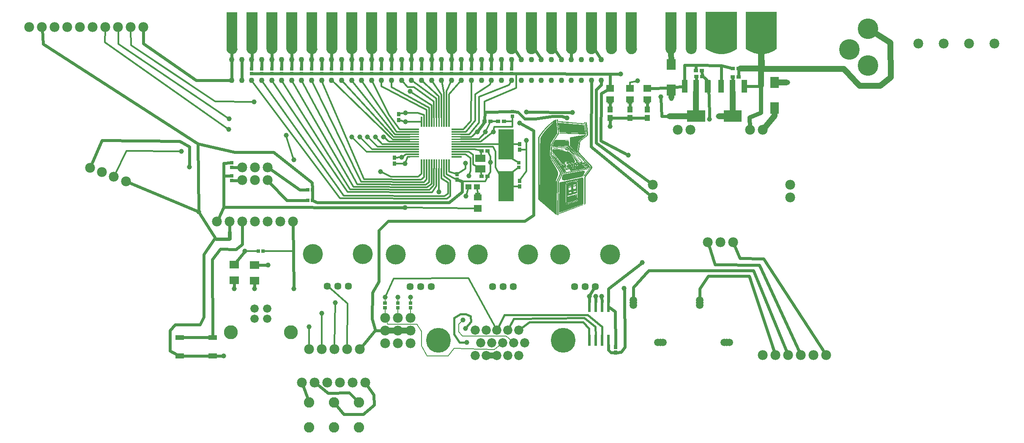
<source format=gtl>
G04 MADE WITH FRITZING*
G04 WWW.FRITZING.ORG*
G04 DOUBLE SIDED*
G04 HOLES PLATED*
G04 CONTOUR ON CENTER OF CONTOUR VECTOR*
%ASAXBY*%
%FSLAX23Y23*%
%MOIN*%
%OFA0B0*%
%SFA1.0B1.0*%
%ADD10C,0.039370*%
%ADD11C,0.078000*%
%ADD12C,0.157480*%
%ADD13C,0.057087*%
%ADD14C,0.066000*%
%ADD15C,0.110000*%
%ADD16C,0.043307*%
%ADD17C,0.086614*%
%ADD18C,0.059065*%
%ADD19C,0.162000*%
%ADD20C,0.082000*%
%ADD21C,0.195385*%
%ADD22C,0.072113*%
%ADD23R,0.028740X0.030719*%
%ADD24R,0.028740X0.030709*%
%ADD25R,0.062992X0.049114*%
%ADD26R,0.042689X0.038728*%
%ADD27R,0.062992X0.053154*%
%ADD28R,0.047244X0.043307*%
%ADD29R,0.037205X0.029488*%
%ADD30R,0.074803X0.062992*%
%ADD31R,0.029488X0.037205*%
%ADD32R,0.043307X0.047244*%
%ADD33R,0.030719X0.028740*%
%ADD34R,0.030709X0.028740*%
%ADD35R,0.024000X0.086900*%
%ADD36C,0.012000*%
%ADD37C,0.048000*%
%ADD38C,0.024000*%
%ADD39C,0.016000*%
%ADD40C,0.005000*%
%ADD41C,0.032000*%
%ADD42C,0.000394*%
%ADD43R,0.001000X0.001000*%
%LNCOPPER1*%
G90*
G70*
G54D10*
X4014Y2448D03*
X6074Y2905D03*
X5157Y2779D03*
X3960Y2586D03*
X4334Y2626D03*
X4818Y2331D03*
X3562Y2169D03*
X3538Y2008D03*
X4893Y2917D03*
X5074Y2791D03*
X2181Y1279D03*
X1873Y1279D03*
X1712Y1279D03*
X1629Y748D03*
G54D11*
X2303Y803D03*
X2403Y803D03*
X2503Y803D03*
X2603Y803D03*
X2703Y803D03*
G54D10*
X2302Y980D03*
X2401Y1086D03*
X2507Y1169D03*
X5459Y2614D03*
X1979Y1464D03*
X1794Y1575D03*
G54D11*
X576Y2232D03*
X669Y2197D03*
X763Y2162D03*
X857Y2126D03*
G54D10*
X1432Y1886D03*
X1357Y2240D03*
X1294Y2362D03*
G54D12*
X2331Y1552D03*
X2725Y1552D03*
G54D13*
X2445Y1299D03*
X2528Y1299D03*
X2611Y1299D03*
G54D12*
X2985Y1549D03*
X3378Y1549D03*
G54D13*
X3099Y1296D03*
X3182Y1296D03*
X3264Y1296D03*
G54D12*
X3633Y1548D03*
X4027Y1548D03*
G54D13*
X3747Y1295D03*
X3830Y1295D03*
X3912Y1295D03*
G54D12*
X4280Y1548D03*
X4674Y1548D03*
G54D13*
X4394Y1295D03*
X4477Y1295D03*
X4559Y1295D03*
G54D11*
X2901Y949D03*
X3001Y949D03*
X3101Y949D03*
X2901Y949D03*
X3001Y949D03*
X3101Y949D03*
X3101Y1049D03*
X3001Y1049D03*
X2901Y1049D03*
G54D10*
X3515Y1031D03*
X2901Y1212D03*
X3003Y1212D03*
X3101Y1212D03*
X4562Y1220D03*
X4511Y1220D03*
X4609Y1220D03*
G54D11*
X2901Y850D03*
X3001Y850D03*
X3101Y850D03*
G54D10*
X4928Y1484D03*
X4786Y1283D03*
X3546Y854D03*
X3534Y964D03*
X2180Y2295D03*
X2121Y2488D03*
X4015Y2673D03*
X4377Y2669D03*
X4676Y2559D03*
G54D11*
X5879Y756D03*
X5979Y756D03*
X6079Y756D03*
X6179Y756D03*
X6279Y756D03*
X6379Y756D03*
X2246Y539D03*
X2346Y539D03*
X2446Y539D03*
X2546Y539D03*
X2646Y539D03*
X2746Y539D03*
G54D14*
X1972Y1121D03*
X1873Y1121D03*
X1873Y1043D03*
X1972Y1043D03*
G54D15*
X2159Y936D03*
X1685Y936D03*
G54D14*
X1972Y1121D03*
X1873Y1121D03*
X1873Y1043D03*
X1972Y1043D03*
G54D15*
X2159Y936D03*
X1685Y936D03*
G54D10*
X4759Y2972D03*
X5865Y2874D03*
G54D11*
X5208Y2531D03*
X5308Y2531D03*
X5779Y2531D03*
X5879Y2531D03*
X6094Y2100D03*
X6094Y2000D03*
X5644Y1645D03*
X5444Y1645D03*
X5544Y1645D03*
X5011Y2000D03*
X5011Y2100D03*
G54D10*
X3534Y2268D03*
X3629Y2516D03*
X3692Y2516D03*
X3755Y2516D03*
X3731Y2275D03*
X3062Y2594D03*
X3097Y2834D03*
X3062Y2665D03*
X3058Y2264D03*
X3031Y2315D03*
X2865Y2201D03*
X3326Y2043D03*
X2889Y2476D03*
X2826Y2476D03*
X2763Y2476D03*
X2700Y2476D03*
X2637Y2476D03*
X5527Y2638D03*
X5137Y2638D03*
X5157Y3106D03*
G54D16*
X1692Y2921D03*
X1771Y2921D03*
X1849Y2921D03*
X1928Y2921D03*
X2007Y2921D03*
X2086Y2921D03*
X2164Y2921D03*
X2243Y2921D03*
X2322Y2921D03*
X2401Y2921D03*
X2479Y2921D03*
X2558Y2921D03*
X2637Y2921D03*
X2716Y2921D03*
X2794Y2921D03*
X2873Y2921D03*
X2952Y2921D03*
X3031Y2921D03*
X3109Y2921D03*
X3188Y2921D03*
X3267Y2921D03*
X3346Y2921D03*
X3424Y2921D03*
X3503Y2921D03*
X3582Y2921D03*
X3660Y2921D03*
X3739Y2921D03*
X3818Y2921D03*
X3897Y2921D03*
X3975Y2921D03*
X4054Y2921D03*
X4133Y2921D03*
X4212Y2921D03*
X4290Y2921D03*
X4369Y2921D03*
X4448Y2921D03*
X4527Y2921D03*
X4605Y2921D03*
G54D17*
X5866Y3171D03*
X5551Y3171D03*
X5315Y3171D03*
X5156Y3171D03*
G54D16*
X1692Y3086D03*
X1771Y3086D03*
X1849Y3086D03*
X1928Y3086D03*
X2007Y3086D03*
X2086Y3086D03*
X2164Y3086D03*
X2243Y3086D03*
X2322Y3086D03*
X2401Y3086D03*
X2479Y3086D03*
X2558Y3086D03*
X2637Y3086D03*
X2716Y3086D03*
X2794Y3086D03*
X2873Y3086D03*
X2952Y3086D03*
X3031Y3086D03*
X3109Y3086D03*
X3188Y3086D03*
X3267Y3086D03*
X3346Y3086D03*
X3424Y3086D03*
X3503Y3086D03*
X3582Y3086D03*
X3660Y3086D03*
X3739Y3086D03*
X3818Y3086D03*
X3897Y3086D03*
X3975Y3086D03*
X4054Y3086D03*
X4133Y3086D03*
X4212Y3086D03*
X4290Y3086D03*
X4369Y3086D03*
X4448Y3086D03*
X4527Y3086D03*
X4605Y3086D03*
G54D10*
X5975Y3012D03*
G54D18*
X4857Y1189D03*
X4857Y1149D03*
X4857Y1169D03*
X5091Y854D03*
X5051Y854D03*
X5071Y854D03*
X5381Y1189D03*
X5381Y1149D03*
X5381Y1169D03*
X5614Y854D03*
X5575Y854D03*
X5595Y854D03*
G54D19*
X6708Y3039D03*
X6707Y3327D03*
X6560Y3164D03*
X6708Y3039D03*
X6707Y3327D03*
X6560Y3164D03*
G54D20*
X2694Y382D03*
X2498Y382D03*
X2301Y382D03*
X2694Y186D03*
X2498Y186D03*
X2301Y186D03*
G54D11*
X7706Y3212D03*
X7506Y3212D03*
X7306Y3212D03*
X7106Y3212D03*
X996Y3342D03*
X896Y3342D03*
X796Y3342D03*
X696Y3342D03*
X596Y3342D03*
X496Y3342D03*
X396Y3342D03*
X296Y3342D03*
X196Y3342D03*
X96Y3342D03*
G54D10*
X1869Y2752D03*
X1672Y2618D03*
X1668Y2535D03*
G54D11*
X1576Y1807D03*
X1676Y1807D03*
X1776Y1807D03*
X1876Y1807D03*
X1976Y1807D03*
X2076Y1807D03*
X2176Y1807D03*
X1775Y2134D03*
X1875Y2134D03*
X1975Y2134D03*
X1775Y2234D03*
X1875Y2234D03*
X1975Y2234D03*
G54D10*
X3058Y1917D03*
G54D21*
X3321Y873D03*
G54D22*
X3611Y753D03*
X3697Y753D03*
X3783Y753D03*
X3869Y753D03*
X3955Y753D03*
X3655Y853D03*
X3741Y853D03*
X3827Y853D03*
X3914Y853D03*
X4000Y853D03*
X3611Y953D03*
X3697Y953D03*
X3783Y953D03*
X3869Y953D03*
X3955Y953D03*
G54D21*
X4305Y873D03*
G54D23*
X1901Y1575D03*
G54D24*
X1937Y1575D03*
G54D25*
X3633Y2000D03*
G54D26*
X3633Y2016D03*
G54D27*
X3633Y1913D03*
G54D28*
X3558Y2082D03*
X3625Y2082D03*
G54D29*
X3838Y2598D03*
X3793Y2598D03*
G54D30*
X1873Y1342D03*
X1873Y1464D03*
X1712Y1346D03*
X1712Y1468D03*
G54D31*
X3960Y2374D03*
X3960Y2419D03*
G54D25*
X4830Y2773D03*
G54D26*
X4830Y2757D03*
G54D27*
X4830Y2860D03*
G54D25*
X4968Y2773D03*
G54D26*
X4968Y2757D03*
G54D27*
X4968Y2860D03*
G54D32*
X4676Y2693D03*
X4676Y2626D03*
X4830Y2693D03*
X4830Y2626D03*
X4968Y2693D03*
X4968Y2626D03*
G54D25*
X4676Y2773D03*
G54D26*
X4676Y2757D03*
G54D27*
X4676Y2860D03*
G54D29*
X3731Y2598D03*
X3686Y2598D03*
G54D31*
X3007Y2655D03*
X3007Y2610D03*
X2975Y2266D03*
X2975Y2311D03*
X3468Y2138D03*
X3468Y2183D03*
G54D33*
X2401Y3012D03*
G54D34*
X2401Y2975D03*
G54D33*
X2558Y3012D03*
G54D34*
X2558Y2975D03*
G54D33*
X2716Y3012D03*
G54D34*
X2716Y2975D03*
G54D33*
X2637Y3012D03*
G54D34*
X2637Y2975D03*
G54D33*
X2322Y3012D03*
G54D34*
X2322Y2975D03*
G54D33*
X2479Y3012D03*
G54D34*
X2479Y2975D03*
G54D33*
X2007Y3012D03*
G54D34*
X2007Y2975D03*
G54D33*
X1849Y3012D03*
G54D34*
X1849Y2975D03*
G54D33*
X2164Y3012D03*
G54D34*
X2164Y2975D03*
G54D33*
X1928Y3012D03*
G54D34*
X1928Y2975D03*
G54D33*
X2873Y3012D03*
G54D34*
X2873Y2975D03*
G54D33*
X2243Y3012D03*
G54D34*
X2243Y2975D03*
G54D33*
X2086Y3012D03*
G54D34*
X2086Y2975D03*
G54D33*
X3739Y3012D03*
G54D34*
X3739Y2975D03*
G54D33*
X3345Y3012D03*
G54D34*
X3346Y2975D03*
G54D33*
X3503Y3012D03*
G54D34*
X3503Y2975D03*
G54D33*
X3424Y3012D03*
G54D34*
X3424Y2975D03*
G54D33*
X3818Y3012D03*
G54D34*
X3818Y2975D03*
G54D33*
X3897Y3012D03*
G54D34*
X3897Y2975D03*
G54D33*
X3660Y3012D03*
G54D34*
X3660Y2975D03*
G54D33*
X2794Y3012D03*
G54D34*
X2794Y2975D03*
G54D33*
X3031Y3012D03*
G54D34*
X3031Y2975D03*
G54D33*
X2952Y3012D03*
G54D34*
X2952Y2975D03*
G54D33*
X3188Y3012D03*
G54D34*
X3188Y2975D03*
G54D33*
X3582Y3012D03*
G54D34*
X3582Y2975D03*
G54D33*
X3109Y3012D03*
G54D34*
X3109Y2975D03*
G54D33*
X3267Y3012D03*
G54D34*
X3267Y2975D03*
G54D29*
X5401Y2953D03*
X5356Y2953D03*
X5688Y2949D03*
X5643Y2949D03*
X5398Y3000D03*
X5353Y3000D03*
X5688Y3016D03*
X5643Y3016D03*
G54D33*
X3956Y2236D03*
G54D34*
X3956Y2273D03*
G54D29*
X3708Y2165D03*
X3663Y2165D03*
X3708Y2366D03*
X3663Y2366D03*
G54D31*
X3960Y2130D03*
X3960Y2085D03*
G54D33*
X3905Y2674D03*
G54D34*
X3905Y2638D03*
G54D35*
X4511Y873D03*
X4561Y873D03*
X4611Y873D03*
X4661Y873D03*
X4661Y1138D03*
X4611Y1138D03*
X4561Y1138D03*
X4511Y1138D03*
G54D31*
X4718Y820D03*
X4718Y775D03*
G54D33*
X3003Y1129D03*
G54D34*
X3003Y1165D03*
G54D33*
X3101Y1129D03*
G54D34*
X3101Y1165D03*
G54D23*
X2290Y2059D03*
G54D24*
X2327Y2059D03*
G54D23*
X2290Y1976D03*
G54D24*
X2327Y1976D03*
G54D33*
X1692Y2271D03*
G54D34*
X1692Y2235D03*
G54D33*
X1692Y2169D03*
G54D34*
X1692Y2132D03*
G54D36*
X3540Y2015D02*
X3554Y2066D01*
D02*
X3630Y2029D02*
X3627Y2066D01*
D02*
X4015Y2374D02*
X4015Y2441D01*
D02*
X2176Y1575D02*
X1946Y1575D01*
D02*
X2180Y1287D02*
X2176Y1575D01*
D02*
X1802Y1575D02*
X1892Y1575D01*
G54D37*
D02*
X5972Y2641D02*
X5891Y2546D01*
D02*
X5972Y2666D02*
X5972Y2641D01*
D02*
X6066Y2905D02*
X5999Y2905D01*
D02*
X5157Y2807D02*
X5157Y2787D01*
G54D38*
D02*
X5129Y2862D02*
X5157Y2845D01*
D02*
X4994Y2860D02*
X5129Y2862D01*
G54D37*
D02*
X5157Y3098D02*
X5157Y3085D01*
G54D38*
D02*
X3948Y2673D02*
X4003Y2618D01*
D02*
X4601Y2445D02*
X4811Y2334D01*
D02*
X4606Y2819D02*
X4601Y2445D01*
D02*
X4650Y2845D02*
X4606Y2819D01*
D02*
X4295Y2637D02*
X4326Y2628D01*
D02*
X4223Y2638D02*
X4295Y2637D01*
D02*
X4086Y2618D02*
X4223Y2638D01*
D02*
X4003Y2618D02*
X4086Y2618D01*
D02*
X3914Y2674D02*
X3948Y2673D01*
G54D36*
D02*
X3574Y2208D02*
X3574Y2307D01*
D02*
X3574Y2307D02*
X3534Y2338D01*
D02*
X3534Y2338D02*
X3497Y2338D01*
D02*
X3564Y2177D02*
X3574Y2208D01*
D02*
X4830Y2906D02*
X4885Y2916D01*
D02*
X4830Y2881D02*
X4830Y2906D01*
D02*
X3066Y1917D02*
X3607Y1913D01*
D02*
X3904Y2598D02*
X3851Y2598D01*
D02*
X3905Y2629D02*
X3904Y2598D01*
D02*
X3744Y2598D02*
X3780Y2598D01*
G54D38*
D02*
X205Y3208D02*
X197Y3323D01*
D02*
X1424Y2422D02*
X205Y3208D01*
G54D36*
D02*
X2507Y1161D02*
X2506Y1011D01*
D02*
X2303Y822D02*
X2302Y972D01*
D02*
X2506Y1011D02*
X2503Y822D01*
G54D38*
D02*
X2821Y948D02*
X2715Y818D01*
D02*
X2882Y948D02*
X2821Y948D01*
G54D36*
D02*
X2606Y1162D02*
X2463Y1287D01*
D02*
X2603Y822D02*
X2606Y1162D01*
D02*
X2403Y822D02*
X2401Y1079D01*
D02*
X2904Y1220D02*
X2967Y1359D01*
G54D38*
D02*
X1712Y1287D02*
X1712Y1320D01*
D02*
X1790Y1568D02*
X1732Y1494D01*
D02*
X1905Y1464D02*
X1971Y1464D01*
D02*
X1873Y1316D02*
X1873Y1287D01*
G54D36*
D02*
X4014Y2205D02*
X3969Y2142D01*
D02*
X4015Y2374D02*
X4014Y2205D01*
D02*
X3969Y2374D02*
X4015Y2374D01*
D02*
X3907Y2418D02*
X3951Y2419D01*
D02*
X861Y2366D02*
X1286Y2362D01*
G54D38*
D02*
X1280Y2441D02*
X1357Y2397D01*
D02*
X1357Y2397D02*
X1357Y2248D01*
D02*
X1425Y1889D02*
X874Y2119D01*
G54D36*
D02*
X771Y2179D02*
X861Y2366D01*
G54D38*
D02*
X669Y2449D02*
X1280Y2441D01*
D02*
X583Y2249D02*
X669Y2449D01*
G54D37*
D02*
X6806Y2877D02*
X6889Y2945D01*
D02*
X6641Y2877D02*
X6806Y2877D01*
D02*
X6885Y3220D02*
X6757Y3297D01*
D02*
X6519Y3012D02*
X6641Y2877D01*
D02*
X6889Y2945D02*
X6885Y3220D01*
D02*
X5983Y3012D02*
X6519Y3012D01*
G54D39*
D02*
X3916Y1043D02*
X3879Y972D01*
D02*
X4471Y1047D02*
X3916Y1043D01*
D02*
X4559Y980D02*
X4471Y1047D01*
D02*
X4560Y910D02*
X4559Y980D01*
D02*
X4507Y965D02*
X4463Y1015D01*
D02*
X4509Y910D02*
X4507Y965D01*
D02*
X4039Y1016D02*
X3973Y966D01*
D02*
X4463Y1015D02*
X4039Y1016D01*
G54D40*
D02*
X3188Y830D02*
X3231Y748D01*
D02*
X3511Y905D02*
X3854Y905D01*
D02*
X3480Y1000D02*
X3480Y937D01*
D02*
X3480Y937D02*
X3511Y905D01*
D02*
X3101Y1068D02*
X3101Y1120D01*
D02*
X3002Y1068D02*
X3003Y1120D01*
D02*
X2901Y1068D02*
X2901Y1120D01*
G54D37*
D02*
X3020Y949D02*
X3082Y949D01*
D02*
X2982Y949D02*
X2920Y949D01*
G54D40*
D02*
X3509Y1026D02*
X3480Y1000D01*
D02*
X3854Y905D02*
X3897Y867D01*
D02*
X3397Y748D02*
X3444Y807D01*
D02*
X3444Y807D02*
X3763Y799D01*
D02*
X3231Y748D02*
X3397Y748D01*
D02*
X3188Y941D02*
X3188Y830D01*
D02*
X3153Y1000D02*
X3188Y941D01*
D02*
X2921Y1000D02*
X3153Y1000D01*
D02*
X3763Y799D02*
X3810Y838D01*
D02*
X2908Y1031D02*
X2921Y1000D01*
G54D39*
D02*
X3842Y1071D02*
X3793Y972D01*
D02*
X4499Y1071D02*
X3842Y1071D01*
D02*
X4610Y980D02*
X4499Y1071D01*
D02*
X4611Y910D02*
X4610Y980D01*
G54D38*
D02*
X4610Y1175D02*
X4609Y1212D01*
D02*
X4511Y1175D02*
X4511Y1212D01*
D02*
X4561Y1175D02*
X4562Y1212D01*
G54D36*
D02*
X2967Y1359D02*
X3558Y1362D01*
D02*
X3558Y1362D02*
X3772Y972D01*
G54D40*
D02*
X3101Y1174D02*
X3101Y1205D01*
D02*
X3003Y1174D02*
X3003Y1205D01*
D02*
X2901Y1174D02*
X2901Y1205D01*
G54D38*
D02*
X4790Y818D02*
X4787Y1275D01*
D02*
X4762Y779D02*
X4790Y818D01*
D02*
X4727Y776D02*
X4762Y779D01*
D02*
X4546Y1279D02*
X4515Y1227D01*
G54D39*
D02*
X3578Y1019D02*
X3539Y971D01*
D02*
X3538Y1079D02*
X3574Y1063D01*
D02*
X3495Y1079D02*
X3538Y1079D01*
D02*
X3444Y1047D02*
X3495Y1079D01*
D02*
X3444Y917D02*
X3444Y1047D01*
D02*
X3487Y854D02*
X3444Y917D01*
D02*
X3574Y1063D02*
X3578Y1019D01*
D02*
X3538Y854D02*
X3487Y854D01*
G54D37*
D02*
X3719Y753D02*
X3761Y753D01*
G54D38*
D02*
X4661Y1279D02*
X4661Y1175D01*
D02*
X4922Y1479D02*
X4661Y1279D01*
D02*
X2924Y1811D02*
X2850Y1739D01*
D02*
X4003Y1811D02*
X2924Y1811D01*
D02*
X4070Y1859D02*
X4003Y1811D01*
D02*
X2853Y1335D02*
X2803Y1248D01*
D02*
X2850Y1739D02*
X2853Y1335D01*
D02*
X2798Y1043D02*
X2826Y948D01*
D02*
X2803Y1248D02*
X2798Y1043D01*
D02*
X2826Y948D02*
X2882Y948D01*
D02*
X4070Y2524D02*
X4070Y1859D01*
D02*
X3967Y2583D02*
X4070Y2524D01*
G54D37*
D02*
X5353Y2680D02*
X5353Y2830D01*
G54D38*
D02*
X5550Y3039D02*
X5630Y3019D01*
G54D37*
D02*
X5641Y2680D02*
X5641Y2830D01*
G54D38*
D02*
X5456Y2799D02*
X5451Y2830D01*
D02*
X5459Y2622D02*
X5456Y2799D01*
D02*
X1775Y1772D02*
X1776Y1788D01*
D02*
X1724Y1590D02*
X1774Y1630D01*
D02*
X1602Y1591D02*
X1724Y1590D01*
D02*
X1542Y908D02*
X1538Y1510D01*
D02*
X1774Y1630D02*
X1775Y1772D01*
D02*
X1538Y1510D02*
X1602Y1591D01*
D02*
X2176Y1788D02*
X2180Y1287D01*
D02*
X1310Y894D02*
X1514Y894D01*
D02*
X1471Y1055D02*
X1472Y1547D01*
D02*
X1244Y996D02*
X1440Y996D01*
D02*
X1440Y996D02*
X1471Y1055D01*
D02*
X1204Y949D02*
X1244Y996D01*
D02*
X1204Y788D02*
X1204Y949D01*
D02*
X1472Y1547D02*
X1555Y1673D01*
D02*
X1555Y1673D02*
X1677Y1673D01*
D02*
X1677Y1673D02*
X1676Y1788D01*
D02*
X1255Y762D02*
X1204Y788D01*
D02*
X1514Y748D02*
X1310Y748D01*
D02*
X1542Y748D02*
X1550Y748D01*
D02*
X1550Y748D02*
X1621Y748D01*
D02*
X1756Y2235D02*
X1702Y2235D01*
D02*
X1629Y2268D02*
X1682Y2271D01*
D02*
X1629Y2169D02*
X1629Y2268D01*
D02*
X1629Y2169D02*
X1682Y2169D01*
D02*
X1629Y1921D02*
X1629Y2169D01*
G54D36*
D02*
X2123Y2480D02*
X2178Y2303D01*
G54D38*
D02*
X2327Y1986D02*
X2327Y2049D01*
D02*
X4023Y2673D02*
X4369Y2669D01*
D02*
X4830Y2744D02*
X4830Y2711D01*
D02*
X4968Y2744D02*
X4968Y2711D01*
D02*
X5176Y2870D02*
X5157Y2845D01*
D02*
X5247Y2873D02*
X5176Y2870D01*
D02*
X996Y3213D02*
X996Y3323D01*
D02*
X1413Y2921D02*
X996Y3213D01*
D02*
X1686Y2921D02*
X1413Y2921D01*
D02*
X1672Y1669D02*
X1676Y1788D01*
D02*
X1569Y1669D02*
X1672Y1669D01*
D02*
X1436Y1879D02*
X1569Y1669D01*
D02*
X1424Y2422D02*
X1432Y1894D01*
D02*
X1715Y2354D02*
X1424Y2422D01*
D02*
X2023Y2354D02*
X1715Y2354D01*
D02*
X2326Y2114D02*
X2023Y2354D01*
D02*
X2327Y2069D02*
X2326Y2114D01*
D02*
X4676Y2608D02*
X4676Y2567D01*
D02*
X4814Y2626D02*
X4692Y2626D01*
D02*
X4676Y2972D02*
X4676Y2881D01*
D02*
X4751Y2972D02*
X4676Y2972D01*
D02*
X4676Y2744D02*
X4676Y2711D01*
D02*
X4951Y2626D02*
X4846Y2626D01*
D02*
X5082Y2638D02*
X5074Y2783D01*
D02*
X5129Y2638D02*
X5082Y2638D01*
D02*
X2227Y2059D02*
X2282Y2059D01*
D02*
X1991Y2224D02*
X2227Y2059D01*
D02*
X2125Y1976D02*
X2282Y1976D01*
D02*
X1989Y2120D02*
X2125Y1976D01*
D02*
X5973Y774D02*
X5771Y1378D01*
D02*
X6072Y773D02*
X5806Y1421D01*
D02*
X5853Y1464D02*
X6171Y773D01*
D02*
X5502Y1469D02*
X5853Y1464D01*
D02*
X5450Y1627D02*
X5502Y1469D01*
D02*
X5699Y1519D02*
X5885Y1516D01*
D02*
X5885Y1516D02*
X6369Y772D01*
D02*
X5652Y1628D02*
X5699Y1519D01*
D02*
X5806Y1421D02*
X4979Y1421D01*
D02*
X4857Y1288D02*
X4857Y1189D01*
D02*
X4979Y1421D02*
X4857Y1288D01*
D02*
X5448Y1378D02*
X5381Y1279D01*
D02*
X5381Y1279D02*
X5381Y1189D01*
D02*
X5771Y1378D02*
X5448Y1378D01*
D02*
X2252Y521D02*
X2294Y402D01*
D02*
X2728Y287D02*
X2574Y287D01*
D02*
X2810Y441D02*
X2814Y362D01*
D02*
X2574Y287D02*
X2511Y366D01*
D02*
X2618Y457D02*
X2451Y456D01*
D02*
X2451Y456D02*
X2360Y527D01*
D02*
X2814Y362D02*
X2728Y287D01*
D02*
X2756Y523D02*
X2810Y441D01*
D02*
X2679Y397D02*
X2618Y457D01*
D02*
X5550Y3039D02*
X5550Y2917D01*
D02*
X5350Y3043D02*
X5550Y3039D01*
D02*
X5353Y3009D02*
X5350Y3043D01*
G54D36*
D02*
X3613Y2606D02*
X3539Y2516D01*
D02*
X3326Y2795D02*
X3326Y2628D01*
D02*
X3346Y2807D02*
X3346Y2628D01*
D02*
X3365Y2823D02*
X3365Y2628D01*
D02*
X3385Y2835D02*
X3385Y2628D01*
D02*
X3404Y2811D02*
X3405Y2628D01*
D02*
X3578Y2602D02*
X3519Y2535D01*
D02*
X3519Y2535D02*
X3497Y2535D01*
D02*
X3192Y2917D02*
X3326Y2795D01*
D02*
X3270Y2916D02*
X3346Y2807D01*
D02*
X3347Y2915D02*
X3365Y2823D01*
D02*
X3422Y2916D02*
X3385Y2835D01*
D02*
X3499Y2917D02*
X3404Y2811D01*
D02*
X3582Y2915D02*
X3578Y2602D01*
D02*
X3539Y2516D02*
X3497Y2516D01*
D02*
X3727Y2890D02*
X3613Y2811D01*
D02*
X3613Y2811D02*
X3613Y2606D01*
D02*
X3737Y2916D02*
X3727Y2890D01*
D02*
X3566Y2496D02*
X3497Y2496D01*
D02*
X3877Y2886D02*
X3641Y2791D01*
D02*
X3641Y2791D02*
X3641Y2590D01*
D02*
X3641Y2590D02*
X3566Y2496D01*
D02*
X3894Y2916D02*
X3877Y2886D01*
G54D38*
D02*
X4751Y2972D02*
X3906Y2975D01*
G54D36*
D02*
X3015Y2535D02*
X3095Y2535D01*
D02*
X2991Y2516D02*
X3095Y2516D01*
D02*
X2979Y2496D02*
X3095Y2496D01*
D02*
X3228Y2689D02*
X3227Y2628D01*
D02*
X3247Y2704D02*
X3247Y2628D01*
D02*
X3286Y2756D02*
X3286Y2628D01*
D02*
X3306Y2779D02*
X3306Y2628D01*
D02*
X2641Y2916D02*
X2979Y2496D01*
D02*
X2719Y2916D02*
X2991Y2516D01*
D02*
X2952Y2870D02*
X3247Y2704D01*
D02*
X2952Y2915D02*
X2952Y2870D01*
D02*
X2873Y2874D02*
X3228Y2689D01*
D02*
X2873Y2915D02*
X2873Y2874D01*
D02*
X2936Y2645D02*
X3015Y2535D01*
D02*
X2797Y2916D02*
X2936Y2645D01*
D02*
X3129Y2870D02*
X3286Y2756D01*
D02*
X3078Y2870D02*
X3129Y2870D01*
D02*
X3035Y2917D02*
X3078Y2870D01*
D02*
X3114Y2918D02*
X3306Y2779D01*
D02*
X3369Y2008D02*
X3397Y2027D01*
D02*
X3389Y1988D02*
X3416Y2008D01*
D02*
X3397Y2027D02*
X3397Y2114D01*
D02*
X3397Y2114D02*
X3346Y2149D01*
D02*
X3416Y2133D02*
X3365Y2169D01*
D02*
X3365Y2169D02*
X3365Y2226D01*
D02*
X2968Y2476D02*
X3095Y2476D01*
D02*
X2960Y2456D02*
X3095Y2456D01*
D02*
X3208Y2118D02*
X3227Y2142D01*
D02*
X2712Y2122D02*
X3208Y2118D01*
D02*
X3184Y2138D02*
X3208Y2157D01*
D02*
X2735Y2142D02*
X3184Y2138D01*
D02*
X3223Y2098D02*
X3247Y2118D01*
D02*
X2680Y2102D02*
X3223Y2098D01*
D02*
X3247Y2118D02*
X3247Y2226D01*
D02*
X3227Y2142D02*
X3227Y2226D01*
D02*
X3208Y2157D02*
X3208Y2226D01*
D02*
X3231Y2079D02*
X3267Y2106D01*
D02*
X2653Y2083D02*
X3231Y2079D01*
D02*
X3267Y2106D02*
X3267Y2226D01*
D02*
X3251Y2059D02*
X3286Y2094D01*
D02*
X2625Y2063D02*
X3251Y2059D01*
D02*
X3286Y2094D02*
X3286Y2226D01*
D02*
X3271Y2039D02*
X3306Y2087D01*
D02*
X2605Y2043D02*
X3271Y2039D01*
D02*
X3306Y2087D02*
X3306Y2226D01*
D02*
X2574Y2012D02*
X3369Y2008D01*
D02*
X3346Y2149D02*
X3346Y2226D01*
D02*
X3416Y2008D02*
X3416Y2133D01*
D02*
X2546Y1992D02*
X3389Y1988D01*
D02*
X1853Y2916D02*
X2546Y1992D01*
D02*
X1932Y2916D02*
X2574Y2012D01*
D02*
X2010Y2916D02*
X2605Y2043D01*
D02*
X2089Y2916D02*
X2625Y2063D01*
D02*
X2167Y2916D02*
X2653Y2083D01*
D02*
X2246Y2916D02*
X2680Y2102D01*
D02*
X2324Y2916D02*
X2712Y2122D01*
D02*
X2403Y2916D02*
X2735Y2142D01*
D02*
X2484Y2917D02*
X2960Y2456D01*
D02*
X2562Y2917D02*
X2968Y2476D01*
D02*
X3731Y2197D02*
X3715Y2174D01*
D02*
X3731Y2268D02*
X3731Y2197D01*
D02*
X3606Y2378D02*
X3497Y2378D01*
D02*
X3907Y2086D02*
X3951Y2085D01*
D02*
X3904Y2197D02*
X3946Y2229D01*
D02*
X3853Y2086D02*
X3904Y2197D01*
D02*
X3904Y2303D02*
X3946Y2278D01*
D02*
X3904Y2305D02*
X3904Y2303D01*
D02*
X3562Y2358D02*
X3497Y2358D01*
D02*
X3594Y2259D02*
X3594Y2334D01*
D02*
X3594Y2334D02*
X3562Y2358D01*
D02*
X3617Y2245D02*
X3594Y2259D01*
D02*
X3650Y2369D02*
X3606Y2378D01*
D02*
X3731Y2323D02*
X3731Y2283D01*
D02*
X3713Y2357D02*
X3731Y2323D01*
D02*
X3661Y2174D02*
X3655Y2202D01*
D02*
X3661Y2357D02*
X3655Y2329D01*
D02*
X3727Y2589D02*
X3695Y2523D01*
G54D38*
D02*
X3680Y2589D02*
X3633Y2522D01*
G54D36*
D02*
X3771Y2362D02*
X3751Y2398D01*
D02*
X3771Y2236D02*
X3771Y2362D01*
D02*
X3656Y2437D02*
X3497Y2437D01*
D02*
X3749Y2511D02*
X3656Y2437D01*
D02*
X3751Y2398D02*
X3497Y2397D01*
D02*
X3800Y2183D02*
X3771Y2236D01*
D02*
X3800Y2417D02*
X3497Y2417D01*
D02*
X3641Y2457D02*
X3497Y2457D01*
D02*
X3687Y2510D02*
X3641Y2457D01*
D02*
X3582Y2476D02*
X3497Y2476D01*
D02*
X3623Y2511D02*
X3582Y2476D01*
D02*
X3208Y2649D02*
X3208Y2628D01*
D02*
X3157Y2665D02*
X3208Y2649D01*
D02*
X3070Y2665D02*
X3157Y2665D01*
D02*
X3070Y2594D02*
X3188Y2594D01*
D02*
X3267Y2724D02*
X3267Y2628D01*
D02*
X3104Y2830D02*
X3267Y2724D01*
D02*
X3936Y2976D02*
X3936Y2862D01*
D02*
X3684Y2756D02*
X3686Y2607D01*
D02*
X3936Y2862D02*
X3684Y2756D01*
D02*
X3906Y2975D02*
X3936Y2976D01*
D02*
X3066Y2338D02*
X3095Y2338D01*
D02*
X3078Y2319D02*
X3095Y2319D01*
D02*
X3037Y2319D02*
X3066Y2338D01*
D02*
X3061Y2271D02*
X3078Y2319D01*
D02*
X3054Y2596D02*
X3016Y2607D01*
D02*
X3054Y2664D02*
X3016Y2657D01*
D02*
X3188Y2185D02*
X3188Y2226D01*
D02*
X3160Y2161D02*
X3188Y2185D01*
D02*
X3534Y2224D02*
X3477Y2188D01*
D02*
X3420Y2161D02*
X3385Y2181D01*
D02*
X3385Y2181D02*
X3385Y2226D01*
D02*
X3458Y2142D02*
X3420Y2161D01*
D02*
X3534Y2260D02*
X3534Y2224D01*
D02*
X3326Y2051D02*
X3326Y2226D01*
D02*
X2948Y2161D02*
X3160Y2161D01*
D02*
X2872Y2197D02*
X2948Y2161D01*
D02*
X3050Y2264D02*
X2985Y2265D01*
D02*
X3023Y2314D02*
X2985Y2311D01*
D02*
X2755Y2358D02*
X3095Y2358D01*
D02*
X2642Y2471D02*
X2755Y2358D01*
D02*
X2798Y2378D02*
X3095Y2378D01*
D02*
X2705Y2471D02*
X2798Y2378D01*
D02*
X2842Y2397D02*
X3095Y2397D01*
D02*
X2768Y2471D02*
X2842Y2397D01*
D02*
X2877Y2417D02*
X3095Y2417D01*
D02*
X2831Y2470D02*
X2877Y2417D01*
D02*
X2932Y2437D02*
X3095Y2437D01*
D02*
X2895Y2471D02*
X2932Y2437D01*
D02*
X3405Y2201D02*
X3405Y2226D01*
D02*
X3692Y2126D02*
X3511Y2126D01*
D02*
X3511Y2126D02*
X3477Y2135D01*
D02*
X3704Y2156D02*
X3692Y2126D01*
D02*
X3458Y2185D02*
X3405Y2201D01*
G54D38*
D02*
X5355Y2917D02*
X5355Y2943D01*
D02*
X5857Y2874D02*
X5747Y2874D01*
G54D37*
D02*
X5866Y3147D02*
X5865Y2882D01*
G54D38*
D02*
X5643Y2939D02*
X5642Y2917D01*
D02*
X5353Y3043D02*
X5353Y3009D01*
D02*
X5263Y3043D02*
X5353Y3043D01*
D02*
X5263Y3043D02*
X5263Y2917D01*
D02*
X5400Y2962D02*
X5399Y2991D01*
D02*
X5436Y2929D02*
X5414Y2944D01*
D02*
X5438Y2917D02*
X5436Y2929D01*
G54D37*
D02*
X5145Y2638D02*
X5288Y2639D01*
D02*
X5534Y2638D02*
X5575Y2639D01*
G54D38*
D02*
X1692Y3081D02*
X1692Y2927D01*
D02*
X1771Y3081D02*
X1771Y2927D01*
G54D37*
D02*
X5156Y3147D02*
X5156Y3114D01*
D02*
X5865Y3012D02*
X5968Y3012D01*
D02*
X5866Y3147D02*
X5865Y3012D01*
G54D38*
D02*
X1693Y3170D02*
X1692Y3092D01*
D02*
X1850Y3170D02*
X1850Y3092D01*
D02*
X2008Y3170D02*
X2007Y3092D01*
D02*
X2165Y3170D02*
X2164Y3092D01*
D02*
X2323Y3170D02*
X2322Y3092D01*
D02*
X2480Y3170D02*
X2479Y3092D01*
D02*
X2638Y3170D02*
X2637Y3092D01*
D02*
X2795Y3170D02*
X2794Y3092D01*
D02*
X2953Y3170D02*
X2952Y3092D01*
D02*
X3110Y3170D02*
X3109Y3092D01*
D02*
X4370Y3170D02*
X4369Y3092D01*
D02*
X3972Y3091D02*
X3920Y3170D01*
D02*
X3267Y3092D02*
X3268Y3170D01*
D02*
X3424Y3092D02*
X3425Y3170D01*
D02*
X3582Y3092D02*
X3583Y3170D01*
D02*
X3739Y3092D02*
X3740Y3170D01*
D02*
X1859Y2975D02*
X1918Y2975D01*
D02*
X1938Y2975D02*
X1997Y2975D01*
D02*
X2017Y2975D02*
X2076Y2975D01*
D02*
X2095Y2975D02*
X2155Y2975D01*
D02*
X2174Y2975D02*
X2233Y2975D01*
D02*
X2253Y2975D02*
X2312Y2975D01*
D02*
X2332Y2975D02*
X2391Y2975D01*
D02*
X2410Y2975D02*
X2470Y2975D01*
D02*
X2489Y2975D02*
X2548Y2975D01*
D02*
X2568Y2975D02*
X2627Y2975D01*
D02*
X2647Y2975D02*
X2706Y2975D01*
D02*
X2725Y2975D02*
X2785Y2975D01*
D02*
X2804Y2975D02*
X2863Y2975D01*
D02*
X2883Y2975D02*
X2942Y2975D01*
D02*
X2962Y2975D02*
X3021Y2975D01*
D02*
X3040Y2975D02*
X3099Y2975D01*
D02*
X3178Y2975D02*
X3119Y2975D01*
D02*
X3257Y2975D02*
X3198Y2975D01*
D02*
X3336Y2975D02*
X3277Y2975D01*
D02*
X3414Y2975D02*
X3355Y2975D01*
D02*
X3493Y2975D02*
X3434Y2975D01*
D02*
X3572Y2975D02*
X3513Y2975D01*
D02*
X3651Y2975D02*
X3592Y2975D01*
D02*
X3729Y2975D02*
X3670Y2975D01*
D02*
X3808Y2975D02*
X3749Y2975D01*
D02*
X3887Y2975D02*
X3828Y2975D01*
D02*
X1849Y3081D02*
X1849Y3020D01*
D02*
X1928Y3081D02*
X1928Y3020D01*
D02*
X2007Y3081D02*
X2007Y3020D01*
D02*
X2086Y3081D02*
X2086Y3020D01*
D02*
X2164Y3081D02*
X2164Y3020D01*
D02*
X2243Y3081D02*
X2243Y3020D01*
D02*
X2322Y3081D02*
X2322Y3020D01*
D02*
X2401Y3081D02*
X2401Y3020D01*
D02*
X2479Y3081D02*
X2479Y3020D01*
D02*
X2558Y3081D02*
X2558Y3020D01*
D02*
X2637Y3081D02*
X2637Y3020D01*
D02*
X2716Y3081D02*
X2716Y3020D01*
D02*
X2794Y3081D02*
X2794Y3020D01*
D02*
X2873Y3081D02*
X2873Y3020D01*
D02*
X2952Y3081D02*
X2952Y3020D01*
D02*
X3031Y3081D02*
X3031Y3020D01*
D02*
X3188Y3081D02*
X3188Y3020D01*
D02*
X3267Y3081D02*
X3267Y3020D01*
D02*
X3346Y3081D02*
X3346Y3020D01*
D02*
X3424Y3081D02*
X3424Y3020D01*
D02*
X3503Y3081D02*
X3503Y3020D01*
D02*
X3582Y3081D02*
X3582Y3020D01*
D02*
X3660Y3081D02*
X3660Y3020D01*
D02*
X3739Y3081D02*
X3739Y3020D01*
D02*
X3818Y3081D02*
X3818Y3020D01*
D02*
X3897Y3081D02*
X3897Y3020D01*
D02*
X3109Y3081D02*
X3109Y3020D01*
D02*
X4130Y3091D02*
X4077Y3170D01*
D02*
X4287Y3091D02*
X4235Y3170D01*
D02*
X4602Y3091D02*
X4550Y3170D01*
D02*
X5688Y3006D02*
X5688Y2958D01*
G54D37*
D02*
X5870Y3016D02*
X5701Y3016D01*
D02*
X5867Y3147D02*
X5870Y3016D01*
G54D38*
D02*
X3688Y2673D02*
X3895Y2674D01*
D02*
X3686Y2607D02*
X3688Y2673D01*
G54D36*
D02*
X3904Y2555D02*
X3763Y2555D01*
D02*
X3763Y2555D02*
X3756Y2523D01*
D02*
X3905Y2629D02*
X3904Y2555D01*
D02*
X897Y3200D02*
X896Y3323D01*
D02*
X1562Y2755D02*
X897Y3200D01*
D02*
X1861Y2752D02*
X1562Y2755D01*
D02*
X1662Y2540D02*
X693Y3221D01*
D02*
X693Y3221D02*
X696Y3323D01*
D02*
X799Y3208D02*
X797Y3323D01*
D02*
X1666Y2622D02*
X799Y3208D01*
G54D38*
D02*
X4566Y2429D02*
X4996Y2111D01*
D02*
X4605Y2915D02*
X4605Y2886D01*
D02*
X4566Y2850D02*
X4566Y2429D01*
D02*
X4605Y2886D02*
X4566Y2850D01*
D02*
X4526Y2397D02*
X4996Y2012D01*
D02*
X4527Y2915D02*
X4526Y2397D01*
D02*
X4714Y1099D02*
X4718Y833D01*
D02*
X4667Y1133D02*
X4714Y1099D01*
D02*
X4661Y795D02*
X4661Y835D01*
D02*
X4680Y776D02*
X4661Y795D01*
D02*
X4709Y775D02*
X4680Y776D01*
G54D41*
D02*
X5774Y2630D02*
X5778Y2550D01*
D02*
X5865Y2665D02*
X5774Y2630D01*
D02*
X5865Y2866D02*
X5865Y2665D01*
G54D38*
D02*
X1584Y1824D02*
X1629Y1921D01*
D02*
X1629Y1921D02*
X3050Y1917D01*
D02*
X1756Y2133D02*
X1702Y2133D01*
D02*
X3404Y1960D02*
X2365Y1960D01*
D02*
X3507Y2043D02*
X3404Y1960D01*
D02*
X2365Y1960D02*
X2336Y1973D01*
D02*
X3507Y2126D02*
X3507Y2043D01*
D02*
X3477Y2135D02*
X3507Y2126D01*
G36*
X5123Y2802D02*
X5123Y2888D01*
X5190Y2888D01*
X5190Y2802D01*
X5123Y2802D01*
G37*
D02*
G36*
X5123Y3004D02*
X5123Y3090D01*
X5190Y3090D01*
X5190Y3004D01*
X5123Y3004D01*
G37*
D02*
G36*
X5938Y2660D02*
X5938Y2747D01*
X6005Y2747D01*
X6005Y2660D01*
X5938Y2660D01*
G37*
D02*
G36*
X5938Y2862D02*
X5938Y2949D01*
X6005Y2949D01*
X6005Y2862D01*
X5938Y2862D01*
G37*
D02*
G36*
X1316Y874D02*
X1249Y874D01*
X1249Y913D01*
X1316Y913D01*
X1316Y874D01*
G37*
D02*
G36*
X1576Y874D02*
X1509Y874D01*
X1509Y913D01*
X1576Y913D01*
X1576Y874D01*
G37*
D02*
G36*
X1316Y728D02*
X1249Y728D01*
X1249Y768D01*
X1316Y768D01*
X1316Y728D01*
G37*
D02*
G36*
X1576Y728D02*
X1509Y728D01*
X1509Y768D01*
X1576Y768D01*
X1576Y728D01*
G37*
D02*
G36*
X2885Y1143D02*
X2916Y1143D01*
X2916Y1114D01*
X2885Y1114D01*
X2885Y1143D01*
G37*
D02*
G36*
X2885Y1180D02*
X2916Y1180D01*
X2916Y1151D01*
X2885Y1151D01*
X2885Y1180D01*
G37*
D02*
G36*
X1650Y3169D02*
X1650Y3460D01*
X1736Y3460D01*
X1736Y3169D01*
G37*
D02*
G36*
X1807Y3169D02*
X1807Y3460D01*
X1894Y3460D01*
X1894Y3169D01*
G37*
D02*
G36*
X1965Y3169D02*
X1965Y3460D01*
X2051Y3460D01*
X2051Y3169D01*
G37*
D02*
G36*
X2122Y3169D02*
X2122Y3460D01*
X2209Y3460D01*
X2209Y3169D01*
G37*
D02*
G36*
X2280Y3169D02*
X2280Y3460D01*
X2366Y3460D01*
X2366Y3169D01*
G37*
D02*
G36*
X2437Y3169D02*
X2437Y3460D01*
X2524Y3460D01*
X2524Y3169D01*
G37*
D02*
G36*
X2595Y3169D02*
X2595Y3460D01*
X2681Y3460D01*
X2681Y3169D01*
G37*
D02*
G36*
X2752Y3169D02*
X2752Y3460D01*
X2839Y3460D01*
X2839Y3169D01*
G37*
D02*
G36*
X2910Y3169D02*
X2910Y3460D01*
X2996Y3460D01*
X2996Y3169D01*
G37*
D02*
G36*
X3067Y3169D02*
X3067Y3460D01*
X3154Y3460D01*
X3154Y3169D01*
G37*
D02*
G36*
X3225Y3169D02*
X3225Y3460D01*
X3311Y3460D01*
X3311Y3169D01*
G37*
D02*
G36*
X3382Y3169D02*
X3382Y3460D01*
X3469Y3460D01*
X3469Y3169D01*
G37*
D02*
G36*
X3540Y3169D02*
X3540Y3460D01*
X3626Y3460D01*
X3626Y3169D01*
G37*
D02*
G36*
X3697Y3169D02*
X3697Y3460D01*
X3784Y3460D01*
X3784Y3169D01*
G37*
D02*
G36*
X3855Y3169D02*
X3855Y3460D01*
X3941Y3460D01*
X3941Y3169D01*
G37*
D02*
G36*
X4012Y3169D02*
X4012Y3460D01*
X4099Y3460D01*
X4099Y3169D01*
G37*
D02*
G36*
X4170Y3169D02*
X4170Y3460D01*
X4256Y3460D01*
X4256Y3169D01*
G37*
D02*
G36*
X4327Y3169D02*
X4327Y3460D01*
X4414Y3460D01*
X4414Y3169D01*
G37*
D02*
G36*
X4484Y3169D02*
X4484Y3460D01*
X4571Y3460D01*
X4571Y3169D01*
G37*
D02*
G36*
X4642Y3169D02*
X4642Y3460D01*
X4729Y3460D01*
X4729Y3169D01*
G37*
D02*
G36*
X4799Y3169D02*
X4799Y3460D01*
X4886Y3460D01*
X4886Y3169D01*
G37*
D02*
G36*
X5113Y3460D02*
X5199Y3460D01*
X5199Y3169D01*
X5113Y3169D01*
G37*
D02*
G36*
X5272Y3169D02*
X5272Y3460D01*
X5358Y3460D01*
X5358Y3169D01*
G37*
D02*
G36*
X5429Y3169D02*
X5429Y3460D01*
X5673Y3460D01*
X5673Y3169D01*
G37*
D02*
G36*
X5744Y3169D02*
X5744Y3460D01*
X5988Y3460D01*
X5988Y3169D01*
G37*
D02*
G54D42*
G36*
X1650Y3164D02*
X1650Y3240D01*
X1736Y3240D01*
X1736Y3164D01*
G37*
D02*
G36*
X1807Y3164D02*
X1807Y3240D01*
X1894Y3240D01*
X1894Y3164D01*
G37*
D02*
G36*
X1965Y3164D02*
X1965Y3240D01*
X2051Y3240D01*
X2051Y3164D01*
G37*
D02*
G36*
X2122Y3164D02*
X2122Y3240D01*
X2209Y3240D01*
X2209Y3164D01*
G37*
D02*
G36*
X2280Y3164D02*
X2280Y3240D01*
X2366Y3240D01*
X2366Y3164D01*
G37*
D02*
G36*
X2437Y3164D02*
X2437Y3240D01*
X2524Y3240D01*
X2524Y3164D01*
G37*
D02*
G36*
X2595Y3164D02*
X2595Y3240D01*
X2681Y3240D01*
X2681Y3164D01*
G37*
D02*
G36*
X2752Y3164D02*
X2752Y3240D01*
X2839Y3240D01*
X2839Y3164D01*
G37*
D02*
G36*
X2910Y3164D02*
X2910Y3240D01*
X2996Y3240D01*
X2996Y3164D01*
G37*
D02*
G36*
X3067Y3164D02*
X3067Y3240D01*
X3154Y3240D01*
X3154Y3164D01*
G37*
D02*
G36*
X3225Y3164D02*
X3225Y3240D01*
X3311Y3240D01*
X3311Y3164D01*
G37*
D02*
G36*
X3382Y3164D02*
X3382Y3240D01*
X3469Y3240D01*
X3469Y3164D01*
G37*
D02*
G36*
X3540Y3164D02*
X3540Y3240D01*
X3626Y3240D01*
X3626Y3164D01*
G37*
D02*
G36*
X3697Y3164D02*
X3697Y3240D01*
X3784Y3240D01*
X3784Y3164D01*
G37*
D02*
G36*
X3855Y3164D02*
X3855Y3240D01*
X3941Y3240D01*
X3941Y3164D01*
G37*
D02*
G36*
X4012Y3164D02*
X4012Y3240D01*
X4099Y3240D01*
X4099Y3164D01*
G37*
D02*
G36*
X4170Y3164D02*
X4170Y3240D01*
X4256Y3240D01*
X4256Y3164D01*
G37*
D02*
G36*
X4327Y3164D02*
X4327Y3240D01*
X4414Y3240D01*
X4414Y3164D01*
G37*
D02*
G36*
X4484Y3164D02*
X4484Y3240D01*
X4571Y3240D01*
X4571Y3164D01*
G37*
D02*
G36*
X4642Y3164D02*
X4642Y3240D01*
X4729Y3240D01*
X4729Y3164D01*
G37*
D02*
G36*
X4799Y3164D02*
X4799Y3240D01*
X4886Y3240D01*
X4886Y3164D01*
G37*
D02*
G54D43*
X5430Y3460D02*
X5673Y3460D01*
X5745Y3460D02*
X5988Y3460D01*
X5430Y3459D02*
X5673Y3459D01*
X5745Y3459D02*
X5988Y3459D01*
X5430Y3458D02*
X5673Y3458D01*
X5745Y3458D02*
X5988Y3458D01*
X5430Y3457D02*
X5673Y3457D01*
X5745Y3457D02*
X5988Y3457D01*
X5430Y3456D02*
X5673Y3456D01*
X5745Y3456D02*
X5988Y3456D01*
X5430Y3455D02*
X5673Y3455D01*
X5745Y3455D02*
X5988Y3455D01*
X5430Y3454D02*
X5673Y3454D01*
X5745Y3454D02*
X5988Y3454D01*
X5430Y3453D02*
X5673Y3453D01*
X5745Y3453D02*
X5988Y3453D01*
X5430Y3452D02*
X5673Y3452D01*
X5745Y3452D02*
X5988Y3452D01*
X5430Y3451D02*
X5673Y3451D01*
X5745Y3451D02*
X5988Y3451D01*
X5430Y3450D02*
X5673Y3450D01*
X5745Y3450D02*
X5988Y3450D01*
X5430Y3449D02*
X5673Y3449D01*
X5745Y3449D02*
X5988Y3449D01*
X5430Y3448D02*
X5673Y3448D01*
X5745Y3448D02*
X5988Y3448D01*
X5430Y3447D02*
X5673Y3447D01*
X5745Y3447D02*
X5988Y3447D01*
X5430Y3446D02*
X5673Y3446D01*
X5745Y3446D02*
X5988Y3446D01*
X5430Y3445D02*
X5673Y3445D01*
X5745Y3445D02*
X5988Y3445D01*
X5430Y3444D02*
X5673Y3444D01*
X5745Y3444D02*
X5988Y3444D01*
X5430Y3443D02*
X5673Y3443D01*
X5745Y3443D02*
X5988Y3443D01*
X5430Y3442D02*
X5673Y3442D01*
X5745Y3442D02*
X5988Y3442D01*
X5430Y3441D02*
X5673Y3441D01*
X5745Y3441D02*
X5988Y3441D01*
X5430Y3440D02*
X5673Y3440D01*
X5745Y3440D02*
X5988Y3440D01*
X5430Y3439D02*
X5673Y3439D01*
X5745Y3439D02*
X5988Y3439D01*
X5430Y3438D02*
X5673Y3438D01*
X5745Y3438D02*
X5988Y3438D01*
X5430Y3437D02*
X5673Y3437D01*
X5745Y3437D02*
X5988Y3437D01*
X5430Y3436D02*
X5673Y3436D01*
X5745Y3436D02*
X5988Y3436D01*
X5430Y3435D02*
X5673Y3435D01*
X5745Y3435D02*
X5988Y3435D01*
X5430Y3434D02*
X5673Y3434D01*
X5745Y3434D02*
X5988Y3434D01*
X5430Y3433D02*
X5673Y3433D01*
X5745Y3433D02*
X5988Y3433D01*
X5430Y3432D02*
X5673Y3432D01*
X5745Y3432D02*
X5988Y3432D01*
X5430Y3431D02*
X5673Y3431D01*
X5745Y3431D02*
X5988Y3431D01*
X5430Y3430D02*
X5673Y3430D01*
X5745Y3430D02*
X5988Y3430D01*
X5430Y3429D02*
X5673Y3429D01*
X5745Y3429D02*
X5988Y3429D01*
X5430Y3428D02*
X5673Y3428D01*
X5745Y3428D02*
X5988Y3428D01*
X5430Y3427D02*
X5673Y3427D01*
X5745Y3427D02*
X5988Y3427D01*
X5430Y3426D02*
X5673Y3426D01*
X5745Y3426D02*
X5988Y3426D01*
X5430Y3425D02*
X5673Y3425D01*
X5745Y3425D02*
X5988Y3425D01*
X5430Y3424D02*
X5673Y3424D01*
X5745Y3424D02*
X5988Y3424D01*
X5430Y3423D02*
X5673Y3423D01*
X5745Y3423D02*
X5988Y3423D01*
X5430Y3422D02*
X5673Y3422D01*
X5745Y3422D02*
X5988Y3422D01*
X5430Y3421D02*
X5673Y3421D01*
X5745Y3421D02*
X5988Y3421D01*
X5430Y3420D02*
X5673Y3420D01*
X5745Y3420D02*
X5988Y3420D01*
X5430Y3419D02*
X5673Y3419D01*
X5745Y3419D02*
X5988Y3419D01*
X5430Y3418D02*
X5673Y3418D01*
X5745Y3418D02*
X5988Y3418D01*
X5430Y3417D02*
X5673Y3417D01*
X5745Y3417D02*
X5988Y3417D01*
X5430Y3416D02*
X5673Y3416D01*
X5745Y3416D02*
X5988Y3416D01*
X5430Y3415D02*
X5673Y3415D01*
X5745Y3415D02*
X5988Y3415D01*
X5430Y3414D02*
X5673Y3414D01*
X5745Y3414D02*
X5988Y3414D01*
X5430Y3413D02*
X5673Y3413D01*
X5745Y3413D02*
X5988Y3413D01*
X5430Y3412D02*
X5673Y3412D01*
X5745Y3412D02*
X5988Y3412D01*
X5430Y3411D02*
X5673Y3411D01*
X5745Y3411D02*
X5988Y3411D01*
X5430Y3410D02*
X5673Y3410D01*
X5745Y3410D02*
X5988Y3410D01*
X5430Y3409D02*
X5673Y3409D01*
X5745Y3409D02*
X5988Y3409D01*
X5430Y3408D02*
X5673Y3408D01*
X5745Y3408D02*
X5988Y3408D01*
X5430Y3407D02*
X5673Y3407D01*
X5745Y3407D02*
X5988Y3407D01*
X5430Y3406D02*
X5673Y3406D01*
X5745Y3406D02*
X5988Y3406D01*
X5430Y3405D02*
X5673Y3405D01*
X5745Y3405D02*
X5988Y3405D01*
X5430Y3404D02*
X5673Y3404D01*
X5745Y3404D02*
X5988Y3404D01*
X5430Y3403D02*
X5673Y3403D01*
X5745Y3403D02*
X5988Y3403D01*
X5430Y3402D02*
X5673Y3402D01*
X5745Y3402D02*
X5988Y3402D01*
X5430Y3401D02*
X5673Y3401D01*
X5745Y3401D02*
X5988Y3401D01*
X5430Y3400D02*
X5673Y3400D01*
X5745Y3400D02*
X5988Y3400D01*
X5430Y3399D02*
X5673Y3399D01*
X5745Y3399D02*
X5988Y3399D01*
X5430Y3398D02*
X5673Y3398D01*
X5745Y3398D02*
X5988Y3398D01*
X5430Y3397D02*
X5673Y3397D01*
X5745Y3397D02*
X5988Y3397D01*
X5430Y3396D02*
X5673Y3396D01*
X5745Y3396D02*
X5988Y3396D01*
X5430Y3395D02*
X5673Y3395D01*
X5745Y3395D02*
X5988Y3395D01*
X5430Y3394D02*
X5673Y3394D01*
X5745Y3394D02*
X5988Y3394D01*
X5430Y3393D02*
X5673Y3393D01*
X5745Y3393D02*
X5988Y3393D01*
X5430Y3392D02*
X5673Y3392D01*
X5745Y3392D02*
X5988Y3392D01*
X5430Y3391D02*
X5673Y3391D01*
X5745Y3391D02*
X5988Y3391D01*
X5430Y3390D02*
X5673Y3390D01*
X5745Y3390D02*
X5988Y3390D01*
X5430Y3389D02*
X5673Y3389D01*
X5745Y3389D02*
X5988Y3389D01*
X5430Y3388D02*
X5673Y3388D01*
X5745Y3388D02*
X5988Y3388D01*
X5430Y3387D02*
X5673Y3387D01*
X5745Y3387D02*
X5988Y3387D01*
X5430Y3386D02*
X5673Y3386D01*
X5745Y3386D02*
X5988Y3386D01*
X5430Y3385D02*
X5673Y3385D01*
X5745Y3385D02*
X5988Y3385D01*
X5430Y3384D02*
X5673Y3384D01*
X5745Y3384D02*
X5988Y3384D01*
X5430Y3383D02*
X5673Y3383D01*
X5745Y3383D02*
X5988Y3383D01*
X5430Y3382D02*
X5673Y3382D01*
X5745Y3382D02*
X5988Y3382D01*
X5430Y3381D02*
X5673Y3381D01*
X5745Y3381D02*
X5988Y3381D01*
X5430Y3380D02*
X5673Y3380D01*
X5745Y3380D02*
X5988Y3380D01*
X5430Y3379D02*
X5673Y3379D01*
X5745Y3379D02*
X5988Y3379D01*
X5430Y3378D02*
X5673Y3378D01*
X5745Y3378D02*
X5988Y3378D01*
X5430Y3377D02*
X5673Y3377D01*
X5745Y3377D02*
X5988Y3377D01*
X5430Y3376D02*
X5673Y3376D01*
X5745Y3376D02*
X5988Y3376D01*
X5430Y3375D02*
X5673Y3375D01*
X5745Y3375D02*
X5988Y3375D01*
X5430Y3374D02*
X5673Y3374D01*
X5745Y3374D02*
X5988Y3374D01*
X5430Y3373D02*
X5673Y3373D01*
X5745Y3373D02*
X5988Y3373D01*
X5430Y3372D02*
X5673Y3372D01*
X5745Y3372D02*
X5988Y3372D01*
X5430Y3371D02*
X5673Y3371D01*
X5745Y3371D02*
X5988Y3371D01*
X5430Y3370D02*
X5673Y3370D01*
X5745Y3370D02*
X5988Y3370D01*
X5430Y3369D02*
X5673Y3369D01*
X5745Y3369D02*
X5988Y3369D01*
X5430Y3368D02*
X5673Y3368D01*
X5745Y3368D02*
X5988Y3368D01*
X5430Y3367D02*
X5673Y3367D01*
X5745Y3367D02*
X5988Y3367D01*
X5430Y3366D02*
X5673Y3366D01*
X5745Y3366D02*
X5988Y3366D01*
X5430Y3365D02*
X5673Y3365D01*
X5745Y3365D02*
X5988Y3365D01*
X5430Y3364D02*
X5673Y3364D01*
X5745Y3364D02*
X5988Y3364D01*
X5430Y3363D02*
X5673Y3363D01*
X5745Y3363D02*
X5988Y3363D01*
X5430Y3362D02*
X5673Y3362D01*
X5745Y3362D02*
X5988Y3362D01*
X5430Y3361D02*
X5673Y3361D01*
X5745Y3361D02*
X5988Y3361D01*
X5430Y3360D02*
X5673Y3360D01*
X5745Y3360D02*
X5988Y3360D01*
X5430Y3359D02*
X5673Y3359D01*
X5745Y3359D02*
X5988Y3359D01*
X5430Y3358D02*
X5673Y3358D01*
X5745Y3358D02*
X5988Y3358D01*
X5430Y3357D02*
X5673Y3357D01*
X5745Y3357D02*
X5988Y3357D01*
X5430Y3356D02*
X5673Y3356D01*
X5745Y3356D02*
X5988Y3356D01*
X5430Y3355D02*
X5673Y3355D01*
X5745Y3355D02*
X5988Y3355D01*
X5430Y3354D02*
X5673Y3354D01*
X5745Y3354D02*
X5988Y3354D01*
X5430Y3353D02*
X5673Y3353D01*
X5745Y3353D02*
X5988Y3353D01*
X5430Y3352D02*
X5673Y3352D01*
X5745Y3352D02*
X5988Y3352D01*
X5430Y3351D02*
X5673Y3351D01*
X5745Y3351D02*
X5988Y3351D01*
X5430Y3350D02*
X5673Y3350D01*
X5745Y3350D02*
X5988Y3350D01*
X5430Y3349D02*
X5673Y3349D01*
X5745Y3349D02*
X5988Y3349D01*
X5430Y3348D02*
X5673Y3348D01*
X5745Y3348D02*
X5988Y3348D01*
X5430Y3347D02*
X5673Y3347D01*
X5745Y3347D02*
X5988Y3347D01*
X5430Y3346D02*
X5673Y3346D01*
X5745Y3346D02*
X5988Y3346D01*
X5430Y3345D02*
X5673Y3345D01*
X5745Y3345D02*
X5988Y3345D01*
X5430Y3344D02*
X5673Y3344D01*
X5745Y3344D02*
X5988Y3344D01*
X5430Y3343D02*
X5673Y3343D01*
X5745Y3343D02*
X5988Y3343D01*
X5430Y3342D02*
X5673Y3342D01*
X5745Y3342D02*
X5988Y3342D01*
X5430Y3341D02*
X5673Y3341D01*
X5745Y3341D02*
X5988Y3341D01*
X5430Y3340D02*
X5673Y3340D01*
X5745Y3340D02*
X5988Y3340D01*
X5430Y3339D02*
X5673Y3339D01*
X5745Y3339D02*
X5988Y3339D01*
X5430Y3338D02*
X5673Y3338D01*
X5745Y3338D02*
X5988Y3338D01*
X5430Y3337D02*
X5673Y3337D01*
X5745Y3337D02*
X5988Y3337D01*
X5430Y3336D02*
X5673Y3336D01*
X5745Y3336D02*
X5988Y3336D01*
X5430Y3335D02*
X5673Y3335D01*
X5745Y3335D02*
X5988Y3335D01*
X5430Y3334D02*
X5673Y3334D01*
X5745Y3334D02*
X5988Y3334D01*
X5430Y3333D02*
X5673Y3333D01*
X5745Y3333D02*
X5988Y3333D01*
X5430Y3332D02*
X5673Y3332D01*
X5745Y3332D02*
X5988Y3332D01*
X5430Y3331D02*
X5673Y3331D01*
X5745Y3331D02*
X5988Y3331D01*
X5430Y3330D02*
X5673Y3330D01*
X5745Y3330D02*
X5988Y3330D01*
X5430Y3329D02*
X5673Y3329D01*
X5745Y3329D02*
X5988Y3329D01*
X5430Y3328D02*
X5673Y3328D01*
X5745Y3328D02*
X5988Y3328D01*
X5430Y3327D02*
X5673Y3327D01*
X5745Y3327D02*
X5988Y3327D01*
X5430Y3326D02*
X5673Y3326D01*
X5745Y3326D02*
X5988Y3326D01*
X5430Y3325D02*
X5673Y3325D01*
X5745Y3325D02*
X5988Y3325D01*
X5430Y3324D02*
X5673Y3324D01*
X5745Y3324D02*
X5988Y3324D01*
X5430Y3323D02*
X5673Y3323D01*
X5745Y3323D02*
X5988Y3323D01*
X5430Y3322D02*
X5673Y3322D01*
X5745Y3322D02*
X5988Y3322D01*
X5430Y3321D02*
X5673Y3321D01*
X5745Y3321D02*
X5988Y3321D01*
X5430Y3320D02*
X5673Y3320D01*
X5745Y3320D02*
X5988Y3320D01*
X5430Y3319D02*
X5673Y3319D01*
X5745Y3319D02*
X5988Y3319D01*
X5430Y3318D02*
X5673Y3318D01*
X5745Y3318D02*
X5988Y3318D01*
X5430Y3317D02*
X5673Y3317D01*
X5745Y3317D02*
X5988Y3317D01*
X5430Y3316D02*
X5673Y3316D01*
X5745Y3316D02*
X5988Y3316D01*
X5430Y3315D02*
X5673Y3315D01*
X5745Y3315D02*
X5988Y3315D01*
X5430Y3314D02*
X5673Y3314D01*
X5745Y3314D02*
X5988Y3314D01*
X5430Y3313D02*
X5673Y3313D01*
X5745Y3313D02*
X5988Y3313D01*
X5430Y3312D02*
X5673Y3312D01*
X5745Y3312D02*
X5988Y3312D01*
X5430Y3311D02*
X5673Y3311D01*
X5745Y3311D02*
X5988Y3311D01*
X5430Y3310D02*
X5673Y3310D01*
X5745Y3310D02*
X5988Y3310D01*
X5430Y3309D02*
X5673Y3309D01*
X5745Y3309D02*
X5988Y3309D01*
X5430Y3308D02*
X5673Y3308D01*
X5745Y3308D02*
X5988Y3308D01*
X5430Y3307D02*
X5673Y3307D01*
X5745Y3307D02*
X5988Y3307D01*
X5430Y3306D02*
X5673Y3306D01*
X5745Y3306D02*
X5988Y3306D01*
X5430Y3305D02*
X5673Y3305D01*
X5745Y3305D02*
X5988Y3305D01*
X5430Y3304D02*
X5673Y3304D01*
X5745Y3304D02*
X5988Y3304D01*
X5430Y3303D02*
X5673Y3303D01*
X5745Y3303D02*
X5988Y3303D01*
X5430Y3302D02*
X5673Y3302D01*
X5745Y3302D02*
X5988Y3302D01*
X5430Y3301D02*
X5673Y3301D01*
X5745Y3301D02*
X5988Y3301D01*
X5430Y3300D02*
X5673Y3300D01*
X5745Y3300D02*
X5988Y3300D01*
X5430Y3299D02*
X5673Y3299D01*
X5745Y3299D02*
X5988Y3299D01*
X5430Y3298D02*
X5673Y3298D01*
X5745Y3298D02*
X5988Y3298D01*
X5430Y3297D02*
X5673Y3297D01*
X5745Y3297D02*
X5988Y3297D01*
X5430Y3296D02*
X5673Y3296D01*
X5745Y3296D02*
X5988Y3296D01*
X5430Y3295D02*
X5673Y3295D01*
X5745Y3295D02*
X5988Y3295D01*
X5430Y3294D02*
X5673Y3294D01*
X5745Y3294D02*
X5988Y3294D01*
X5430Y3293D02*
X5673Y3293D01*
X5745Y3293D02*
X5988Y3293D01*
X5430Y3292D02*
X5673Y3292D01*
X5745Y3292D02*
X5988Y3292D01*
X5430Y3291D02*
X5673Y3291D01*
X5745Y3291D02*
X5988Y3291D01*
X5430Y3290D02*
X5673Y3290D01*
X5745Y3290D02*
X5988Y3290D01*
X5430Y3289D02*
X5673Y3289D01*
X5745Y3289D02*
X5988Y3289D01*
X5430Y3288D02*
X5673Y3288D01*
X5745Y3288D02*
X5988Y3288D01*
X5430Y3287D02*
X5673Y3287D01*
X5745Y3287D02*
X5988Y3287D01*
X5430Y3286D02*
X5673Y3286D01*
X5745Y3286D02*
X5988Y3286D01*
X5430Y3285D02*
X5673Y3285D01*
X5745Y3285D02*
X5988Y3285D01*
X5430Y3284D02*
X5673Y3284D01*
X5745Y3284D02*
X5988Y3284D01*
X5430Y3283D02*
X5673Y3283D01*
X5745Y3283D02*
X5988Y3283D01*
X5430Y3282D02*
X5673Y3282D01*
X5745Y3282D02*
X5988Y3282D01*
X5430Y3281D02*
X5673Y3281D01*
X5745Y3281D02*
X5988Y3281D01*
X5430Y3280D02*
X5673Y3280D01*
X5745Y3280D02*
X5988Y3280D01*
X5430Y3279D02*
X5673Y3279D01*
X5745Y3279D02*
X5988Y3279D01*
X5430Y3278D02*
X5673Y3278D01*
X5745Y3278D02*
X5988Y3278D01*
X5430Y3277D02*
X5673Y3277D01*
X5745Y3277D02*
X5988Y3277D01*
X5430Y3276D02*
X5673Y3276D01*
X5745Y3276D02*
X5988Y3276D01*
X5430Y3275D02*
X5673Y3275D01*
X5745Y3275D02*
X5988Y3275D01*
X5430Y3274D02*
X5673Y3274D01*
X5745Y3274D02*
X5988Y3274D01*
X5430Y3273D02*
X5673Y3273D01*
X5745Y3273D02*
X5988Y3273D01*
X5430Y3272D02*
X5673Y3272D01*
X5745Y3272D02*
X5988Y3272D01*
X5430Y3271D02*
X5673Y3271D01*
X5745Y3271D02*
X5988Y3271D01*
X5430Y3270D02*
X5673Y3270D01*
X5745Y3270D02*
X5988Y3270D01*
X5430Y3269D02*
X5673Y3269D01*
X5745Y3269D02*
X5988Y3269D01*
X5430Y3268D02*
X5673Y3268D01*
X5745Y3268D02*
X5988Y3268D01*
X5430Y3267D02*
X5673Y3267D01*
X5745Y3267D02*
X5988Y3267D01*
X5430Y3266D02*
X5673Y3266D01*
X5745Y3266D02*
X5988Y3266D01*
X5430Y3265D02*
X5673Y3265D01*
X5745Y3265D02*
X5988Y3265D01*
X5430Y3264D02*
X5673Y3264D01*
X5745Y3264D02*
X5988Y3264D01*
X5430Y3263D02*
X5673Y3263D01*
X5745Y3263D02*
X5988Y3263D01*
X5430Y3262D02*
X5673Y3262D01*
X5745Y3262D02*
X5988Y3262D01*
X5430Y3261D02*
X5673Y3261D01*
X5745Y3261D02*
X5988Y3261D01*
X5430Y3260D02*
X5673Y3260D01*
X5745Y3260D02*
X5988Y3260D01*
X5430Y3259D02*
X5673Y3259D01*
X5745Y3259D02*
X5988Y3259D01*
X5430Y3258D02*
X5673Y3258D01*
X5745Y3258D02*
X5988Y3258D01*
X5430Y3257D02*
X5673Y3257D01*
X5745Y3257D02*
X5988Y3257D01*
X5430Y3256D02*
X5673Y3256D01*
X5745Y3256D02*
X5988Y3256D01*
X5430Y3255D02*
X5673Y3255D01*
X5745Y3255D02*
X5988Y3255D01*
X5430Y3254D02*
X5673Y3254D01*
X5745Y3254D02*
X5988Y3254D01*
X5430Y3253D02*
X5673Y3253D01*
X5745Y3253D02*
X5988Y3253D01*
X5430Y3252D02*
X5673Y3252D01*
X5745Y3252D02*
X5988Y3252D01*
X5430Y3251D02*
X5673Y3251D01*
X5745Y3251D02*
X5988Y3251D01*
X5430Y3250D02*
X5673Y3250D01*
X5745Y3250D02*
X5988Y3250D01*
X5430Y3249D02*
X5673Y3249D01*
X5745Y3249D02*
X5988Y3249D01*
X5430Y3248D02*
X5673Y3248D01*
X5745Y3248D02*
X5988Y3248D01*
X5430Y3247D02*
X5673Y3247D01*
X5745Y3247D02*
X5988Y3247D01*
X5430Y3246D02*
X5673Y3246D01*
X5745Y3246D02*
X5988Y3246D01*
X5430Y3245D02*
X5673Y3245D01*
X5745Y3245D02*
X5988Y3245D01*
X5430Y3244D02*
X5673Y3244D01*
X5745Y3244D02*
X5988Y3244D01*
X5430Y3243D02*
X5673Y3243D01*
X5745Y3243D02*
X5988Y3243D01*
X5430Y3242D02*
X5673Y3242D01*
X5745Y3242D02*
X5988Y3242D01*
X5430Y3241D02*
X5673Y3241D01*
X5745Y3241D02*
X5988Y3241D01*
X5430Y3240D02*
X5673Y3240D01*
X5745Y3240D02*
X5988Y3240D01*
X5430Y3239D02*
X5673Y3239D01*
X5745Y3239D02*
X5988Y3239D01*
X5430Y3238D02*
X5673Y3238D01*
X5745Y3238D02*
X5988Y3238D01*
X5430Y3237D02*
X5673Y3237D01*
X5745Y3237D02*
X5988Y3237D01*
X5430Y3236D02*
X5673Y3236D01*
X5745Y3236D02*
X5988Y3236D01*
X5430Y3235D02*
X5673Y3235D01*
X5745Y3235D02*
X5988Y3235D01*
X5430Y3234D02*
X5673Y3234D01*
X5745Y3234D02*
X5988Y3234D01*
X5430Y3233D02*
X5673Y3233D01*
X5745Y3233D02*
X5988Y3233D01*
X5430Y3232D02*
X5673Y3232D01*
X5745Y3232D02*
X5988Y3232D01*
X5430Y3231D02*
X5673Y3231D01*
X5745Y3231D02*
X5988Y3231D01*
X5430Y3230D02*
X5673Y3230D01*
X5745Y3230D02*
X5988Y3230D01*
X5430Y3229D02*
X5673Y3229D01*
X5745Y3229D02*
X5988Y3229D01*
X5430Y3228D02*
X5673Y3228D01*
X5745Y3228D02*
X5988Y3228D01*
X5430Y3227D02*
X5673Y3227D01*
X5745Y3227D02*
X5988Y3227D01*
X5430Y3226D02*
X5673Y3226D01*
X5745Y3226D02*
X5988Y3226D01*
X5430Y3225D02*
X5673Y3225D01*
X5745Y3225D02*
X5988Y3225D01*
X5430Y3224D02*
X5673Y3224D01*
X5745Y3224D02*
X5988Y3224D01*
X5430Y3223D02*
X5673Y3223D01*
X5745Y3223D02*
X5988Y3223D01*
X5430Y3222D02*
X5673Y3222D01*
X5745Y3222D02*
X5988Y3222D01*
X5430Y3221D02*
X5673Y3221D01*
X5745Y3221D02*
X5988Y3221D01*
X5430Y3220D02*
X5673Y3220D01*
X5745Y3220D02*
X5988Y3220D01*
X5430Y3219D02*
X5673Y3219D01*
X5745Y3219D02*
X5988Y3219D01*
X5430Y3218D02*
X5673Y3218D01*
X5745Y3218D02*
X5988Y3218D01*
X5430Y3217D02*
X5673Y3217D01*
X5745Y3217D02*
X5988Y3217D01*
X5430Y3216D02*
X5673Y3216D01*
X5745Y3216D02*
X5988Y3216D01*
X5430Y3215D02*
X5673Y3215D01*
X5745Y3215D02*
X5988Y3215D01*
X5430Y3214D02*
X5673Y3214D01*
X5745Y3214D02*
X5988Y3214D01*
X5430Y3213D02*
X5673Y3213D01*
X5745Y3213D02*
X5988Y3213D01*
X5430Y3212D02*
X5673Y3212D01*
X5745Y3212D02*
X5988Y3212D01*
X5430Y3211D02*
X5673Y3211D01*
X5745Y3211D02*
X5988Y3211D01*
X5430Y3210D02*
X5673Y3210D01*
X5745Y3210D02*
X5988Y3210D01*
X5430Y3209D02*
X5673Y3209D01*
X5745Y3209D02*
X5988Y3209D01*
X5430Y3208D02*
X5673Y3208D01*
X5745Y3208D02*
X5988Y3208D01*
X5430Y3207D02*
X5673Y3207D01*
X5745Y3207D02*
X5988Y3207D01*
X5430Y3206D02*
X5673Y3206D01*
X5745Y3206D02*
X5988Y3206D01*
X5430Y3205D02*
X5673Y3205D01*
X5745Y3205D02*
X5988Y3205D01*
X5430Y3204D02*
X5673Y3204D01*
X5745Y3204D02*
X5988Y3204D01*
X5430Y3203D02*
X5673Y3203D01*
X5745Y3203D02*
X5988Y3203D01*
X5430Y3202D02*
X5673Y3202D01*
X5745Y3202D02*
X5988Y3202D01*
X5430Y3201D02*
X5673Y3201D01*
X5745Y3201D02*
X5988Y3201D01*
X5430Y3200D02*
X5673Y3200D01*
X5745Y3200D02*
X5988Y3200D01*
X5430Y3199D02*
X5673Y3199D01*
X5745Y3199D02*
X5988Y3199D01*
X5430Y3198D02*
X5673Y3198D01*
X5745Y3198D02*
X5988Y3198D01*
X5430Y3197D02*
X5673Y3197D01*
X5745Y3197D02*
X5988Y3197D01*
X5430Y3196D02*
X5673Y3196D01*
X5745Y3196D02*
X5988Y3196D01*
X5430Y3195D02*
X5673Y3195D01*
X5745Y3195D02*
X5988Y3195D01*
X5430Y3194D02*
X5673Y3194D01*
X5745Y3194D02*
X5988Y3194D01*
X5430Y3193D02*
X5673Y3193D01*
X5745Y3193D02*
X5988Y3193D01*
X5430Y3192D02*
X5673Y3192D01*
X5745Y3192D02*
X5988Y3192D01*
X5430Y3191D02*
X5673Y3191D01*
X5745Y3191D02*
X5988Y3191D01*
X5430Y3190D02*
X5673Y3190D01*
X5745Y3190D02*
X5988Y3190D01*
X5430Y3189D02*
X5673Y3189D01*
X5745Y3189D02*
X5988Y3189D01*
X5430Y3188D02*
X5673Y3188D01*
X5745Y3188D02*
X5988Y3188D01*
X5430Y3187D02*
X5673Y3187D01*
X5745Y3187D02*
X5988Y3187D01*
X5430Y3186D02*
X5673Y3186D01*
X5745Y3186D02*
X5988Y3186D01*
X5430Y3185D02*
X5673Y3185D01*
X5745Y3185D02*
X5988Y3185D01*
X5430Y3184D02*
X5673Y3184D01*
X5745Y3184D02*
X5988Y3184D01*
X5430Y3183D02*
X5673Y3183D01*
X5745Y3183D02*
X5988Y3183D01*
X5430Y3182D02*
X5673Y3182D01*
X5745Y3182D02*
X5988Y3182D01*
X5430Y3181D02*
X5673Y3181D01*
X5745Y3181D02*
X5988Y3181D01*
X5430Y3180D02*
X5673Y3180D01*
X5745Y3180D02*
X5988Y3180D01*
X5430Y3179D02*
X5673Y3179D01*
X5745Y3179D02*
X5988Y3179D01*
X5430Y3178D02*
X5673Y3178D01*
X5745Y3178D02*
X5988Y3178D01*
X5430Y3177D02*
X5673Y3177D01*
X5745Y3177D02*
X5988Y3177D01*
X5430Y3176D02*
X5673Y3176D01*
X5745Y3176D02*
X5988Y3176D01*
X5430Y3175D02*
X5673Y3175D01*
X5745Y3175D02*
X5988Y3175D01*
X5430Y3174D02*
X5673Y3174D01*
X5745Y3174D02*
X5988Y3174D01*
X5430Y3173D02*
X5673Y3173D01*
X5745Y3173D02*
X5988Y3173D01*
X5430Y3172D02*
X5673Y3172D01*
X5745Y3172D02*
X5988Y3172D01*
X1651Y3171D02*
X1736Y3171D01*
X1809Y3171D02*
X1894Y3171D01*
X1966Y3171D02*
X2051Y3171D01*
X2124Y3171D02*
X2209Y3171D01*
X2281Y3171D02*
X2366Y3171D01*
X2439Y3171D02*
X2524Y3171D01*
X2596Y3171D02*
X2681Y3171D01*
X2753Y3171D02*
X2839Y3171D01*
X2911Y3171D02*
X2996Y3171D01*
X3068Y3171D02*
X3153Y3171D01*
X3226Y3171D02*
X3311Y3171D01*
X3383Y3171D02*
X3468Y3171D01*
X3541Y3171D02*
X3626Y3171D01*
X3698Y3171D02*
X3783Y3171D01*
X3856Y3171D02*
X3941Y3171D01*
X4013Y3171D02*
X4098Y3171D01*
X4171Y3171D02*
X4256Y3171D01*
X4328Y3171D02*
X4413Y3171D01*
X4486Y3171D02*
X4571Y3171D01*
X4643Y3171D02*
X4728Y3171D01*
X4801Y3171D02*
X4886Y3171D01*
X5430Y3171D02*
X5673Y3171D01*
X5745Y3171D02*
X5988Y3171D01*
X1651Y3170D02*
X1736Y3170D01*
X1808Y3170D02*
X1894Y3170D01*
X1966Y3170D02*
X2051Y3170D01*
X2123Y3170D02*
X2209Y3170D01*
X2281Y3170D02*
X2366Y3170D01*
X2438Y3170D02*
X2524Y3170D01*
X2596Y3170D02*
X2681Y3170D01*
X2753Y3170D02*
X2839Y3170D01*
X2911Y3170D02*
X2996Y3170D01*
X3068Y3170D02*
X3154Y3170D01*
X3226Y3170D02*
X3311Y3170D01*
X3383Y3170D02*
X3469Y3170D01*
X3541Y3170D02*
X3626Y3170D01*
X3698Y3170D02*
X3784Y3170D01*
X3856Y3170D02*
X3941Y3170D01*
X4013Y3170D02*
X4099Y3170D01*
X4171Y3170D02*
X4256Y3170D01*
X4328Y3170D02*
X4414Y3170D01*
X4486Y3170D02*
X4571Y3170D01*
X4643Y3170D02*
X4728Y3170D01*
X4800Y3170D02*
X4886Y3170D01*
X5430Y3170D02*
X5673Y3170D01*
X5745Y3170D02*
X5988Y3170D01*
X1651Y3169D02*
X1736Y3169D01*
X1808Y3169D02*
X1894Y3169D01*
X1966Y3169D02*
X2051Y3169D01*
X2123Y3169D02*
X2209Y3169D01*
X2281Y3169D02*
X2366Y3169D01*
X2438Y3169D02*
X2524Y3169D01*
X2596Y3169D02*
X2681Y3169D01*
X2753Y3169D02*
X2839Y3169D01*
X2911Y3169D02*
X2996Y3169D01*
X3068Y3169D02*
X3154Y3169D01*
X3226Y3169D02*
X3311Y3169D01*
X3383Y3169D02*
X3469Y3169D01*
X3541Y3169D02*
X3626Y3169D01*
X3698Y3169D02*
X3784Y3169D01*
X3856Y3169D02*
X3941Y3169D01*
X4013Y3169D02*
X4099Y3169D01*
X4171Y3169D02*
X4256Y3169D01*
X4328Y3169D02*
X4413Y3169D01*
X4486Y3169D02*
X4571Y3169D01*
X4643Y3169D02*
X4728Y3169D01*
X4801Y3169D02*
X4886Y3169D01*
X5431Y3169D02*
X5673Y3169D01*
X5745Y3169D02*
X5988Y3169D01*
X1651Y3168D02*
X1736Y3168D01*
X1808Y3168D02*
X1894Y3168D01*
X1966Y3168D02*
X2051Y3168D01*
X2123Y3168D02*
X2209Y3168D01*
X2281Y3168D02*
X2366Y3168D01*
X2438Y3168D02*
X2524Y3168D01*
X2596Y3168D02*
X2681Y3168D01*
X2753Y3168D02*
X2839Y3168D01*
X2911Y3168D02*
X2996Y3168D01*
X3068Y3168D02*
X3154Y3168D01*
X3226Y3168D02*
X3311Y3168D01*
X3383Y3168D02*
X3469Y3168D01*
X3541Y3168D02*
X3626Y3168D01*
X3698Y3168D02*
X3784Y3168D01*
X3856Y3168D02*
X3941Y3168D01*
X4013Y3168D02*
X4098Y3168D01*
X4171Y3168D02*
X4256Y3168D01*
X4328Y3168D02*
X4413Y3168D01*
X4486Y3168D02*
X4571Y3168D01*
X4643Y3168D02*
X4728Y3168D01*
X4801Y3168D02*
X4886Y3168D01*
X5432Y3168D02*
X5672Y3168D01*
X5747Y3168D02*
X5987Y3168D01*
X1651Y3167D02*
X1736Y3167D01*
X1809Y3167D02*
X1894Y3167D01*
X1966Y3167D02*
X2051Y3167D01*
X2123Y3167D02*
X2209Y3167D01*
X2281Y3167D02*
X2366Y3167D01*
X2438Y3167D02*
X2524Y3167D01*
X2596Y3167D02*
X2681Y3167D01*
X2753Y3167D02*
X2839Y3167D01*
X2911Y3167D02*
X2996Y3167D01*
X3068Y3167D02*
X3154Y3167D01*
X3226Y3167D02*
X3311Y3167D01*
X3383Y3167D02*
X3469Y3167D01*
X3541Y3167D02*
X3626Y3167D01*
X3698Y3167D02*
X3783Y3167D01*
X3856Y3167D02*
X3941Y3167D01*
X4013Y3167D02*
X4098Y3167D01*
X4171Y3167D02*
X4256Y3167D01*
X4328Y3167D02*
X4413Y3167D01*
X4486Y3167D02*
X4571Y3167D01*
X4643Y3167D02*
X4728Y3167D01*
X4801Y3167D02*
X4886Y3167D01*
X5434Y3167D02*
X5670Y3167D01*
X5748Y3167D02*
X5985Y3167D01*
X1651Y3166D02*
X1736Y3166D01*
X1809Y3166D02*
X1894Y3166D01*
X1966Y3166D02*
X2051Y3166D01*
X2124Y3166D02*
X2209Y3166D01*
X2281Y3166D02*
X2366Y3166D01*
X2439Y3166D02*
X2524Y3166D01*
X2596Y3166D02*
X2681Y3166D01*
X2754Y3166D02*
X2838Y3166D01*
X2911Y3166D02*
X2996Y3166D01*
X3068Y3166D02*
X3153Y3166D01*
X3226Y3166D02*
X3311Y3166D01*
X3383Y3166D02*
X3468Y3166D01*
X3541Y3166D02*
X3626Y3166D01*
X3698Y3166D02*
X3783Y3166D01*
X3856Y3166D02*
X3941Y3166D01*
X4013Y3166D02*
X4098Y3166D01*
X4171Y3166D02*
X4256Y3166D01*
X4328Y3166D02*
X4413Y3166D01*
X4486Y3166D02*
X4571Y3166D01*
X4643Y3166D02*
X4728Y3166D01*
X4801Y3166D02*
X4886Y3166D01*
X5435Y3166D02*
X5669Y3166D01*
X5750Y3166D02*
X5984Y3166D01*
X1651Y3165D02*
X1736Y3165D01*
X1809Y3165D02*
X1893Y3165D01*
X1966Y3165D02*
X2051Y3165D01*
X2124Y3165D02*
X2208Y3165D01*
X2281Y3165D02*
X2366Y3165D01*
X2439Y3165D02*
X2523Y3165D01*
X2596Y3165D02*
X2681Y3165D01*
X2754Y3165D02*
X2838Y3165D01*
X2911Y3165D02*
X2996Y3165D01*
X3069Y3165D02*
X3153Y3165D01*
X3226Y3165D02*
X3311Y3165D01*
X3384Y3165D02*
X3468Y3165D01*
X3541Y3165D02*
X3626Y3165D01*
X3699Y3165D02*
X3783Y3165D01*
X3856Y3165D02*
X3941Y3165D01*
X4014Y3165D02*
X4098Y3165D01*
X4171Y3165D02*
X4256Y3165D01*
X4328Y3165D02*
X4413Y3165D01*
X4486Y3165D02*
X4571Y3165D01*
X4643Y3165D02*
X4728Y3165D01*
X4801Y3165D02*
X4886Y3165D01*
X5437Y3165D02*
X5667Y3165D01*
X5752Y3165D02*
X5983Y3165D01*
X1651Y3164D02*
X1736Y3164D01*
X1809Y3164D02*
X1893Y3164D01*
X1966Y3164D02*
X2051Y3164D01*
X2124Y3164D02*
X2208Y3164D01*
X2281Y3164D02*
X2366Y3164D01*
X2439Y3164D02*
X2523Y3164D01*
X2596Y3164D02*
X2681Y3164D01*
X2754Y3164D02*
X2838Y3164D01*
X2911Y3164D02*
X2996Y3164D01*
X3069Y3164D02*
X3153Y3164D01*
X3226Y3164D02*
X3311Y3164D01*
X3384Y3164D02*
X3468Y3164D01*
X3541Y3164D02*
X3626Y3164D01*
X3699Y3164D02*
X3783Y3164D01*
X3856Y3164D02*
X3941Y3164D01*
X4014Y3164D02*
X4098Y3164D01*
X4171Y3164D02*
X4255Y3164D01*
X4329Y3164D02*
X4413Y3164D01*
X4486Y3164D02*
X4570Y3164D01*
X4644Y3164D02*
X4728Y3164D01*
X4801Y3164D02*
X4885Y3164D01*
X5439Y3164D02*
X5666Y3164D01*
X5753Y3164D02*
X5981Y3164D01*
X1652Y3163D02*
X1736Y3163D01*
X1809Y3163D02*
X1893Y3163D01*
X1967Y3163D02*
X2051Y3163D01*
X2124Y3163D02*
X2208Y3163D01*
X2282Y3163D02*
X2366Y3163D01*
X2439Y3163D02*
X2523Y3163D01*
X2596Y3163D02*
X2681Y3163D01*
X2754Y3163D02*
X2838Y3163D01*
X2911Y3163D02*
X2995Y3163D01*
X3069Y3163D02*
X3153Y3163D01*
X3226Y3163D02*
X3310Y3163D01*
X3384Y3163D02*
X3468Y3163D01*
X3541Y3163D02*
X3625Y3163D01*
X3699Y3163D02*
X3783Y3163D01*
X3856Y3163D02*
X3940Y3163D01*
X4014Y3163D02*
X4098Y3163D01*
X4171Y3163D02*
X4255Y3163D01*
X4329Y3163D02*
X4413Y3163D01*
X4486Y3163D02*
X4570Y3163D01*
X4644Y3163D02*
X4728Y3163D01*
X4801Y3163D02*
X4885Y3163D01*
X5440Y3163D02*
X5664Y3163D01*
X5755Y3163D02*
X5979Y3163D01*
X1652Y3162D02*
X1735Y3162D01*
X1809Y3162D02*
X1893Y3162D01*
X1967Y3162D02*
X2050Y3162D01*
X2124Y3162D02*
X2208Y3162D01*
X2282Y3162D02*
X2365Y3162D01*
X2439Y3162D02*
X2523Y3162D01*
X2597Y3162D02*
X2680Y3162D01*
X2754Y3162D02*
X2838Y3162D01*
X2912Y3162D02*
X2995Y3162D01*
X3069Y3162D02*
X3153Y3162D01*
X3227Y3162D02*
X3310Y3162D01*
X3384Y3162D02*
X3468Y3162D01*
X3542Y3162D02*
X3625Y3162D01*
X3699Y3162D02*
X3783Y3162D01*
X3857Y3162D02*
X3940Y3162D01*
X4014Y3162D02*
X4098Y3162D01*
X4171Y3162D02*
X4255Y3162D01*
X4329Y3162D02*
X4413Y3162D01*
X4486Y3162D02*
X4570Y3162D01*
X4644Y3162D02*
X4728Y3162D01*
X4801Y3162D02*
X4885Y3162D01*
X5442Y3162D02*
X5663Y3162D01*
X5757Y3162D02*
X5978Y3162D01*
X1652Y3161D02*
X1735Y3161D01*
X1810Y3161D02*
X1893Y3161D01*
X1967Y3161D02*
X2050Y3161D01*
X2125Y3161D02*
X2208Y3161D01*
X2282Y3161D02*
X2365Y3161D01*
X2439Y3161D02*
X2523Y3161D01*
X2597Y3161D02*
X2680Y3161D01*
X2754Y3161D02*
X2838Y3161D01*
X2912Y3161D02*
X2995Y3161D01*
X3069Y3161D02*
X3153Y3161D01*
X3227Y3161D02*
X3310Y3161D01*
X3384Y3161D02*
X3467Y3161D01*
X3542Y3161D02*
X3625Y3161D01*
X3699Y3161D02*
X3782Y3161D01*
X3857Y3161D02*
X3940Y3161D01*
X4014Y3161D02*
X4097Y3161D01*
X4172Y3161D02*
X4255Y3161D01*
X4329Y3161D02*
X4412Y3161D01*
X4487Y3161D02*
X4570Y3161D01*
X4644Y3161D02*
X4727Y3161D01*
X4802Y3161D02*
X4885Y3161D01*
X5444Y3161D02*
X5661Y3161D01*
X5758Y3161D02*
X5976Y3161D01*
X1652Y3160D02*
X1735Y3160D01*
X1810Y3160D02*
X1892Y3160D01*
X1967Y3160D02*
X2050Y3160D01*
X2125Y3160D02*
X2207Y3160D01*
X2282Y3160D02*
X2365Y3160D01*
X2440Y3160D02*
X2522Y3160D01*
X2597Y3160D02*
X2680Y3160D01*
X2755Y3160D02*
X2837Y3160D01*
X2912Y3160D02*
X2995Y3160D01*
X3070Y3160D02*
X3152Y3160D01*
X3227Y3160D02*
X3310Y3160D01*
X3385Y3160D02*
X3467Y3160D01*
X3542Y3160D02*
X3625Y3160D01*
X3700Y3160D02*
X3782Y3160D01*
X3857Y3160D02*
X3940Y3160D01*
X4015Y3160D02*
X4097Y3160D01*
X4172Y3160D02*
X4255Y3160D01*
X4329Y3160D02*
X4412Y3160D01*
X4487Y3160D02*
X4570Y3160D01*
X4644Y3160D02*
X4727Y3160D01*
X4802Y3160D02*
X4885Y3160D01*
X5445Y3160D02*
X5660Y3160D01*
X5760Y3160D02*
X5975Y3160D01*
X1653Y3159D02*
X1735Y3159D01*
X1810Y3159D02*
X1892Y3159D01*
X1968Y3159D02*
X2050Y3159D01*
X2125Y3159D02*
X2207Y3159D01*
X2282Y3159D02*
X2365Y3159D01*
X2440Y3159D02*
X2522Y3159D01*
X2597Y3159D02*
X2680Y3159D01*
X2755Y3159D02*
X2837Y3159D01*
X2912Y3159D02*
X2995Y3159D01*
X3070Y3159D02*
X3152Y3159D01*
X3227Y3159D02*
X3309Y3159D01*
X3385Y3159D02*
X3467Y3159D01*
X3542Y3159D02*
X3624Y3159D01*
X3700Y3159D02*
X3782Y3159D01*
X3857Y3159D02*
X3939Y3159D01*
X4015Y3159D02*
X4097Y3159D01*
X4172Y3159D02*
X4254Y3159D01*
X4330Y3159D02*
X4412Y3159D01*
X4487Y3159D02*
X4569Y3159D01*
X4645Y3159D02*
X4727Y3159D01*
X4802Y3159D02*
X4884Y3159D01*
X5447Y3159D02*
X5658Y3159D01*
X5761Y3159D02*
X5973Y3159D01*
X1653Y3158D02*
X1734Y3158D01*
X1810Y3158D02*
X1892Y3158D01*
X1968Y3158D02*
X2049Y3158D01*
X2125Y3158D02*
X2207Y3158D01*
X2283Y3158D02*
X2364Y3158D01*
X2440Y3158D02*
X2522Y3158D01*
X2598Y3158D02*
X2679Y3158D01*
X2755Y3158D02*
X2837Y3158D01*
X2913Y3158D02*
X2994Y3158D01*
X3070Y3158D02*
X3152Y3158D01*
X3228Y3158D02*
X3309Y3158D01*
X3385Y3158D02*
X3467Y3158D01*
X3543Y3158D02*
X3624Y3158D01*
X3700Y3158D02*
X3782Y3158D01*
X3858Y3158D02*
X3939Y3158D01*
X4015Y3158D02*
X4097Y3158D01*
X4173Y3158D02*
X4254Y3158D01*
X4330Y3158D02*
X4412Y3158D01*
X4488Y3158D02*
X4569Y3158D01*
X4645Y3158D02*
X4726Y3158D01*
X4802Y3158D02*
X4884Y3158D01*
X5449Y3158D02*
X5656Y3158D01*
X5763Y3158D02*
X5971Y3158D01*
X1653Y3157D02*
X1734Y3157D01*
X1811Y3157D02*
X1892Y3157D01*
X1968Y3157D02*
X2049Y3157D01*
X2126Y3157D02*
X2206Y3157D01*
X2283Y3157D02*
X2364Y3157D01*
X2441Y3157D02*
X2521Y3157D01*
X2598Y3157D02*
X2679Y3157D01*
X2756Y3157D02*
X2836Y3157D01*
X2913Y3157D02*
X2994Y3157D01*
X3071Y3157D02*
X3151Y3157D01*
X3228Y3157D02*
X3309Y3157D01*
X3386Y3157D02*
X3466Y3157D01*
X3543Y3157D02*
X3624Y3157D01*
X3700Y3157D02*
X3781Y3157D01*
X3858Y3157D02*
X3939Y3157D01*
X4015Y3157D02*
X4096Y3157D01*
X4173Y3157D02*
X4254Y3157D01*
X4330Y3157D02*
X4411Y3157D01*
X4488Y3157D02*
X4569Y3157D01*
X4645Y3157D02*
X4726Y3157D01*
X4803Y3157D02*
X4884Y3157D01*
X5451Y3157D02*
X5654Y3157D01*
X5765Y3157D02*
X5970Y3157D01*
X1654Y3156D02*
X1734Y3156D01*
X1811Y3156D02*
X1891Y3156D01*
X1969Y3156D02*
X2049Y3156D01*
X2126Y3156D02*
X2206Y3156D01*
X2284Y3156D02*
X2364Y3156D01*
X2441Y3156D02*
X2521Y3156D01*
X2598Y3156D02*
X2679Y3156D01*
X2756Y3156D02*
X2836Y3156D01*
X2913Y3156D02*
X2993Y3156D01*
X3071Y3156D02*
X3151Y3156D01*
X3228Y3156D02*
X3308Y3156D01*
X3386Y3156D02*
X3466Y3156D01*
X3543Y3156D02*
X3623Y3156D01*
X3701Y3156D02*
X3781Y3156D01*
X3858Y3156D02*
X3938Y3156D01*
X4016Y3156D02*
X4096Y3156D01*
X4173Y3156D02*
X4253Y3156D01*
X4331Y3156D02*
X4411Y3156D01*
X4488Y3156D02*
X4568Y3156D01*
X4646Y3156D02*
X4726Y3156D01*
X4803Y3156D02*
X4883Y3156D01*
X5452Y3156D02*
X5653Y3156D01*
X5767Y3156D02*
X5968Y3156D01*
X1654Y3155D02*
X1733Y3155D01*
X1811Y3155D02*
X1891Y3155D01*
X1969Y3155D02*
X2048Y3155D01*
X2126Y3155D02*
X2206Y3155D01*
X2284Y3155D02*
X2363Y3155D01*
X2441Y3155D02*
X2521Y3155D01*
X2599Y3155D02*
X2678Y3155D01*
X2756Y3155D02*
X2836Y3155D01*
X2914Y3155D02*
X2993Y3155D01*
X3071Y3155D02*
X3151Y3155D01*
X3229Y3155D02*
X3308Y3155D01*
X3386Y3155D02*
X3466Y3155D01*
X3544Y3155D02*
X3623Y3155D01*
X3701Y3155D02*
X3781Y3155D01*
X3859Y3155D02*
X3938Y3155D01*
X4016Y3155D02*
X4095Y3155D01*
X4174Y3155D02*
X4253Y3155D01*
X4331Y3155D02*
X4410Y3155D01*
X4489Y3155D02*
X4568Y3155D01*
X4646Y3155D02*
X4725Y3155D01*
X4804Y3155D02*
X4883Y3155D01*
X5454Y3155D02*
X5651Y3155D01*
X5769Y3155D02*
X5966Y3155D01*
X1654Y3154D02*
X1733Y3154D01*
X1812Y3154D02*
X1890Y3154D01*
X1969Y3154D02*
X2048Y3154D01*
X2127Y3154D02*
X2205Y3154D01*
X2284Y3154D02*
X2363Y3154D01*
X2442Y3154D02*
X2520Y3154D01*
X2599Y3154D02*
X2678Y3154D01*
X2757Y3154D02*
X2835Y3154D01*
X2914Y3154D02*
X2993Y3154D01*
X3072Y3154D02*
X3150Y3154D01*
X3229Y3154D02*
X3308Y3154D01*
X3387Y3154D02*
X3465Y3154D01*
X3544Y3154D02*
X3623Y3154D01*
X3702Y3154D02*
X3780Y3154D01*
X3859Y3154D02*
X3938Y3154D01*
X4017Y3154D02*
X4095Y3154D01*
X4174Y3154D02*
X4253Y3154D01*
X4332Y3154D02*
X4410Y3154D01*
X4489Y3154D02*
X4568Y3154D01*
X4646Y3154D02*
X4725Y3154D01*
X4804Y3154D02*
X4882Y3154D01*
X5456Y3154D02*
X5649Y3154D01*
X5771Y3154D02*
X5964Y3154D01*
X1655Y3153D02*
X1732Y3153D01*
X1812Y3153D02*
X1890Y3153D01*
X1970Y3153D02*
X2047Y3153D01*
X2127Y3153D02*
X2205Y3153D01*
X2285Y3153D02*
X2362Y3153D01*
X2442Y3153D02*
X2520Y3153D01*
X2600Y3153D02*
X2677Y3153D01*
X2757Y3153D02*
X2835Y3153D01*
X2915Y3153D02*
X2992Y3153D01*
X3072Y3153D02*
X3150Y3153D01*
X3230Y3153D02*
X3307Y3153D01*
X3387Y3153D02*
X3465Y3153D01*
X3545Y3153D02*
X3622Y3153D01*
X3702Y3153D02*
X3780Y3153D01*
X3860Y3153D02*
X3937Y3153D01*
X4017Y3153D02*
X4095Y3153D01*
X4175Y3153D02*
X4252Y3153D01*
X4332Y3153D02*
X4410Y3153D01*
X4489Y3153D02*
X4567Y3153D01*
X4647Y3153D02*
X4725Y3153D01*
X4804Y3153D02*
X4882Y3153D01*
X5458Y3153D02*
X5647Y3153D01*
X5772Y3153D02*
X5963Y3153D01*
X1655Y3152D02*
X1732Y3152D01*
X1813Y3152D02*
X1889Y3152D01*
X1970Y3152D02*
X2047Y3152D01*
X2128Y3152D02*
X2204Y3152D01*
X2285Y3152D02*
X2362Y3152D01*
X2443Y3152D02*
X2519Y3152D01*
X2600Y3152D02*
X2677Y3152D01*
X2758Y3152D02*
X2834Y3152D01*
X2915Y3152D02*
X2992Y3152D01*
X3073Y3152D02*
X3149Y3152D01*
X3230Y3152D02*
X3307Y3152D01*
X3388Y3152D02*
X3464Y3152D01*
X3545Y3152D02*
X3622Y3152D01*
X3703Y3152D02*
X3779Y3152D01*
X3860Y3152D02*
X3937Y3152D01*
X4018Y3152D02*
X4094Y3152D01*
X4175Y3152D02*
X4252Y3152D01*
X4332Y3152D02*
X4409Y3152D01*
X4490Y3152D02*
X4567Y3152D01*
X4647Y3152D02*
X4724Y3152D01*
X4805Y3152D02*
X4882Y3152D01*
X5460Y3152D02*
X5645Y3152D01*
X5774Y3152D02*
X5961Y3152D01*
X1656Y3151D02*
X1731Y3151D01*
X1813Y3151D02*
X1889Y3151D01*
X1971Y3151D02*
X2046Y3151D01*
X2128Y3151D02*
X2204Y3151D01*
X2286Y3151D02*
X2361Y3151D01*
X2443Y3151D02*
X2519Y3151D01*
X2601Y3151D02*
X2676Y3151D01*
X2758Y3151D02*
X2834Y3151D01*
X2916Y3151D02*
X2991Y3151D01*
X3073Y3151D02*
X3149Y3151D01*
X3231Y3151D02*
X3306Y3151D01*
X3388Y3151D02*
X3464Y3151D01*
X3546Y3151D02*
X3621Y3151D01*
X3703Y3151D02*
X3779Y3151D01*
X3861Y3151D02*
X3936Y3151D01*
X4018Y3151D02*
X4094Y3151D01*
X4175Y3151D02*
X4251Y3151D01*
X4333Y3151D02*
X4409Y3151D01*
X4490Y3151D02*
X4566Y3151D01*
X4648Y3151D02*
X4724Y3151D01*
X4805Y3151D02*
X4881Y3151D01*
X5462Y3151D02*
X5643Y3151D01*
X5776Y3151D02*
X5959Y3151D01*
X1656Y3150D02*
X1731Y3150D01*
X1814Y3150D02*
X1888Y3150D01*
X1971Y3150D02*
X2046Y3150D01*
X2129Y3150D02*
X2203Y3150D01*
X2286Y3150D02*
X2361Y3150D01*
X2444Y3150D02*
X2518Y3150D01*
X2601Y3150D02*
X2676Y3150D01*
X2759Y3150D02*
X2833Y3150D01*
X2916Y3150D02*
X2991Y3150D01*
X3074Y3150D02*
X3148Y3150D01*
X3231Y3150D02*
X3306Y3150D01*
X3389Y3150D02*
X3463Y3150D01*
X3546Y3150D02*
X3621Y3150D01*
X3704Y3150D02*
X3778Y3150D01*
X3861Y3150D02*
X3936Y3150D01*
X4019Y3150D02*
X4093Y3150D01*
X4176Y3150D02*
X4251Y3150D01*
X4334Y3150D02*
X4408Y3150D01*
X4491Y3150D02*
X4566Y3150D01*
X4648Y3150D02*
X4723Y3150D01*
X4806Y3150D02*
X4880Y3150D01*
X5464Y3150D02*
X5641Y3150D01*
X5778Y3150D02*
X5957Y3150D01*
X1657Y3149D02*
X1730Y3149D01*
X1814Y3149D02*
X1888Y3149D01*
X1972Y3149D02*
X2045Y3149D01*
X2129Y3149D02*
X2203Y3149D01*
X2287Y3149D02*
X2360Y3149D01*
X2444Y3149D02*
X2518Y3149D01*
X2602Y3149D02*
X2675Y3149D01*
X2759Y3149D02*
X2833Y3149D01*
X2917Y3149D02*
X2990Y3149D01*
X3074Y3149D02*
X3148Y3149D01*
X3232Y3149D02*
X3305Y3149D01*
X3389Y3149D02*
X3463Y3149D01*
X3547Y3149D02*
X3620Y3149D01*
X3704Y3149D02*
X3778Y3149D01*
X3862Y3149D02*
X3935Y3149D01*
X4019Y3149D02*
X4093Y3149D01*
X4177Y3149D02*
X4250Y3149D01*
X4334Y3149D02*
X4407Y3149D01*
X4492Y3149D02*
X4565Y3149D01*
X4649Y3149D02*
X4722Y3149D01*
X4807Y3149D02*
X4880Y3149D01*
X5467Y3149D02*
X5639Y3149D01*
X5780Y3149D02*
X5955Y3149D01*
X1658Y3148D02*
X1730Y3148D01*
X1815Y3148D02*
X1887Y3148D01*
X1973Y3148D02*
X2045Y3148D01*
X2130Y3148D02*
X2202Y3148D01*
X2287Y3148D02*
X2360Y3148D01*
X2445Y3148D02*
X2517Y3148D01*
X2602Y3148D02*
X2675Y3148D01*
X2760Y3148D02*
X2832Y3148D01*
X2917Y3148D02*
X2990Y3148D01*
X3075Y3148D02*
X3147Y3148D01*
X3232Y3148D02*
X3304Y3148D01*
X3390Y3148D02*
X3462Y3148D01*
X3547Y3148D02*
X3619Y3148D01*
X3705Y3148D02*
X3777Y3148D01*
X3862Y3148D02*
X3934Y3148D01*
X4020Y3148D02*
X4092Y3148D01*
X4177Y3148D02*
X4249Y3148D01*
X4335Y3148D02*
X4407Y3148D01*
X4492Y3148D02*
X4564Y3148D01*
X4650Y3148D02*
X4722Y3148D01*
X4807Y3148D02*
X4879Y3148D01*
X5469Y3148D02*
X5637Y3148D01*
X5783Y3148D02*
X5953Y3148D01*
X1658Y3147D02*
X1729Y3147D01*
X1816Y3147D02*
X1887Y3147D01*
X1973Y3147D02*
X2044Y3147D01*
X2131Y3147D02*
X2202Y3147D01*
X2288Y3147D02*
X2359Y3147D01*
X2446Y3147D02*
X2516Y3147D01*
X2603Y3147D02*
X2674Y3147D01*
X2761Y3147D02*
X2831Y3147D01*
X2918Y3147D02*
X2989Y3147D01*
X3076Y3147D02*
X3146Y3147D01*
X3233Y3147D02*
X3304Y3147D01*
X3390Y3147D02*
X3461Y3147D01*
X3548Y3147D02*
X3619Y3147D01*
X3705Y3147D02*
X3776Y3147D01*
X3863Y3147D02*
X3934Y3147D01*
X4020Y3147D02*
X4091Y3147D01*
X4178Y3147D02*
X4249Y3147D01*
X4335Y3147D02*
X4406Y3147D01*
X4493Y3147D02*
X4564Y3147D01*
X4650Y3147D02*
X4721Y3147D01*
X4808Y3147D02*
X4879Y3147D01*
X5471Y3147D02*
X5635Y3147D01*
X5785Y3147D02*
X5951Y3147D01*
X1659Y3146D02*
X1728Y3146D01*
X1816Y3146D02*
X1886Y3146D01*
X1974Y3146D02*
X2043Y3146D01*
X2131Y3146D02*
X2201Y3146D01*
X2289Y3146D02*
X2358Y3146D01*
X2446Y3146D02*
X2516Y3146D01*
X2604Y3146D02*
X2673Y3146D01*
X2761Y3146D02*
X2831Y3146D01*
X2919Y3146D02*
X2988Y3146D01*
X3076Y3146D02*
X3146Y3146D01*
X3234Y3146D02*
X3303Y3146D01*
X3391Y3146D02*
X3461Y3146D01*
X3549Y3146D02*
X3618Y3146D01*
X3706Y3146D02*
X3776Y3146D01*
X3864Y3146D02*
X3933Y3146D01*
X4021Y3146D02*
X4091Y3146D01*
X4179Y3146D02*
X4248Y3146D01*
X4336Y3146D02*
X4405Y3146D01*
X4494Y3146D02*
X4563Y3146D01*
X4651Y3146D02*
X4720Y3146D01*
X4809Y3146D02*
X4878Y3146D01*
X5473Y3146D02*
X5633Y3146D01*
X5787Y3146D02*
X5949Y3146D01*
X1660Y3145D02*
X1728Y3145D01*
X1817Y3145D02*
X1885Y3145D01*
X1975Y3145D02*
X2043Y3145D01*
X2132Y3145D02*
X2200Y3145D01*
X2290Y3145D02*
X2358Y3145D01*
X2447Y3145D02*
X2515Y3145D01*
X2605Y3145D02*
X2672Y3145D01*
X2762Y3145D02*
X2830Y3145D01*
X2920Y3145D02*
X2987Y3145D01*
X3077Y3145D02*
X3145Y3145D01*
X3234Y3145D02*
X3302Y3145D01*
X3392Y3145D02*
X3460Y3145D01*
X3549Y3145D02*
X3617Y3145D01*
X3707Y3145D02*
X3775Y3145D01*
X3864Y3145D02*
X3932Y3145D01*
X4022Y3145D02*
X4090Y3145D01*
X4179Y3145D02*
X4247Y3145D01*
X4337Y3145D02*
X4405Y3145D01*
X4494Y3145D02*
X4562Y3145D01*
X4652Y3145D02*
X4720Y3145D01*
X4809Y3145D02*
X4877Y3145D01*
X5476Y3145D02*
X5631Y3145D01*
X5789Y3145D02*
X5947Y3145D01*
X1660Y3144D02*
X1727Y3144D01*
X1818Y3144D02*
X1884Y3144D01*
X1975Y3144D02*
X2042Y3144D01*
X2133Y3144D02*
X2199Y3144D01*
X2290Y3144D02*
X2357Y3144D01*
X2448Y3144D02*
X2514Y3144D01*
X2605Y3144D02*
X2672Y3144D01*
X2763Y3144D02*
X2829Y3144D01*
X2920Y3144D02*
X2987Y3144D01*
X3078Y3144D02*
X3144Y3144D01*
X3235Y3144D02*
X3302Y3144D01*
X3393Y3144D02*
X3459Y3144D01*
X3550Y3144D02*
X3617Y3144D01*
X3708Y3144D02*
X3774Y3144D01*
X3865Y3144D02*
X3932Y3144D01*
X4023Y3144D02*
X4089Y3144D01*
X4180Y3144D02*
X4247Y3144D01*
X4338Y3144D02*
X4404Y3144D01*
X4495Y3144D02*
X4561Y3144D01*
X4653Y3144D02*
X4719Y3144D01*
X4810Y3144D02*
X4876Y3144D01*
X5478Y3144D02*
X5628Y3144D01*
X5792Y3144D02*
X5944Y3144D01*
X1661Y3143D02*
X1726Y3143D01*
X1819Y3143D02*
X1883Y3143D01*
X1976Y3143D02*
X2041Y3143D01*
X2134Y3143D02*
X2198Y3143D01*
X2291Y3143D02*
X2356Y3143D01*
X2449Y3143D02*
X2513Y3143D01*
X2606Y3143D02*
X2671Y3143D01*
X2764Y3143D02*
X2828Y3143D01*
X2921Y3143D02*
X2986Y3143D01*
X3079Y3143D02*
X3143Y3143D01*
X3236Y3143D02*
X3301Y3143D01*
X3394Y3143D02*
X3458Y3143D01*
X3551Y3143D02*
X3616Y3143D01*
X3708Y3143D02*
X3773Y3143D01*
X3866Y3143D02*
X3931Y3143D01*
X4023Y3143D02*
X4088Y3143D01*
X4181Y3143D02*
X4246Y3143D01*
X4338Y3143D02*
X4403Y3143D01*
X4496Y3143D02*
X4561Y3143D01*
X4653Y3143D02*
X4718Y3143D01*
X4811Y3143D02*
X4876Y3143D01*
X5481Y3143D02*
X5626Y3143D01*
X5794Y3143D02*
X5942Y3143D01*
X1662Y3142D02*
X1725Y3142D01*
X1820Y3142D02*
X1883Y3142D01*
X1977Y3142D02*
X2040Y3142D01*
X2135Y3142D02*
X2198Y3142D01*
X2292Y3142D02*
X2355Y3142D01*
X2450Y3142D02*
X2512Y3142D01*
X2607Y3142D02*
X2670Y3142D01*
X2765Y3142D02*
X2827Y3142D01*
X2922Y3142D02*
X2985Y3142D01*
X3079Y3142D02*
X3142Y3142D01*
X3237Y3142D02*
X3300Y3142D01*
X3394Y3142D02*
X3457Y3142D01*
X3552Y3142D02*
X3615Y3142D01*
X3709Y3142D02*
X3772Y3142D01*
X3867Y3142D02*
X3930Y3142D01*
X4024Y3142D02*
X4087Y3142D01*
X4182Y3142D02*
X4245Y3142D01*
X4339Y3142D02*
X4402Y3142D01*
X4497Y3142D02*
X4560Y3142D01*
X4654Y3142D02*
X4717Y3142D01*
X4812Y3142D02*
X4875Y3142D01*
X5483Y3142D02*
X5623Y3142D01*
X5796Y3142D02*
X5940Y3142D01*
X1663Y3141D02*
X1724Y3141D01*
X1821Y3141D02*
X1882Y3141D01*
X1978Y3141D02*
X2039Y3141D01*
X2136Y3141D02*
X2197Y3141D01*
X2293Y3141D02*
X2354Y3141D01*
X2450Y3141D02*
X2512Y3141D01*
X2608Y3141D02*
X2669Y3141D01*
X2765Y3141D02*
X2827Y3141D01*
X2923Y3141D02*
X2984Y3141D01*
X3080Y3141D02*
X3142Y3141D01*
X3238Y3141D02*
X3299Y3141D01*
X3395Y3141D02*
X3456Y3141D01*
X3553Y3141D02*
X3614Y3141D01*
X3710Y3141D02*
X3771Y3141D01*
X3868Y3141D02*
X3929Y3141D01*
X4025Y3141D02*
X4086Y3141D01*
X4183Y3141D02*
X4244Y3141D01*
X4340Y3141D02*
X4401Y3141D01*
X4498Y3141D02*
X4559Y3141D01*
X4655Y3141D02*
X4716Y3141D01*
X4813Y3141D02*
X4874Y3141D01*
X5486Y3141D02*
X5621Y3141D01*
X5799Y3141D02*
X5937Y3141D01*
X1664Y3140D02*
X1723Y3140D01*
X1822Y3140D02*
X1881Y3140D01*
X1979Y3140D02*
X2038Y3140D01*
X2137Y3140D02*
X2196Y3140D01*
X2294Y3140D02*
X2353Y3140D01*
X2451Y3140D02*
X2511Y3140D01*
X2609Y3140D02*
X2668Y3140D01*
X2766Y3140D02*
X2826Y3140D01*
X2924Y3140D02*
X2983Y3140D01*
X3081Y3140D02*
X3140Y3140D01*
X3239Y3140D02*
X3298Y3140D01*
X3396Y3140D02*
X3455Y3140D01*
X3554Y3140D02*
X3613Y3140D01*
X3711Y3140D02*
X3770Y3140D01*
X3869Y3140D02*
X3928Y3140D01*
X4026Y3140D02*
X4085Y3140D01*
X4184Y3140D02*
X4243Y3140D01*
X4341Y3140D02*
X4400Y3140D01*
X4499Y3140D02*
X4558Y3140D01*
X4656Y3140D02*
X4715Y3140D01*
X4814Y3140D02*
X4873Y3140D01*
X5489Y3140D02*
X5618Y3140D01*
X5802Y3140D02*
X5935Y3140D01*
X1665Y3139D02*
X1722Y3139D01*
X1823Y3139D02*
X1880Y3139D01*
X1980Y3139D02*
X2037Y3139D01*
X2138Y3139D02*
X2195Y3139D01*
X2295Y3139D02*
X2352Y3139D01*
X2453Y3139D02*
X2509Y3139D01*
X2610Y3139D02*
X2667Y3139D01*
X2768Y3139D02*
X2824Y3139D01*
X2925Y3139D02*
X2982Y3139D01*
X3083Y3139D02*
X3139Y3139D01*
X3240Y3139D02*
X3297Y3139D01*
X3397Y3139D02*
X3454Y3139D01*
X3555Y3139D02*
X3612Y3139D01*
X3712Y3139D02*
X3769Y3139D01*
X3870Y3139D02*
X3927Y3139D01*
X4027Y3139D02*
X4084Y3139D01*
X4185Y3139D02*
X4242Y3139D01*
X4342Y3139D02*
X4399Y3139D01*
X4500Y3139D02*
X4557Y3139D01*
X4657Y3139D02*
X4714Y3139D01*
X4815Y3139D02*
X4872Y3139D01*
X5492Y3139D02*
X5615Y3139D01*
X5805Y3139D02*
X5932Y3139D01*
X1666Y3138D02*
X1721Y3138D01*
X1824Y3138D02*
X1878Y3138D01*
X1981Y3138D02*
X2036Y3138D01*
X2139Y3138D02*
X2193Y3138D01*
X2296Y3138D02*
X2351Y3138D01*
X2454Y3138D02*
X2508Y3138D01*
X2611Y3138D02*
X2666Y3138D01*
X2769Y3138D02*
X2823Y3138D01*
X2926Y3138D02*
X2981Y3138D01*
X3084Y3138D02*
X3138Y3138D01*
X3241Y3138D02*
X3296Y3138D01*
X3399Y3138D02*
X3453Y3138D01*
X3556Y3138D02*
X3611Y3138D01*
X3714Y3138D02*
X3768Y3138D01*
X3871Y3138D02*
X3926Y3138D01*
X4028Y3138D02*
X4083Y3138D01*
X4186Y3138D02*
X4241Y3138D01*
X4343Y3138D02*
X4398Y3138D01*
X4501Y3138D02*
X4556Y3138D01*
X4658Y3138D02*
X4713Y3138D01*
X4816Y3138D02*
X4871Y3138D01*
X5495Y3138D02*
X5613Y3138D01*
X5807Y3138D02*
X5929Y3138D01*
X1668Y3137D02*
X1720Y3137D01*
X1825Y3137D02*
X1877Y3137D01*
X1983Y3137D02*
X2035Y3137D01*
X2140Y3137D02*
X2192Y3137D01*
X2297Y3137D02*
X2350Y3137D01*
X2455Y3137D02*
X2507Y3137D01*
X2612Y3137D02*
X2665Y3137D01*
X2770Y3137D02*
X2822Y3137D01*
X2927Y3137D02*
X2980Y3137D01*
X3085Y3137D02*
X3137Y3137D01*
X3242Y3137D02*
X3295Y3137D01*
X3400Y3137D02*
X3452Y3137D01*
X3557Y3137D02*
X3609Y3137D01*
X3715Y3137D02*
X3767Y3137D01*
X3872Y3137D02*
X3924Y3137D01*
X4030Y3137D02*
X4082Y3137D01*
X4187Y3137D02*
X4239Y3137D01*
X4345Y3137D02*
X4397Y3137D01*
X4502Y3137D02*
X4554Y3137D01*
X4660Y3137D02*
X4712Y3137D01*
X4817Y3137D02*
X4869Y3137D01*
X5498Y3137D02*
X5609Y3137D01*
X5810Y3137D02*
X5926Y3137D01*
X1669Y3136D02*
X1718Y3136D01*
X1826Y3136D02*
X1876Y3136D01*
X1984Y3136D02*
X2033Y3136D01*
X2141Y3136D02*
X2191Y3136D01*
X2299Y3136D02*
X2348Y3136D01*
X2456Y3136D02*
X2506Y3136D01*
X2614Y3136D02*
X2663Y3136D01*
X2771Y3136D02*
X2821Y3136D01*
X2929Y3136D02*
X2978Y3136D01*
X3086Y3136D02*
X3136Y3136D01*
X3244Y3136D02*
X3293Y3136D01*
X3401Y3136D02*
X3451Y3136D01*
X3559Y3136D02*
X3608Y3136D01*
X3716Y3136D02*
X3766Y3136D01*
X3874Y3136D02*
X3923Y3136D01*
X4031Y3136D02*
X4081Y3136D01*
X4189Y3136D02*
X4238Y3136D01*
X4346Y3136D02*
X4396Y3136D01*
X4504Y3136D02*
X4553Y3136D01*
X4661Y3136D02*
X4710Y3136D01*
X4818Y3136D02*
X4868Y3136D01*
X5501Y3136D02*
X5606Y3136D01*
X5814Y3136D02*
X5923Y3136D01*
X1670Y3135D02*
X1717Y3135D01*
X1828Y3135D02*
X1874Y3135D01*
X1985Y3135D02*
X2032Y3135D01*
X2143Y3135D02*
X2189Y3135D01*
X2300Y3135D02*
X2347Y3135D01*
X2458Y3135D02*
X2504Y3135D01*
X2615Y3135D02*
X2662Y3135D01*
X2773Y3135D02*
X2819Y3135D01*
X2930Y3135D02*
X2977Y3135D01*
X3088Y3135D02*
X3134Y3135D01*
X3245Y3135D02*
X3292Y3135D01*
X3403Y3135D02*
X3449Y3135D01*
X3560Y3135D02*
X3607Y3135D01*
X3718Y3135D02*
X3764Y3135D01*
X3875Y3135D02*
X3922Y3135D01*
X4033Y3135D02*
X4079Y3135D01*
X4190Y3135D02*
X4237Y3135D01*
X4347Y3135D02*
X4394Y3135D01*
X4505Y3135D02*
X4552Y3135D01*
X4662Y3135D02*
X4709Y3135D01*
X4820Y3135D02*
X4867Y3135D01*
X5505Y3135D02*
X5602Y3135D01*
X5817Y3135D02*
X5920Y3135D01*
X1672Y3134D02*
X1715Y3134D01*
X1829Y3134D02*
X1873Y3134D01*
X1987Y3134D02*
X2030Y3134D01*
X2144Y3134D02*
X2188Y3134D01*
X2302Y3134D02*
X2345Y3134D01*
X2459Y3134D02*
X2503Y3134D01*
X2617Y3134D02*
X2660Y3134D01*
X2774Y3134D02*
X2818Y3134D01*
X2932Y3134D02*
X2975Y3134D01*
X3089Y3134D02*
X3133Y3134D01*
X3247Y3134D02*
X3290Y3134D01*
X3404Y3134D02*
X3448Y3134D01*
X3562Y3134D02*
X3605Y3134D01*
X3719Y3134D02*
X3763Y3134D01*
X3877Y3134D02*
X3920Y3134D01*
X4034Y3134D02*
X4078Y3134D01*
X4192Y3134D02*
X4235Y3134D01*
X4349Y3134D02*
X4392Y3134D01*
X4507Y3134D02*
X4550Y3134D01*
X4664Y3134D02*
X4707Y3134D01*
X4822Y3134D02*
X4865Y3134D01*
X5509Y3134D02*
X5599Y3134D01*
X5821Y3134D02*
X5916Y3134D01*
X1674Y3133D02*
X1714Y3133D01*
X1831Y3133D02*
X1871Y3133D01*
X1989Y3133D02*
X2029Y3133D01*
X2146Y3133D02*
X2186Y3133D01*
X2304Y3133D02*
X2344Y3133D01*
X2461Y3133D02*
X2501Y3133D01*
X2619Y3133D02*
X2659Y3133D01*
X2776Y3133D02*
X2816Y3133D01*
X2933Y3133D02*
X2973Y3133D01*
X3091Y3133D02*
X3131Y3133D01*
X3248Y3133D02*
X3288Y3133D01*
X3406Y3133D02*
X3446Y3133D01*
X3563Y3133D02*
X3603Y3133D01*
X3721Y3133D02*
X3761Y3133D01*
X3878Y3133D02*
X3918Y3133D01*
X4036Y3133D02*
X4076Y3133D01*
X4193Y3133D02*
X4233Y3133D01*
X4351Y3133D02*
X4391Y3133D01*
X4508Y3133D02*
X4548Y3133D01*
X4666Y3133D02*
X4706Y3133D01*
X4823Y3133D02*
X4863Y3133D01*
X5513Y3133D02*
X5595Y3133D01*
X5825Y3133D02*
X5912Y3133D01*
X1676Y3132D02*
X1712Y3132D01*
X1833Y3132D02*
X1869Y3132D01*
X1991Y3132D02*
X2027Y3132D01*
X2148Y3132D02*
X2184Y3132D01*
X2306Y3132D02*
X2341Y3132D01*
X2463Y3132D02*
X2499Y3132D01*
X2621Y3132D02*
X2656Y3132D01*
X2778Y3132D02*
X2814Y3132D01*
X2936Y3132D02*
X2971Y3132D01*
X3093Y3132D02*
X3129Y3132D01*
X3251Y3132D02*
X3286Y3132D01*
X3408Y3132D02*
X3444Y3132D01*
X3565Y3132D02*
X3601Y3132D01*
X3723Y3132D02*
X3759Y3132D01*
X3880Y3132D02*
X3916Y3132D01*
X4038Y3132D02*
X4074Y3132D01*
X4195Y3132D02*
X4231Y3132D01*
X4353Y3132D02*
X4389Y3132D01*
X4510Y3132D02*
X4546Y3132D01*
X4668Y3132D02*
X4704Y3132D01*
X4825Y3132D02*
X4861Y3132D01*
X5518Y3132D02*
X5590Y3132D01*
X5829Y3132D02*
X5908Y3132D01*
X1678Y3131D02*
X1709Y3131D01*
X1835Y3131D02*
X1867Y3131D01*
X1993Y3131D02*
X2024Y3131D01*
X2150Y3131D02*
X2182Y3131D01*
X2308Y3131D02*
X2339Y3131D01*
X2465Y3131D02*
X2497Y3131D01*
X2623Y3131D02*
X2654Y3131D01*
X2780Y3131D02*
X2812Y3131D01*
X2938Y3131D02*
X2969Y3131D01*
X3095Y3131D02*
X3127Y3131D01*
X3253Y3131D02*
X3284Y3131D01*
X3410Y3131D02*
X3442Y3131D01*
X3568Y3131D02*
X3599Y3131D01*
X3725Y3131D02*
X3757Y3131D01*
X3883Y3131D02*
X3914Y3131D01*
X4040Y3131D02*
X4072Y3131D01*
X4198Y3131D02*
X4229Y3131D01*
X4355Y3131D02*
X4386Y3131D01*
X4513Y3131D02*
X4544Y3131D01*
X4670Y3131D02*
X4701Y3131D01*
X4828Y3131D02*
X4859Y3131D01*
X5523Y3131D02*
X5584Y3131D01*
X5834Y3131D02*
X5903Y3131D01*
X1681Y3130D02*
X1707Y3130D01*
X1838Y3130D02*
X1864Y3130D01*
X1996Y3130D02*
X2022Y3130D01*
X2153Y3130D02*
X2179Y3130D01*
X2311Y3130D02*
X2336Y3130D01*
X2468Y3130D02*
X2494Y3130D01*
X2626Y3130D02*
X2651Y3130D01*
X2783Y3130D02*
X2809Y3130D01*
X2941Y3130D02*
X2966Y3130D01*
X3098Y3130D02*
X3124Y3130D01*
X3256Y3130D02*
X3281Y3130D01*
X3413Y3130D02*
X3439Y3130D01*
X3570Y3130D02*
X3596Y3130D01*
X3728Y3130D02*
X3754Y3130D01*
X3885Y3130D02*
X3911Y3130D01*
X4043Y3130D02*
X4069Y3130D01*
X4200Y3130D02*
X4226Y3130D01*
X4358Y3130D02*
X4384Y3130D01*
X4515Y3130D02*
X4541Y3130D01*
X4673Y3130D02*
X4699Y3130D01*
X4830Y3130D02*
X4856Y3130D01*
X5530Y3130D02*
X5578Y3130D01*
X5839Y3130D02*
X5898Y3130D01*
X1684Y3129D02*
X1703Y3129D01*
X1842Y3129D02*
X1860Y3129D01*
X1999Y3129D02*
X2018Y3129D01*
X2157Y3129D02*
X2175Y3129D01*
X2314Y3129D02*
X2333Y3129D01*
X2472Y3129D02*
X2490Y3129D01*
X2629Y3129D02*
X2648Y3129D01*
X2787Y3129D02*
X2805Y3129D01*
X2944Y3129D02*
X2963Y3129D01*
X3102Y3129D02*
X3120Y3129D01*
X3259Y3129D02*
X3278Y3129D01*
X3417Y3129D02*
X3435Y3129D01*
X3574Y3129D02*
X3593Y3129D01*
X3732Y3129D02*
X3750Y3129D01*
X3889Y3129D02*
X3908Y3129D01*
X4047Y3129D02*
X4065Y3129D01*
X4204Y3129D02*
X4223Y3129D01*
X4361Y3129D02*
X4380Y3129D01*
X4519Y3129D02*
X4538Y3129D01*
X4676Y3129D02*
X4695Y3129D01*
X4834Y3129D02*
X4853Y3129D01*
X5539Y3129D02*
X5569Y3129D01*
X5846Y3129D02*
X5891Y3129D01*
X1691Y3128D02*
X1696Y3128D01*
X1848Y3128D02*
X1854Y3128D01*
X2006Y3128D02*
X2011Y3128D01*
X2163Y3128D02*
X2169Y3128D01*
X2321Y3128D02*
X2326Y3128D01*
X2478Y3128D02*
X2484Y3128D01*
X2636Y3128D02*
X2641Y3128D01*
X2793Y3128D02*
X2799Y3128D01*
X2951Y3128D02*
X2956Y3128D01*
X3108Y3128D02*
X3114Y3128D01*
X3266Y3128D02*
X3271Y3128D01*
X3423Y3128D02*
X3429Y3128D01*
X3581Y3128D02*
X3586Y3128D01*
X3738Y3128D02*
X3744Y3128D01*
X3896Y3128D02*
X3901Y3128D01*
X4053Y3128D02*
X4059Y3128D01*
X4211Y3128D02*
X4216Y3128D01*
X4368Y3128D02*
X4373Y3128D01*
X4526Y3128D02*
X4531Y3128D01*
X4683Y3128D02*
X4688Y3128D01*
X4841Y3128D02*
X4846Y3128D01*
X5856Y3128D02*
X5881Y3128D01*
X5242Y2923D02*
X5284Y2923D01*
X5333Y2923D02*
X5375Y2923D01*
X5424Y2923D02*
X5465Y2923D01*
X5530Y2923D02*
X5572Y2923D01*
X5620Y2923D02*
X5662Y2923D01*
X5711Y2923D02*
X5753Y2923D01*
X5242Y2922D02*
X5284Y2922D01*
X5333Y2922D02*
X5375Y2922D01*
X5423Y2922D02*
X5466Y2922D01*
X5530Y2922D02*
X5572Y2922D01*
X5620Y2922D02*
X5662Y2922D01*
X5711Y2922D02*
X5753Y2922D01*
X5242Y2921D02*
X5284Y2921D01*
X5333Y2921D02*
X5375Y2921D01*
X5423Y2921D02*
X5466Y2921D01*
X5530Y2921D02*
X5572Y2921D01*
X5620Y2921D02*
X5662Y2921D01*
X5711Y2921D02*
X5753Y2921D01*
X5242Y2920D02*
X5284Y2920D01*
X5333Y2920D02*
X5375Y2920D01*
X5423Y2920D02*
X5466Y2920D01*
X5530Y2920D02*
X5572Y2920D01*
X5620Y2920D02*
X5662Y2920D01*
X5711Y2920D02*
X5753Y2920D01*
X5242Y2919D02*
X5284Y2919D01*
X5333Y2919D02*
X5375Y2919D01*
X5423Y2919D02*
X5466Y2919D01*
X5530Y2919D02*
X5572Y2919D01*
X5620Y2919D02*
X5662Y2919D01*
X5711Y2919D02*
X5753Y2919D01*
X5242Y2918D02*
X5284Y2918D01*
X5333Y2918D02*
X5375Y2918D01*
X5423Y2918D02*
X5466Y2918D01*
X5530Y2918D02*
X5572Y2918D01*
X5620Y2918D02*
X5662Y2918D01*
X5711Y2918D02*
X5753Y2918D01*
X5242Y2917D02*
X5284Y2917D01*
X5333Y2917D02*
X5375Y2917D01*
X5423Y2917D02*
X5466Y2917D01*
X5530Y2917D02*
X5572Y2917D01*
X5620Y2917D02*
X5662Y2917D01*
X5711Y2917D02*
X5753Y2917D01*
X5242Y2916D02*
X5284Y2916D01*
X5333Y2916D02*
X5375Y2916D01*
X5423Y2916D02*
X5466Y2916D01*
X5530Y2916D02*
X5572Y2916D01*
X5620Y2916D02*
X5662Y2916D01*
X5711Y2916D02*
X5753Y2916D01*
X5242Y2915D02*
X5284Y2915D01*
X5333Y2915D02*
X5375Y2915D01*
X5423Y2915D02*
X5466Y2915D01*
X5530Y2915D02*
X5572Y2915D01*
X5620Y2915D02*
X5662Y2915D01*
X5711Y2915D02*
X5753Y2915D01*
X5242Y2914D02*
X5284Y2914D01*
X5333Y2914D02*
X5375Y2914D01*
X5423Y2914D02*
X5466Y2914D01*
X5530Y2914D02*
X5572Y2914D01*
X5620Y2914D02*
X5662Y2914D01*
X5711Y2914D02*
X5753Y2914D01*
X5242Y2913D02*
X5284Y2913D01*
X5333Y2913D02*
X5375Y2913D01*
X5423Y2913D02*
X5466Y2913D01*
X5530Y2913D02*
X5572Y2913D01*
X5620Y2913D02*
X5662Y2913D01*
X5711Y2913D02*
X5753Y2913D01*
X5242Y2912D02*
X5284Y2912D01*
X5333Y2912D02*
X5375Y2912D01*
X5423Y2912D02*
X5466Y2912D01*
X5530Y2912D02*
X5572Y2912D01*
X5620Y2912D02*
X5662Y2912D01*
X5711Y2912D02*
X5753Y2912D01*
X5242Y2911D02*
X5284Y2911D01*
X5333Y2911D02*
X5375Y2911D01*
X5423Y2911D02*
X5466Y2911D01*
X5530Y2911D02*
X5572Y2911D01*
X5620Y2911D02*
X5662Y2911D01*
X5711Y2911D02*
X5753Y2911D01*
X5242Y2910D02*
X5284Y2910D01*
X5333Y2910D02*
X5375Y2910D01*
X5423Y2910D02*
X5466Y2910D01*
X5530Y2910D02*
X5572Y2910D01*
X5620Y2910D02*
X5662Y2910D01*
X5711Y2910D02*
X5753Y2910D01*
X5242Y2909D02*
X5284Y2909D01*
X5333Y2909D02*
X5375Y2909D01*
X5423Y2909D02*
X5466Y2909D01*
X5530Y2909D02*
X5572Y2909D01*
X5620Y2909D02*
X5662Y2909D01*
X5711Y2909D02*
X5753Y2909D01*
X5242Y2908D02*
X5284Y2908D01*
X5333Y2908D02*
X5375Y2908D01*
X5423Y2908D02*
X5466Y2908D01*
X5530Y2908D02*
X5572Y2908D01*
X5620Y2908D02*
X5662Y2908D01*
X5711Y2908D02*
X5753Y2908D01*
X5242Y2907D02*
X5284Y2907D01*
X5333Y2907D02*
X5375Y2907D01*
X5423Y2907D02*
X5466Y2907D01*
X5530Y2907D02*
X5572Y2907D01*
X5620Y2907D02*
X5662Y2907D01*
X5711Y2907D02*
X5753Y2907D01*
X5242Y2906D02*
X5284Y2906D01*
X5333Y2906D02*
X5375Y2906D01*
X5423Y2906D02*
X5466Y2906D01*
X5530Y2906D02*
X5572Y2906D01*
X5620Y2906D02*
X5662Y2906D01*
X5711Y2906D02*
X5753Y2906D01*
X5242Y2905D02*
X5284Y2905D01*
X5333Y2905D02*
X5375Y2905D01*
X5423Y2905D02*
X5466Y2905D01*
X5530Y2905D02*
X5572Y2905D01*
X5620Y2905D02*
X5662Y2905D01*
X5711Y2905D02*
X5753Y2905D01*
X5242Y2904D02*
X5284Y2904D01*
X5333Y2904D02*
X5375Y2904D01*
X5423Y2904D02*
X5466Y2904D01*
X5530Y2904D02*
X5572Y2904D01*
X5620Y2904D02*
X5662Y2904D01*
X5711Y2904D02*
X5753Y2904D01*
X5242Y2903D02*
X5284Y2903D01*
X5333Y2903D02*
X5375Y2903D01*
X5423Y2903D02*
X5466Y2903D01*
X5530Y2903D02*
X5572Y2903D01*
X5620Y2903D02*
X5662Y2903D01*
X5711Y2903D02*
X5753Y2903D01*
X5242Y2902D02*
X5284Y2902D01*
X5333Y2902D02*
X5375Y2902D01*
X5423Y2902D02*
X5466Y2902D01*
X5530Y2902D02*
X5572Y2902D01*
X5620Y2902D02*
X5662Y2902D01*
X5711Y2902D02*
X5753Y2902D01*
X5242Y2901D02*
X5284Y2901D01*
X5333Y2901D02*
X5375Y2901D01*
X5423Y2901D02*
X5466Y2901D01*
X5530Y2901D02*
X5572Y2901D01*
X5620Y2901D02*
X5662Y2901D01*
X5711Y2901D02*
X5753Y2901D01*
X5242Y2900D02*
X5284Y2900D01*
X5333Y2900D02*
X5375Y2900D01*
X5423Y2900D02*
X5466Y2900D01*
X5530Y2900D02*
X5572Y2900D01*
X5620Y2900D02*
X5662Y2900D01*
X5711Y2900D02*
X5753Y2900D01*
X5242Y2899D02*
X5284Y2899D01*
X5333Y2899D02*
X5375Y2899D01*
X5423Y2899D02*
X5466Y2899D01*
X5530Y2899D02*
X5572Y2899D01*
X5620Y2899D02*
X5662Y2899D01*
X5711Y2899D02*
X5753Y2899D01*
X5242Y2898D02*
X5284Y2898D01*
X5333Y2898D02*
X5375Y2898D01*
X5423Y2898D02*
X5466Y2898D01*
X5530Y2898D02*
X5572Y2898D01*
X5620Y2898D02*
X5662Y2898D01*
X5711Y2898D02*
X5753Y2898D01*
X5242Y2897D02*
X5284Y2897D01*
X5333Y2897D02*
X5375Y2897D01*
X5423Y2897D02*
X5466Y2897D01*
X5530Y2897D02*
X5572Y2897D01*
X5620Y2897D02*
X5662Y2897D01*
X5711Y2897D02*
X5753Y2897D01*
X5242Y2896D02*
X5284Y2896D01*
X5333Y2896D02*
X5375Y2896D01*
X5423Y2896D02*
X5466Y2896D01*
X5530Y2896D02*
X5572Y2896D01*
X5620Y2896D02*
X5662Y2896D01*
X5711Y2896D02*
X5753Y2896D01*
X5242Y2895D02*
X5284Y2895D01*
X5333Y2895D02*
X5375Y2895D01*
X5423Y2895D02*
X5466Y2895D01*
X5530Y2895D02*
X5572Y2895D01*
X5620Y2895D02*
X5662Y2895D01*
X5711Y2895D02*
X5753Y2895D01*
X5242Y2894D02*
X5284Y2894D01*
X5333Y2894D02*
X5375Y2894D01*
X5423Y2894D02*
X5466Y2894D01*
X5530Y2894D02*
X5572Y2894D01*
X5620Y2894D02*
X5662Y2894D01*
X5711Y2894D02*
X5753Y2894D01*
X5242Y2893D02*
X5284Y2893D01*
X5333Y2893D02*
X5375Y2893D01*
X5423Y2893D02*
X5466Y2893D01*
X5530Y2893D02*
X5572Y2893D01*
X5620Y2893D02*
X5662Y2893D01*
X5711Y2893D02*
X5753Y2893D01*
X5242Y2892D02*
X5284Y2892D01*
X5333Y2892D02*
X5375Y2892D01*
X5423Y2892D02*
X5466Y2892D01*
X5530Y2892D02*
X5572Y2892D01*
X5620Y2892D02*
X5662Y2892D01*
X5711Y2892D02*
X5753Y2892D01*
X5242Y2891D02*
X5284Y2891D01*
X5333Y2891D02*
X5375Y2891D01*
X5423Y2891D02*
X5466Y2891D01*
X5530Y2891D02*
X5572Y2891D01*
X5620Y2891D02*
X5662Y2891D01*
X5711Y2891D02*
X5753Y2891D01*
X5242Y2890D02*
X5284Y2890D01*
X5333Y2890D02*
X5375Y2890D01*
X5423Y2890D02*
X5466Y2890D01*
X5530Y2890D02*
X5572Y2890D01*
X5620Y2890D02*
X5662Y2890D01*
X5711Y2890D02*
X5753Y2890D01*
X5242Y2889D02*
X5284Y2889D01*
X5333Y2889D02*
X5375Y2889D01*
X5423Y2889D02*
X5466Y2889D01*
X5530Y2889D02*
X5572Y2889D01*
X5620Y2889D02*
X5662Y2889D01*
X5711Y2889D02*
X5753Y2889D01*
X5242Y2888D02*
X5284Y2888D01*
X5333Y2888D02*
X5375Y2888D01*
X5423Y2888D02*
X5466Y2888D01*
X5530Y2888D02*
X5572Y2888D01*
X5620Y2888D02*
X5662Y2888D01*
X5711Y2888D02*
X5753Y2888D01*
X5242Y2887D02*
X5284Y2887D01*
X5333Y2887D02*
X5375Y2887D01*
X5423Y2887D02*
X5466Y2887D01*
X5530Y2887D02*
X5572Y2887D01*
X5620Y2887D02*
X5662Y2887D01*
X5711Y2887D02*
X5753Y2887D01*
X5242Y2886D02*
X5284Y2886D01*
X5333Y2886D02*
X5375Y2886D01*
X5423Y2886D02*
X5466Y2886D01*
X5530Y2886D02*
X5572Y2886D01*
X5620Y2886D02*
X5662Y2886D01*
X5711Y2886D02*
X5753Y2886D01*
X5242Y2885D02*
X5284Y2885D01*
X5333Y2885D02*
X5375Y2885D01*
X5423Y2885D02*
X5466Y2885D01*
X5530Y2885D02*
X5572Y2885D01*
X5620Y2885D02*
X5662Y2885D01*
X5711Y2885D02*
X5753Y2885D01*
X5242Y2884D02*
X5284Y2884D01*
X5333Y2884D02*
X5375Y2884D01*
X5423Y2884D02*
X5466Y2884D01*
X5530Y2884D02*
X5572Y2884D01*
X5620Y2884D02*
X5662Y2884D01*
X5711Y2884D02*
X5753Y2884D01*
X5242Y2883D02*
X5284Y2883D01*
X5333Y2883D02*
X5375Y2883D01*
X5423Y2883D02*
X5466Y2883D01*
X5530Y2883D02*
X5572Y2883D01*
X5620Y2883D02*
X5662Y2883D01*
X5711Y2883D02*
X5753Y2883D01*
X5242Y2882D02*
X5284Y2882D01*
X5333Y2882D02*
X5375Y2882D01*
X5423Y2882D02*
X5466Y2882D01*
X5530Y2882D02*
X5572Y2882D01*
X5620Y2882D02*
X5662Y2882D01*
X5711Y2882D02*
X5753Y2882D01*
X5242Y2881D02*
X5284Y2881D01*
X5333Y2881D02*
X5375Y2881D01*
X5423Y2881D02*
X5466Y2881D01*
X5530Y2881D02*
X5572Y2881D01*
X5620Y2881D02*
X5662Y2881D01*
X5711Y2881D02*
X5753Y2881D01*
X5242Y2880D02*
X5284Y2880D01*
X5333Y2880D02*
X5375Y2880D01*
X5423Y2880D02*
X5466Y2880D01*
X5530Y2880D02*
X5572Y2880D01*
X5620Y2880D02*
X5662Y2880D01*
X5711Y2880D02*
X5753Y2880D01*
X5242Y2879D02*
X5284Y2879D01*
X5333Y2879D02*
X5375Y2879D01*
X5423Y2879D02*
X5466Y2879D01*
X5530Y2879D02*
X5572Y2879D01*
X5620Y2879D02*
X5662Y2879D01*
X5711Y2879D02*
X5753Y2879D01*
X5242Y2878D02*
X5284Y2878D01*
X5333Y2878D02*
X5375Y2878D01*
X5423Y2878D02*
X5466Y2878D01*
X5530Y2878D02*
X5572Y2878D01*
X5620Y2878D02*
X5662Y2878D01*
X5711Y2878D02*
X5753Y2878D01*
X5242Y2877D02*
X5284Y2877D01*
X5333Y2877D02*
X5375Y2877D01*
X5423Y2877D02*
X5466Y2877D01*
X5530Y2877D02*
X5572Y2877D01*
X5620Y2877D02*
X5662Y2877D01*
X5711Y2877D02*
X5753Y2877D01*
X5242Y2876D02*
X5284Y2876D01*
X5333Y2876D02*
X5375Y2876D01*
X5423Y2876D02*
X5466Y2876D01*
X5530Y2876D02*
X5572Y2876D01*
X5620Y2876D02*
X5662Y2876D01*
X5711Y2876D02*
X5753Y2876D01*
X5242Y2875D02*
X5284Y2875D01*
X5333Y2875D02*
X5375Y2875D01*
X5423Y2875D02*
X5466Y2875D01*
X5530Y2875D02*
X5572Y2875D01*
X5620Y2875D02*
X5662Y2875D01*
X5711Y2875D02*
X5753Y2875D01*
X5242Y2874D02*
X5284Y2874D01*
X5333Y2874D02*
X5375Y2874D01*
X5423Y2874D02*
X5466Y2874D01*
X5530Y2874D02*
X5572Y2874D01*
X5620Y2874D02*
X5662Y2874D01*
X5711Y2874D02*
X5753Y2874D01*
X5242Y2873D02*
X5284Y2873D01*
X5333Y2873D02*
X5375Y2873D01*
X5423Y2873D02*
X5466Y2873D01*
X5530Y2873D02*
X5572Y2873D01*
X5620Y2873D02*
X5662Y2873D01*
X5711Y2873D02*
X5753Y2873D01*
X5242Y2872D02*
X5284Y2872D01*
X5333Y2872D02*
X5375Y2872D01*
X5423Y2872D02*
X5466Y2872D01*
X5530Y2872D02*
X5572Y2872D01*
X5620Y2872D02*
X5662Y2872D01*
X5711Y2872D02*
X5753Y2872D01*
X5242Y2871D02*
X5284Y2871D01*
X5333Y2871D02*
X5375Y2871D01*
X5423Y2871D02*
X5466Y2871D01*
X5530Y2871D02*
X5572Y2871D01*
X5620Y2871D02*
X5662Y2871D01*
X5711Y2871D02*
X5753Y2871D01*
X5242Y2870D02*
X5284Y2870D01*
X5333Y2870D02*
X5375Y2870D01*
X5423Y2870D02*
X5466Y2870D01*
X5530Y2870D02*
X5572Y2870D01*
X5620Y2870D02*
X5662Y2870D01*
X5711Y2870D02*
X5753Y2870D01*
X5242Y2869D02*
X5284Y2869D01*
X5333Y2869D02*
X5375Y2869D01*
X5423Y2869D02*
X5466Y2869D01*
X5530Y2869D02*
X5572Y2869D01*
X5620Y2869D02*
X5662Y2869D01*
X5711Y2869D02*
X5753Y2869D01*
X5242Y2868D02*
X5284Y2868D01*
X5333Y2868D02*
X5375Y2868D01*
X5423Y2868D02*
X5466Y2868D01*
X5530Y2868D02*
X5572Y2868D01*
X5620Y2868D02*
X5662Y2868D01*
X5711Y2868D02*
X5753Y2868D01*
X5242Y2867D02*
X5284Y2867D01*
X5333Y2867D02*
X5375Y2867D01*
X5423Y2867D02*
X5466Y2867D01*
X5530Y2867D02*
X5572Y2867D01*
X5620Y2867D02*
X5662Y2867D01*
X5711Y2867D02*
X5753Y2867D01*
X5242Y2866D02*
X5284Y2866D01*
X5333Y2866D02*
X5375Y2866D01*
X5423Y2866D02*
X5466Y2866D01*
X5530Y2866D02*
X5572Y2866D01*
X5620Y2866D02*
X5662Y2866D01*
X5711Y2866D02*
X5753Y2866D01*
X5242Y2865D02*
X5284Y2865D01*
X5333Y2865D02*
X5375Y2865D01*
X5423Y2865D02*
X5466Y2865D01*
X5530Y2865D02*
X5572Y2865D01*
X5620Y2865D02*
X5662Y2865D01*
X5711Y2865D02*
X5753Y2865D01*
X5242Y2864D02*
X5284Y2864D01*
X5333Y2864D02*
X5375Y2864D01*
X5423Y2864D02*
X5466Y2864D01*
X5530Y2864D02*
X5572Y2864D01*
X5620Y2864D02*
X5662Y2864D01*
X5711Y2864D02*
X5753Y2864D01*
X5242Y2863D02*
X5284Y2863D01*
X5333Y2863D02*
X5375Y2863D01*
X5423Y2863D02*
X5466Y2863D01*
X5530Y2863D02*
X5572Y2863D01*
X5620Y2863D02*
X5662Y2863D01*
X5711Y2863D02*
X5753Y2863D01*
X5242Y2862D02*
X5284Y2862D01*
X5333Y2862D02*
X5375Y2862D01*
X5423Y2862D02*
X5466Y2862D01*
X5530Y2862D02*
X5572Y2862D01*
X5620Y2862D02*
X5662Y2862D01*
X5711Y2862D02*
X5753Y2862D01*
X5242Y2861D02*
X5284Y2861D01*
X5333Y2861D02*
X5375Y2861D01*
X5423Y2861D02*
X5466Y2861D01*
X5530Y2861D02*
X5572Y2861D01*
X5620Y2861D02*
X5662Y2861D01*
X5711Y2861D02*
X5753Y2861D01*
X5242Y2860D02*
X5284Y2860D01*
X5333Y2860D02*
X5375Y2860D01*
X5423Y2860D02*
X5466Y2860D01*
X5530Y2860D02*
X5572Y2860D01*
X5620Y2860D02*
X5662Y2860D01*
X5711Y2860D02*
X5753Y2860D01*
X5242Y2859D02*
X5284Y2859D01*
X5333Y2859D02*
X5375Y2859D01*
X5423Y2859D02*
X5466Y2859D01*
X5530Y2859D02*
X5572Y2859D01*
X5620Y2859D02*
X5662Y2859D01*
X5711Y2859D02*
X5753Y2859D01*
X5242Y2858D02*
X5284Y2858D01*
X5333Y2858D02*
X5375Y2858D01*
X5423Y2858D02*
X5466Y2858D01*
X5530Y2858D02*
X5572Y2858D01*
X5620Y2858D02*
X5662Y2858D01*
X5711Y2858D02*
X5753Y2858D01*
X5242Y2857D02*
X5284Y2857D01*
X5333Y2857D02*
X5375Y2857D01*
X5423Y2857D02*
X5466Y2857D01*
X5530Y2857D02*
X5572Y2857D01*
X5620Y2857D02*
X5662Y2857D01*
X5711Y2857D02*
X5753Y2857D01*
X5242Y2856D02*
X5284Y2856D01*
X5333Y2856D02*
X5375Y2856D01*
X5423Y2856D02*
X5466Y2856D01*
X5530Y2856D02*
X5572Y2856D01*
X5620Y2856D02*
X5662Y2856D01*
X5711Y2856D02*
X5753Y2856D01*
X5242Y2855D02*
X5284Y2855D01*
X5333Y2855D02*
X5375Y2855D01*
X5423Y2855D02*
X5466Y2855D01*
X5530Y2855D02*
X5572Y2855D01*
X5620Y2855D02*
X5662Y2855D01*
X5711Y2855D02*
X5753Y2855D01*
X5242Y2854D02*
X5284Y2854D01*
X5333Y2854D02*
X5375Y2854D01*
X5423Y2854D02*
X5466Y2854D01*
X5530Y2854D02*
X5572Y2854D01*
X5620Y2854D02*
X5662Y2854D01*
X5711Y2854D02*
X5753Y2854D01*
X5242Y2853D02*
X5284Y2853D01*
X5333Y2853D02*
X5375Y2853D01*
X5423Y2853D02*
X5466Y2853D01*
X5530Y2853D02*
X5572Y2853D01*
X5620Y2853D02*
X5662Y2853D01*
X5711Y2853D02*
X5753Y2853D01*
X5242Y2852D02*
X5284Y2852D01*
X5333Y2852D02*
X5375Y2852D01*
X5423Y2852D02*
X5466Y2852D01*
X5530Y2852D02*
X5572Y2852D01*
X5620Y2852D02*
X5662Y2852D01*
X5711Y2852D02*
X5753Y2852D01*
X5242Y2851D02*
X5284Y2851D01*
X5333Y2851D02*
X5375Y2851D01*
X5423Y2851D02*
X5466Y2851D01*
X5530Y2851D02*
X5572Y2851D01*
X5620Y2851D02*
X5662Y2851D01*
X5711Y2851D02*
X5753Y2851D01*
X5242Y2850D02*
X5284Y2850D01*
X5333Y2850D02*
X5375Y2850D01*
X5423Y2850D02*
X5466Y2850D01*
X5530Y2850D02*
X5572Y2850D01*
X5620Y2850D02*
X5662Y2850D01*
X5711Y2850D02*
X5753Y2850D01*
X5242Y2849D02*
X5284Y2849D01*
X5333Y2849D02*
X5375Y2849D01*
X5423Y2849D02*
X5466Y2849D01*
X5530Y2849D02*
X5572Y2849D01*
X5620Y2849D02*
X5662Y2849D01*
X5711Y2849D02*
X5753Y2849D01*
X5242Y2848D02*
X5284Y2848D01*
X5333Y2848D02*
X5375Y2848D01*
X5423Y2848D02*
X5466Y2848D01*
X5530Y2848D02*
X5572Y2848D01*
X5620Y2848D02*
X5662Y2848D01*
X5711Y2848D02*
X5753Y2848D01*
X5242Y2847D02*
X5284Y2847D01*
X5333Y2847D02*
X5375Y2847D01*
X5423Y2847D02*
X5466Y2847D01*
X5530Y2847D02*
X5572Y2847D01*
X5620Y2847D02*
X5662Y2847D01*
X5711Y2847D02*
X5753Y2847D01*
X5242Y2846D02*
X5284Y2846D01*
X5333Y2846D02*
X5375Y2846D01*
X5423Y2846D02*
X5466Y2846D01*
X5530Y2846D02*
X5572Y2846D01*
X5620Y2846D02*
X5662Y2846D01*
X5711Y2846D02*
X5753Y2846D01*
X5242Y2845D02*
X5284Y2845D01*
X5333Y2845D02*
X5375Y2845D01*
X5423Y2845D02*
X5466Y2845D01*
X5530Y2845D02*
X5572Y2845D01*
X5620Y2845D02*
X5662Y2845D01*
X5711Y2845D02*
X5753Y2845D01*
X5242Y2844D02*
X5284Y2844D01*
X5333Y2844D02*
X5375Y2844D01*
X5423Y2844D02*
X5466Y2844D01*
X5530Y2844D02*
X5572Y2844D01*
X5620Y2844D02*
X5662Y2844D01*
X5711Y2844D02*
X5753Y2844D01*
X5242Y2843D02*
X5284Y2843D01*
X5333Y2843D02*
X5375Y2843D01*
X5423Y2843D02*
X5466Y2843D01*
X5530Y2843D02*
X5572Y2843D01*
X5620Y2843D02*
X5662Y2843D01*
X5711Y2843D02*
X5753Y2843D01*
X5242Y2842D02*
X5284Y2842D01*
X5333Y2842D02*
X5375Y2842D01*
X5423Y2842D02*
X5466Y2842D01*
X5530Y2842D02*
X5572Y2842D01*
X5620Y2842D02*
X5662Y2842D01*
X5711Y2842D02*
X5753Y2842D01*
X5242Y2841D02*
X5284Y2841D01*
X5333Y2841D02*
X5375Y2841D01*
X5423Y2841D02*
X5466Y2841D01*
X5530Y2841D02*
X5572Y2841D01*
X5620Y2841D02*
X5662Y2841D01*
X5711Y2841D02*
X5753Y2841D01*
X5242Y2840D02*
X5284Y2840D01*
X5333Y2840D02*
X5375Y2840D01*
X5423Y2840D02*
X5466Y2840D01*
X5530Y2840D02*
X5572Y2840D01*
X5620Y2840D02*
X5662Y2840D01*
X5711Y2840D02*
X5753Y2840D01*
X5242Y2839D02*
X5284Y2839D01*
X5333Y2839D02*
X5375Y2839D01*
X5423Y2839D02*
X5466Y2839D01*
X5530Y2839D02*
X5572Y2839D01*
X5620Y2839D02*
X5662Y2839D01*
X5711Y2839D02*
X5753Y2839D01*
X5242Y2838D02*
X5284Y2838D01*
X5333Y2838D02*
X5375Y2838D01*
X5423Y2838D02*
X5466Y2838D01*
X5530Y2838D02*
X5572Y2838D01*
X5620Y2838D02*
X5662Y2838D01*
X5711Y2838D02*
X5753Y2838D01*
X5242Y2837D02*
X5284Y2837D01*
X5333Y2837D02*
X5375Y2837D01*
X5423Y2837D02*
X5466Y2837D01*
X5530Y2837D02*
X5572Y2837D01*
X5620Y2837D02*
X5662Y2837D01*
X5711Y2837D02*
X5753Y2837D01*
X5242Y2836D02*
X5284Y2836D01*
X5333Y2836D02*
X5375Y2836D01*
X5423Y2836D02*
X5466Y2836D01*
X5530Y2836D02*
X5572Y2836D01*
X5620Y2836D02*
X5662Y2836D01*
X5711Y2836D02*
X5753Y2836D01*
X5242Y2835D02*
X5284Y2835D01*
X5333Y2835D02*
X5375Y2835D01*
X5423Y2835D02*
X5466Y2835D01*
X5530Y2835D02*
X5572Y2835D01*
X5620Y2835D02*
X5662Y2835D01*
X5711Y2835D02*
X5753Y2835D01*
X5242Y2834D02*
X5284Y2834D01*
X5333Y2834D02*
X5375Y2834D01*
X5423Y2834D02*
X5466Y2834D01*
X5530Y2834D02*
X5572Y2834D01*
X5620Y2834D02*
X5662Y2834D01*
X5711Y2834D02*
X5753Y2834D01*
X5242Y2833D02*
X5284Y2833D01*
X5333Y2833D02*
X5375Y2833D01*
X5423Y2833D02*
X5466Y2833D01*
X5530Y2833D02*
X5572Y2833D01*
X5620Y2833D02*
X5662Y2833D01*
X5711Y2833D02*
X5753Y2833D01*
X5242Y2832D02*
X5284Y2832D01*
X5333Y2832D02*
X5375Y2832D01*
X5423Y2832D02*
X5466Y2832D01*
X5530Y2832D02*
X5572Y2832D01*
X5620Y2832D02*
X5662Y2832D01*
X5711Y2832D02*
X5753Y2832D01*
X5242Y2831D02*
X5284Y2831D01*
X5333Y2831D02*
X5375Y2831D01*
X5423Y2831D02*
X5466Y2831D01*
X5530Y2831D02*
X5572Y2831D01*
X5620Y2831D02*
X5662Y2831D01*
X5711Y2831D02*
X5753Y2831D01*
X5242Y2830D02*
X5284Y2830D01*
X5333Y2830D02*
X5375Y2830D01*
X5423Y2830D02*
X5466Y2830D01*
X5530Y2830D02*
X5572Y2830D01*
X5620Y2830D02*
X5662Y2830D01*
X5711Y2830D02*
X5753Y2830D01*
X5242Y2829D02*
X5284Y2829D01*
X5333Y2829D02*
X5375Y2829D01*
X5423Y2829D02*
X5466Y2829D01*
X5530Y2829D02*
X5572Y2829D01*
X5620Y2829D02*
X5662Y2829D01*
X5711Y2829D02*
X5753Y2829D01*
X5242Y2828D02*
X5284Y2828D01*
X5333Y2828D02*
X5375Y2828D01*
X5423Y2828D02*
X5466Y2828D01*
X5530Y2828D02*
X5572Y2828D01*
X5620Y2828D02*
X5662Y2828D01*
X5711Y2828D02*
X5753Y2828D01*
X5242Y2827D02*
X5284Y2827D01*
X5333Y2827D02*
X5375Y2827D01*
X5423Y2827D02*
X5466Y2827D01*
X5530Y2827D02*
X5572Y2827D01*
X5620Y2827D02*
X5662Y2827D01*
X5711Y2827D02*
X5753Y2827D01*
X5242Y2826D02*
X5284Y2826D01*
X5333Y2826D02*
X5375Y2826D01*
X5423Y2826D02*
X5466Y2826D01*
X5530Y2826D02*
X5572Y2826D01*
X5620Y2826D02*
X5662Y2826D01*
X5711Y2826D02*
X5753Y2826D01*
X5242Y2825D02*
X5284Y2825D01*
X5333Y2825D02*
X5375Y2825D01*
X5423Y2825D02*
X5465Y2825D01*
X5530Y2825D02*
X5572Y2825D01*
X5620Y2825D02*
X5662Y2825D01*
X5711Y2825D02*
X5753Y2825D01*
X5284Y2686D02*
X5424Y2686D01*
X5571Y2686D02*
X5711Y2686D01*
X5283Y2685D02*
X5424Y2685D01*
X5571Y2685D02*
X5712Y2685D01*
X5283Y2684D02*
X5424Y2684D01*
X5571Y2684D02*
X5712Y2684D01*
X5283Y2683D02*
X5424Y2683D01*
X5571Y2683D02*
X5712Y2683D01*
X5283Y2682D02*
X5424Y2682D01*
X5571Y2682D02*
X5712Y2682D01*
X5283Y2681D02*
X5424Y2681D01*
X5571Y2681D02*
X5712Y2681D01*
X5283Y2680D02*
X5424Y2680D01*
X5571Y2680D02*
X5712Y2680D01*
X5283Y2679D02*
X5424Y2679D01*
X5571Y2679D02*
X5712Y2679D01*
X5283Y2678D02*
X5424Y2678D01*
X5571Y2678D02*
X5712Y2678D01*
X5283Y2677D02*
X5424Y2677D01*
X5571Y2677D02*
X5712Y2677D01*
X5283Y2676D02*
X5424Y2676D01*
X5571Y2676D02*
X5712Y2676D01*
X5283Y2675D02*
X5424Y2675D01*
X5571Y2675D02*
X5712Y2675D01*
X5283Y2674D02*
X5424Y2674D01*
X5571Y2674D02*
X5712Y2674D01*
X5283Y2673D02*
X5424Y2673D01*
X5571Y2673D02*
X5712Y2673D01*
X5283Y2672D02*
X5424Y2672D01*
X5571Y2672D02*
X5712Y2672D01*
X5283Y2671D02*
X5424Y2671D01*
X5571Y2671D02*
X5712Y2671D01*
X5283Y2670D02*
X5424Y2670D01*
X5571Y2670D02*
X5712Y2670D01*
X5283Y2669D02*
X5424Y2669D01*
X5571Y2669D02*
X5712Y2669D01*
X5283Y2668D02*
X5424Y2668D01*
X5571Y2668D02*
X5712Y2668D01*
X5283Y2667D02*
X5424Y2667D01*
X5571Y2667D02*
X5712Y2667D01*
X5283Y2666D02*
X5424Y2666D01*
X5571Y2666D02*
X5712Y2666D01*
X5283Y2665D02*
X5424Y2665D01*
X5571Y2665D02*
X5712Y2665D01*
X5283Y2664D02*
X5424Y2664D01*
X5571Y2664D02*
X5712Y2664D01*
X5283Y2663D02*
X5424Y2663D01*
X5571Y2663D02*
X5712Y2663D01*
X5283Y2662D02*
X5424Y2662D01*
X5571Y2662D02*
X5712Y2662D01*
X5283Y2661D02*
X5424Y2661D01*
X5571Y2661D02*
X5712Y2661D01*
X5283Y2660D02*
X5424Y2660D01*
X5571Y2660D02*
X5712Y2660D01*
X5283Y2659D02*
X5424Y2659D01*
X5571Y2659D02*
X5712Y2659D01*
X5283Y2658D02*
X5424Y2658D01*
X5571Y2658D02*
X5712Y2658D01*
X5283Y2657D02*
X5424Y2657D01*
X5571Y2657D02*
X5712Y2657D01*
X5283Y2656D02*
X5424Y2656D01*
X5571Y2656D02*
X5712Y2656D01*
X5283Y2655D02*
X5424Y2655D01*
X5571Y2655D02*
X5712Y2655D01*
X5283Y2654D02*
X5424Y2654D01*
X5571Y2654D02*
X5712Y2654D01*
X5283Y2653D02*
X5424Y2653D01*
X5571Y2653D02*
X5712Y2653D01*
X5283Y2652D02*
X5424Y2652D01*
X5571Y2652D02*
X5712Y2652D01*
X5283Y2651D02*
X5424Y2651D01*
X5571Y2651D02*
X5712Y2651D01*
X5283Y2650D02*
X5424Y2650D01*
X5571Y2650D02*
X5712Y2650D01*
X5283Y2649D02*
X5424Y2649D01*
X5571Y2649D02*
X5712Y2649D01*
X5283Y2648D02*
X5424Y2648D01*
X5571Y2648D02*
X5712Y2648D01*
X5283Y2647D02*
X5424Y2647D01*
X5571Y2647D02*
X5712Y2647D01*
X5283Y2646D02*
X5424Y2646D01*
X5571Y2646D02*
X5712Y2646D01*
X5283Y2645D02*
X5424Y2645D01*
X5571Y2645D02*
X5712Y2645D01*
X5283Y2644D02*
X5424Y2644D01*
X5571Y2644D02*
X5712Y2644D01*
X5283Y2643D02*
X5424Y2643D01*
X5571Y2643D02*
X5712Y2643D01*
X5283Y2642D02*
X5424Y2642D01*
X5571Y2642D02*
X5712Y2642D01*
X5283Y2641D02*
X5424Y2641D01*
X5571Y2641D02*
X5712Y2641D01*
X5283Y2640D02*
X5424Y2640D01*
X5571Y2640D02*
X5712Y2640D01*
X5283Y2639D02*
X5424Y2639D01*
X5571Y2639D02*
X5712Y2639D01*
X5283Y2638D02*
X5424Y2638D01*
X5571Y2638D02*
X5712Y2638D01*
X5283Y2637D02*
X5424Y2637D01*
X5571Y2637D02*
X5712Y2637D01*
X5283Y2636D02*
X5424Y2636D01*
X5571Y2636D02*
X5712Y2636D01*
X5283Y2635D02*
X5424Y2635D01*
X5571Y2635D02*
X5712Y2635D01*
X5283Y2634D02*
X5424Y2634D01*
X5571Y2634D02*
X5712Y2634D01*
X3183Y2633D02*
X3194Y2633D01*
X3203Y2633D02*
X3214Y2633D01*
X3222Y2633D02*
X3233Y2633D01*
X3242Y2633D02*
X3253Y2633D01*
X3262Y2633D02*
X3273Y2633D01*
X3282Y2633D02*
X3292Y2633D01*
X3301Y2633D02*
X3312Y2633D01*
X3321Y2633D02*
X3332Y2633D01*
X3341Y2633D02*
X3351Y2633D01*
X3360Y2633D02*
X3371Y2633D01*
X3380Y2633D02*
X3391Y2633D01*
X3400Y2633D02*
X3411Y2633D01*
X5283Y2633D02*
X5424Y2633D01*
X5571Y2633D02*
X5712Y2633D01*
X3183Y2632D02*
X3194Y2632D01*
X3203Y2632D02*
X3214Y2632D01*
X3222Y2632D02*
X3233Y2632D01*
X3242Y2632D02*
X3253Y2632D01*
X3262Y2632D02*
X3273Y2632D01*
X3282Y2632D02*
X3292Y2632D01*
X3301Y2632D02*
X3312Y2632D01*
X3321Y2632D02*
X3332Y2632D01*
X3341Y2632D02*
X3351Y2632D01*
X3360Y2632D02*
X3371Y2632D01*
X3380Y2632D02*
X3391Y2632D01*
X3400Y2632D02*
X3411Y2632D01*
X5283Y2632D02*
X5424Y2632D01*
X5571Y2632D02*
X5712Y2632D01*
X3183Y2631D02*
X3194Y2631D01*
X3203Y2631D02*
X3214Y2631D01*
X3222Y2631D02*
X3233Y2631D01*
X3242Y2631D02*
X3253Y2631D01*
X3262Y2631D02*
X3273Y2631D01*
X3282Y2631D02*
X3292Y2631D01*
X3301Y2631D02*
X3312Y2631D01*
X3321Y2631D02*
X3332Y2631D01*
X3341Y2631D02*
X3351Y2631D01*
X3360Y2631D02*
X3371Y2631D01*
X3380Y2631D02*
X3391Y2631D01*
X3400Y2631D02*
X3411Y2631D01*
X5283Y2631D02*
X5424Y2631D01*
X5571Y2631D02*
X5712Y2631D01*
X3183Y2630D02*
X3194Y2630D01*
X3203Y2630D02*
X3214Y2630D01*
X3222Y2630D02*
X3233Y2630D01*
X3242Y2630D02*
X3253Y2630D01*
X3262Y2630D02*
X3273Y2630D01*
X3282Y2630D02*
X3292Y2630D01*
X3301Y2630D02*
X3312Y2630D01*
X3321Y2630D02*
X3332Y2630D01*
X3341Y2630D02*
X3351Y2630D01*
X3360Y2630D02*
X3371Y2630D01*
X3380Y2630D02*
X3391Y2630D01*
X3400Y2630D02*
X3411Y2630D01*
X5283Y2630D02*
X5424Y2630D01*
X5571Y2630D02*
X5712Y2630D01*
X3183Y2629D02*
X3194Y2629D01*
X3203Y2629D02*
X3214Y2629D01*
X3222Y2629D02*
X3233Y2629D01*
X3242Y2629D02*
X3253Y2629D01*
X3262Y2629D02*
X3273Y2629D01*
X3282Y2629D02*
X3292Y2629D01*
X3301Y2629D02*
X3312Y2629D01*
X3321Y2629D02*
X3332Y2629D01*
X3341Y2629D02*
X3351Y2629D01*
X3360Y2629D02*
X3371Y2629D01*
X3380Y2629D02*
X3391Y2629D01*
X3400Y2629D02*
X3411Y2629D01*
X5283Y2629D02*
X5424Y2629D01*
X5571Y2629D02*
X5712Y2629D01*
X3183Y2628D02*
X3194Y2628D01*
X3203Y2628D02*
X3214Y2628D01*
X3222Y2628D02*
X3233Y2628D01*
X3242Y2628D02*
X3253Y2628D01*
X3262Y2628D02*
X3273Y2628D01*
X3282Y2628D02*
X3292Y2628D01*
X3301Y2628D02*
X3312Y2628D01*
X3321Y2628D02*
X3332Y2628D01*
X3341Y2628D02*
X3351Y2628D01*
X3360Y2628D02*
X3371Y2628D01*
X3380Y2628D02*
X3391Y2628D01*
X3400Y2628D02*
X3411Y2628D01*
X5283Y2628D02*
X5424Y2628D01*
X5571Y2628D02*
X5712Y2628D01*
X3183Y2627D02*
X3194Y2627D01*
X3203Y2627D02*
X3214Y2627D01*
X3222Y2627D02*
X3233Y2627D01*
X3242Y2627D02*
X3253Y2627D01*
X3262Y2627D02*
X3273Y2627D01*
X3282Y2627D02*
X3292Y2627D01*
X3301Y2627D02*
X3312Y2627D01*
X3321Y2627D02*
X3332Y2627D01*
X3341Y2627D02*
X3351Y2627D01*
X3360Y2627D02*
X3371Y2627D01*
X3380Y2627D02*
X3391Y2627D01*
X3400Y2627D02*
X3411Y2627D01*
X5283Y2627D02*
X5424Y2627D01*
X5571Y2627D02*
X5712Y2627D01*
X3183Y2626D02*
X3194Y2626D01*
X3203Y2626D02*
X3214Y2626D01*
X3222Y2626D02*
X3233Y2626D01*
X3242Y2626D02*
X3253Y2626D01*
X3262Y2626D02*
X3273Y2626D01*
X3282Y2626D02*
X3292Y2626D01*
X3301Y2626D02*
X3312Y2626D01*
X3321Y2626D02*
X3332Y2626D01*
X3341Y2626D02*
X3351Y2626D01*
X3360Y2626D02*
X3371Y2626D01*
X3380Y2626D02*
X3391Y2626D01*
X3400Y2626D02*
X3411Y2626D01*
X5283Y2626D02*
X5424Y2626D01*
X5571Y2626D02*
X5712Y2626D01*
X3183Y2625D02*
X3194Y2625D01*
X3203Y2625D02*
X3214Y2625D01*
X3222Y2625D02*
X3233Y2625D01*
X3242Y2625D02*
X3253Y2625D01*
X3262Y2625D02*
X3273Y2625D01*
X3282Y2625D02*
X3292Y2625D01*
X3301Y2625D02*
X3312Y2625D01*
X3321Y2625D02*
X3332Y2625D01*
X3341Y2625D02*
X3351Y2625D01*
X3360Y2625D02*
X3371Y2625D01*
X3380Y2625D02*
X3391Y2625D01*
X3400Y2625D02*
X3411Y2625D01*
X5283Y2625D02*
X5424Y2625D01*
X5571Y2625D02*
X5712Y2625D01*
X3183Y2624D02*
X3194Y2624D01*
X3203Y2624D02*
X3214Y2624D01*
X3222Y2624D02*
X3233Y2624D01*
X3242Y2624D02*
X3253Y2624D01*
X3262Y2624D02*
X3273Y2624D01*
X3282Y2624D02*
X3292Y2624D01*
X3301Y2624D02*
X3312Y2624D01*
X3321Y2624D02*
X3332Y2624D01*
X3341Y2624D02*
X3351Y2624D01*
X3360Y2624D02*
X3371Y2624D01*
X3380Y2624D02*
X3391Y2624D01*
X3400Y2624D02*
X3411Y2624D01*
X5283Y2624D02*
X5424Y2624D01*
X5571Y2624D02*
X5712Y2624D01*
X3183Y2623D02*
X3194Y2623D01*
X3203Y2623D02*
X3214Y2623D01*
X3222Y2623D02*
X3233Y2623D01*
X3242Y2623D02*
X3253Y2623D01*
X3262Y2623D02*
X3273Y2623D01*
X3282Y2623D02*
X3292Y2623D01*
X3301Y2623D02*
X3312Y2623D01*
X3321Y2623D02*
X3332Y2623D01*
X3341Y2623D02*
X3351Y2623D01*
X3360Y2623D02*
X3371Y2623D01*
X3380Y2623D02*
X3391Y2623D01*
X3400Y2623D02*
X3411Y2623D01*
X5283Y2623D02*
X5424Y2623D01*
X5571Y2623D02*
X5712Y2623D01*
X3183Y2622D02*
X3194Y2622D01*
X3203Y2622D02*
X3214Y2622D01*
X3222Y2622D02*
X3233Y2622D01*
X3242Y2622D02*
X3253Y2622D01*
X3262Y2622D02*
X3273Y2622D01*
X3282Y2622D02*
X3292Y2622D01*
X3301Y2622D02*
X3312Y2622D01*
X3321Y2622D02*
X3332Y2622D01*
X3341Y2622D02*
X3351Y2622D01*
X3360Y2622D02*
X3371Y2622D01*
X3380Y2622D02*
X3391Y2622D01*
X3400Y2622D02*
X3411Y2622D01*
X5283Y2622D02*
X5424Y2622D01*
X5571Y2622D02*
X5712Y2622D01*
X3183Y2621D02*
X3194Y2621D01*
X3203Y2621D02*
X3214Y2621D01*
X3222Y2621D02*
X3233Y2621D01*
X3242Y2621D02*
X3253Y2621D01*
X3262Y2621D02*
X3273Y2621D01*
X3282Y2621D02*
X3292Y2621D01*
X3301Y2621D02*
X3312Y2621D01*
X3321Y2621D02*
X3332Y2621D01*
X3341Y2621D02*
X3351Y2621D01*
X3360Y2621D02*
X3371Y2621D01*
X3380Y2621D02*
X3391Y2621D01*
X3400Y2621D02*
X3411Y2621D01*
X5283Y2621D02*
X5424Y2621D01*
X5571Y2621D02*
X5712Y2621D01*
X3183Y2620D02*
X3194Y2620D01*
X3203Y2620D02*
X3214Y2620D01*
X3222Y2620D02*
X3233Y2620D01*
X3242Y2620D02*
X3253Y2620D01*
X3262Y2620D02*
X3273Y2620D01*
X3282Y2620D02*
X3292Y2620D01*
X3301Y2620D02*
X3312Y2620D01*
X3321Y2620D02*
X3332Y2620D01*
X3341Y2620D02*
X3351Y2620D01*
X3360Y2620D02*
X3371Y2620D01*
X3380Y2620D02*
X3391Y2620D01*
X3400Y2620D02*
X3411Y2620D01*
X5283Y2620D02*
X5424Y2620D01*
X5571Y2620D02*
X5712Y2620D01*
X3183Y2619D02*
X3194Y2619D01*
X3203Y2619D02*
X3214Y2619D01*
X3222Y2619D02*
X3233Y2619D01*
X3242Y2619D02*
X3253Y2619D01*
X3262Y2619D02*
X3273Y2619D01*
X3282Y2619D02*
X3292Y2619D01*
X3301Y2619D02*
X3312Y2619D01*
X3321Y2619D02*
X3332Y2619D01*
X3341Y2619D02*
X3351Y2619D01*
X3360Y2619D02*
X3371Y2619D01*
X3380Y2619D02*
X3391Y2619D01*
X3400Y2619D02*
X3411Y2619D01*
X5283Y2619D02*
X5424Y2619D01*
X5571Y2619D02*
X5712Y2619D01*
X3183Y2618D02*
X3194Y2618D01*
X3203Y2618D02*
X3214Y2618D01*
X3222Y2618D02*
X3233Y2618D01*
X3242Y2618D02*
X3253Y2618D01*
X3262Y2618D02*
X3273Y2618D01*
X3282Y2618D02*
X3292Y2618D01*
X3301Y2618D02*
X3312Y2618D01*
X3321Y2618D02*
X3332Y2618D01*
X3341Y2618D02*
X3351Y2618D01*
X3360Y2618D02*
X3371Y2618D01*
X3380Y2618D02*
X3391Y2618D01*
X3400Y2618D02*
X3411Y2618D01*
X5283Y2618D02*
X5424Y2618D01*
X5571Y2618D02*
X5712Y2618D01*
X3183Y2617D02*
X3194Y2617D01*
X3203Y2617D02*
X3214Y2617D01*
X3222Y2617D02*
X3233Y2617D01*
X3242Y2617D02*
X3253Y2617D01*
X3262Y2617D02*
X3273Y2617D01*
X3282Y2617D02*
X3292Y2617D01*
X3301Y2617D02*
X3312Y2617D01*
X3321Y2617D02*
X3332Y2617D01*
X3341Y2617D02*
X3351Y2617D01*
X3360Y2617D02*
X3371Y2617D01*
X3380Y2617D02*
X3391Y2617D01*
X3400Y2617D02*
X3411Y2617D01*
X5283Y2617D02*
X5424Y2617D01*
X5571Y2617D02*
X5712Y2617D01*
X3183Y2616D02*
X3194Y2616D01*
X3203Y2616D02*
X3214Y2616D01*
X3222Y2616D02*
X3233Y2616D01*
X3242Y2616D02*
X3253Y2616D01*
X3262Y2616D02*
X3273Y2616D01*
X3282Y2616D02*
X3292Y2616D01*
X3301Y2616D02*
X3312Y2616D01*
X3321Y2616D02*
X3332Y2616D01*
X3341Y2616D02*
X3351Y2616D01*
X3360Y2616D02*
X3371Y2616D01*
X3380Y2616D02*
X3391Y2616D01*
X3400Y2616D02*
X3411Y2616D01*
X5283Y2616D02*
X5424Y2616D01*
X5571Y2616D02*
X5712Y2616D01*
X3183Y2615D02*
X3194Y2615D01*
X3203Y2615D02*
X3214Y2615D01*
X3222Y2615D02*
X3233Y2615D01*
X3242Y2615D02*
X3253Y2615D01*
X3262Y2615D02*
X3273Y2615D01*
X3282Y2615D02*
X3292Y2615D01*
X3301Y2615D02*
X3312Y2615D01*
X3321Y2615D02*
X3332Y2615D01*
X3341Y2615D02*
X3351Y2615D01*
X3360Y2615D02*
X3371Y2615D01*
X3380Y2615D02*
X3391Y2615D01*
X3400Y2615D02*
X3411Y2615D01*
X5283Y2615D02*
X5424Y2615D01*
X5571Y2615D02*
X5712Y2615D01*
X3183Y2614D02*
X3194Y2614D01*
X3203Y2614D02*
X3214Y2614D01*
X3222Y2614D02*
X3233Y2614D01*
X3242Y2614D02*
X3253Y2614D01*
X3262Y2614D02*
X3273Y2614D01*
X3282Y2614D02*
X3292Y2614D01*
X3301Y2614D02*
X3312Y2614D01*
X3321Y2614D02*
X3332Y2614D01*
X3341Y2614D02*
X3351Y2614D01*
X3360Y2614D02*
X3371Y2614D01*
X3380Y2614D02*
X3391Y2614D01*
X3400Y2614D02*
X3411Y2614D01*
X4256Y2614D02*
X4259Y2614D01*
X5283Y2614D02*
X5424Y2614D01*
X5571Y2614D02*
X5712Y2614D01*
X3183Y2613D02*
X3194Y2613D01*
X3203Y2613D02*
X3214Y2613D01*
X3222Y2613D02*
X3233Y2613D01*
X3242Y2613D02*
X3253Y2613D01*
X3262Y2613D02*
X3273Y2613D01*
X3282Y2613D02*
X3292Y2613D01*
X3301Y2613D02*
X3312Y2613D01*
X3321Y2613D02*
X3332Y2613D01*
X3341Y2613D02*
X3351Y2613D01*
X3360Y2613D02*
X3371Y2613D01*
X3380Y2613D02*
X3391Y2613D01*
X3400Y2613D02*
X3411Y2613D01*
X4247Y2613D02*
X4248Y2613D01*
X4256Y2613D02*
X4261Y2613D01*
X5283Y2613D02*
X5424Y2613D01*
X5571Y2613D02*
X5712Y2613D01*
X3183Y2612D02*
X3194Y2612D01*
X3203Y2612D02*
X3214Y2612D01*
X3222Y2612D02*
X3233Y2612D01*
X3242Y2612D02*
X3253Y2612D01*
X3262Y2612D02*
X3273Y2612D01*
X3282Y2612D02*
X3292Y2612D01*
X3301Y2612D02*
X3312Y2612D01*
X3321Y2612D02*
X3332Y2612D01*
X3341Y2612D02*
X3351Y2612D01*
X3360Y2612D02*
X3371Y2612D01*
X3380Y2612D02*
X3391Y2612D01*
X3400Y2612D02*
X3411Y2612D01*
X4245Y2612D02*
X4249Y2612D01*
X4256Y2612D02*
X4262Y2612D01*
X5283Y2612D02*
X5424Y2612D01*
X5571Y2612D02*
X5712Y2612D01*
X3183Y2611D02*
X3194Y2611D01*
X3203Y2611D02*
X3214Y2611D01*
X3222Y2611D02*
X3233Y2611D01*
X3242Y2611D02*
X3253Y2611D01*
X3262Y2611D02*
X3273Y2611D01*
X3282Y2611D02*
X3292Y2611D01*
X3301Y2611D02*
X3312Y2611D01*
X3321Y2611D02*
X3332Y2611D01*
X3341Y2611D02*
X3351Y2611D01*
X3360Y2611D02*
X3371Y2611D01*
X3380Y2611D02*
X3391Y2611D01*
X3400Y2611D02*
X3411Y2611D01*
X4242Y2611D02*
X4249Y2611D01*
X4255Y2611D02*
X4262Y2611D01*
X5283Y2611D02*
X5424Y2611D01*
X5571Y2611D02*
X5712Y2611D01*
X3183Y2610D02*
X3194Y2610D01*
X3203Y2610D02*
X3214Y2610D01*
X3222Y2610D02*
X3233Y2610D01*
X3242Y2610D02*
X3253Y2610D01*
X3262Y2610D02*
X3273Y2610D01*
X3282Y2610D02*
X3292Y2610D01*
X3301Y2610D02*
X3312Y2610D01*
X3321Y2610D02*
X3332Y2610D01*
X3341Y2610D02*
X3351Y2610D01*
X3360Y2610D02*
X3371Y2610D01*
X3380Y2610D02*
X3391Y2610D01*
X3400Y2610D02*
X3411Y2610D01*
X4241Y2610D02*
X4249Y2610D01*
X4256Y2610D02*
X4262Y2610D01*
X5283Y2610D02*
X5424Y2610D01*
X5571Y2610D02*
X5712Y2610D01*
X3183Y2609D02*
X3194Y2609D01*
X3203Y2609D02*
X3214Y2609D01*
X3222Y2609D02*
X3233Y2609D01*
X3242Y2609D02*
X3253Y2609D01*
X3262Y2609D02*
X3273Y2609D01*
X3282Y2609D02*
X3292Y2609D01*
X3301Y2609D02*
X3312Y2609D01*
X3321Y2609D02*
X3332Y2609D01*
X3341Y2609D02*
X3351Y2609D01*
X3360Y2609D02*
X3371Y2609D01*
X3380Y2609D02*
X3391Y2609D01*
X3400Y2609D02*
X3411Y2609D01*
X4239Y2609D02*
X4250Y2609D01*
X4256Y2609D02*
X4262Y2609D01*
X5283Y2609D02*
X5424Y2609D01*
X5571Y2609D02*
X5712Y2609D01*
X3183Y2608D02*
X3194Y2608D01*
X3203Y2608D02*
X3214Y2608D01*
X3222Y2608D02*
X3233Y2608D01*
X3242Y2608D02*
X3253Y2608D01*
X3262Y2608D02*
X3273Y2608D01*
X3282Y2608D02*
X3292Y2608D01*
X3301Y2608D02*
X3312Y2608D01*
X3321Y2608D02*
X3332Y2608D01*
X3341Y2608D02*
X3351Y2608D01*
X3360Y2608D02*
X3371Y2608D01*
X3380Y2608D02*
X3391Y2608D01*
X3400Y2608D02*
X3411Y2608D01*
X4237Y2608D02*
X4250Y2608D01*
X4256Y2608D02*
X4262Y2608D01*
X5283Y2608D02*
X5424Y2608D01*
X5571Y2608D02*
X5712Y2608D01*
X3183Y2607D02*
X3194Y2607D01*
X3203Y2607D02*
X3214Y2607D01*
X3222Y2607D02*
X3233Y2607D01*
X3242Y2607D02*
X3253Y2607D01*
X3262Y2607D02*
X3273Y2607D01*
X3282Y2607D02*
X3292Y2607D01*
X3301Y2607D02*
X3312Y2607D01*
X3321Y2607D02*
X3332Y2607D01*
X3341Y2607D02*
X3351Y2607D01*
X3360Y2607D02*
X3371Y2607D01*
X3380Y2607D02*
X3391Y2607D01*
X3400Y2607D02*
X3411Y2607D01*
X4236Y2607D02*
X4250Y2607D01*
X4256Y2607D02*
X4263Y2607D01*
X5283Y2607D02*
X5424Y2607D01*
X5571Y2607D02*
X5712Y2607D01*
X3183Y2606D02*
X3194Y2606D01*
X3203Y2606D02*
X3214Y2606D01*
X3222Y2606D02*
X3233Y2606D01*
X3242Y2606D02*
X3253Y2606D01*
X3262Y2606D02*
X3273Y2606D01*
X3282Y2606D02*
X3292Y2606D01*
X3301Y2606D02*
X3312Y2606D01*
X3321Y2606D02*
X3332Y2606D01*
X3341Y2606D02*
X3351Y2606D01*
X3360Y2606D02*
X3371Y2606D01*
X3380Y2606D02*
X3391Y2606D01*
X3400Y2606D02*
X3411Y2606D01*
X4234Y2606D02*
X4250Y2606D01*
X4256Y2606D02*
X4263Y2606D01*
X5283Y2606D02*
X5424Y2606D01*
X5571Y2606D02*
X5712Y2606D01*
X3183Y2605D02*
X3194Y2605D01*
X3203Y2605D02*
X3214Y2605D01*
X3222Y2605D02*
X3233Y2605D01*
X3242Y2605D02*
X3253Y2605D01*
X3262Y2605D02*
X3273Y2605D01*
X3282Y2605D02*
X3292Y2605D01*
X3301Y2605D02*
X3312Y2605D01*
X3321Y2605D02*
X3332Y2605D01*
X3341Y2605D02*
X3351Y2605D01*
X3360Y2605D02*
X3371Y2605D01*
X3380Y2605D02*
X3391Y2605D01*
X3400Y2605D02*
X3411Y2605D01*
X4233Y2605D02*
X4250Y2605D01*
X4256Y2605D02*
X4263Y2605D01*
X5283Y2605D02*
X5424Y2605D01*
X5571Y2605D02*
X5712Y2605D01*
X3183Y2604D02*
X3194Y2604D01*
X3203Y2604D02*
X3214Y2604D01*
X3222Y2604D02*
X3233Y2604D01*
X3242Y2604D02*
X3253Y2604D01*
X3262Y2604D02*
X3273Y2604D01*
X3282Y2604D02*
X3292Y2604D01*
X3301Y2604D02*
X3312Y2604D01*
X3321Y2604D02*
X3332Y2604D01*
X3341Y2604D02*
X3351Y2604D01*
X3360Y2604D02*
X3371Y2604D01*
X3380Y2604D02*
X3391Y2604D01*
X3400Y2604D02*
X3411Y2604D01*
X4232Y2604D02*
X4250Y2604D01*
X4256Y2604D02*
X4263Y2604D01*
X5283Y2604D02*
X5424Y2604D01*
X5571Y2604D02*
X5712Y2604D01*
X3183Y2603D02*
X3194Y2603D01*
X3203Y2603D02*
X3214Y2603D01*
X3222Y2603D02*
X3233Y2603D01*
X3242Y2603D02*
X3253Y2603D01*
X3262Y2603D02*
X3273Y2603D01*
X3282Y2603D02*
X3292Y2603D01*
X3301Y2603D02*
X3312Y2603D01*
X3321Y2603D02*
X3332Y2603D01*
X3341Y2603D02*
X3351Y2603D01*
X3360Y2603D02*
X3371Y2603D01*
X3380Y2603D02*
X3391Y2603D01*
X3400Y2603D02*
X3411Y2603D01*
X4230Y2603D02*
X4251Y2603D01*
X4256Y2603D02*
X4263Y2603D01*
X5283Y2603D02*
X5424Y2603D01*
X5571Y2603D02*
X5712Y2603D01*
X3183Y2602D02*
X3194Y2602D01*
X3203Y2602D02*
X3214Y2602D01*
X3222Y2602D02*
X3233Y2602D01*
X3242Y2602D02*
X3253Y2602D01*
X3262Y2602D02*
X3273Y2602D01*
X3282Y2602D02*
X3292Y2602D01*
X3301Y2602D02*
X3312Y2602D01*
X3321Y2602D02*
X3332Y2602D01*
X3341Y2602D02*
X3351Y2602D01*
X3360Y2602D02*
X3371Y2602D01*
X3380Y2602D02*
X3391Y2602D01*
X3400Y2602D02*
X3411Y2602D01*
X4229Y2602D02*
X4251Y2602D01*
X4256Y2602D02*
X4263Y2602D01*
X5283Y2602D02*
X5424Y2602D01*
X5571Y2602D02*
X5712Y2602D01*
X3183Y2601D02*
X3194Y2601D01*
X3203Y2601D02*
X3214Y2601D01*
X3222Y2601D02*
X3233Y2601D01*
X3242Y2601D02*
X3253Y2601D01*
X3262Y2601D02*
X3273Y2601D01*
X3282Y2601D02*
X3292Y2601D01*
X3301Y2601D02*
X3312Y2601D01*
X3321Y2601D02*
X3332Y2601D01*
X3341Y2601D02*
X3351Y2601D01*
X3360Y2601D02*
X3371Y2601D01*
X3380Y2601D02*
X3391Y2601D01*
X3400Y2601D02*
X3411Y2601D01*
X4227Y2601D02*
X4251Y2601D01*
X4256Y2601D02*
X4263Y2601D01*
X5283Y2601D02*
X5424Y2601D01*
X5571Y2601D02*
X5712Y2601D01*
X3183Y2600D02*
X3194Y2600D01*
X3203Y2600D02*
X3214Y2600D01*
X3222Y2600D02*
X3233Y2600D01*
X3242Y2600D02*
X3253Y2600D01*
X3262Y2600D02*
X3273Y2600D01*
X3282Y2600D02*
X3292Y2600D01*
X3301Y2600D02*
X3312Y2600D01*
X3321Y2600D02*
X3332Y2600D01*
X3341Y2600D02*
X3351Y2600D01*
X3360Y2600D02*
X3371Y2600D01*
X3380Y2600D02*
X3391Y2600D01*
X3400Y2600D02*
X3411Y2600D01*
X4226Y2600D02*
X4251Y2600D01*
X4256Y2600D02*
X4264Y2600D01*
X4269Y2600D02*
X4271Y2600D01*
X5283Y2600D02*
X5424Y2600D01*
X5571Y2600D02*
X5712Y2600D01*
X3183Y2599D02*
X3194Y2599D01*
X3203Y2599D02*
X3214Y2599D01*
X3222Y2599D02*
X3233Y2599D01*
X3242Y2599D02*
X3253Y2599D01*
X3262Y2599D02*
X3273Y2599D01*
X3282Y2599D02*
X3292Y2599D01*
X3301Y2599D02*
X3312Y2599D01*
X3321Y2599D02*
X3332Y2599D01*
X3341Y2599D02*
X3351Y2599D01*
X3360Y2599D02*
X3371Y2599D01*
X3380Y2599D02*
X3391Y2599D01*
X3400Y2599D02*
X3411Y2599D01*
X4225Y2599D02*
X4251Y2599D01*
X4256Y2599D02*
X4264Y2599D01*
X4269Y2599D02*
X4281Y2599D01*
X5283Y2599D02*
X5424Y2599D01*
X5571Y2599D02*
X5712Y2599D01*
X3183Y2598D02*
X3194Y2598D01*
X3203Y2598D02*
X3214Y2598D01*
X3222Y2598D02*
X3233Y2598D01*
X3242Y2598D02*
X3253Y2598D01*
X3262Y2598D02*
X3273Y2598D01*
X3282Y2598D02*
X3292Y2598D01*
X3301Y2598D02*
X3312Y2598D01*
X3321Y2598D02*
X3332Y2598D01*
X3341Y2598D02*
X3351Y2598D01*
X3360Y2598D02*
X3371Y2598D01*
X3380Y2598D02*
X3391Y2598D01*
X3400Y2598D02*
X3411Y2598D01*
X4224Y2598D02*
X4251Y2598D01*
X4257Y2598D02*
X4264Y2598D01*
X4269Y2598D02*
X4292Y2598D01*
X5283Y2598D02*
X5424Y2598D01*
X5571Y2598D02*
X5712Y2598D01*
X3183Y2597D02*
X3194Y2597D01*
X3203Y2597D02*
X3214Y2597D01*
X3222Y2597D02*
X3233Y2597D01*
X3242Y2597D02*
X3253Y2597D01*
X3262Y2597D02*
X3273Y2597D01*
X3282Y2597D02*
X3292Y2597D01*
X3301Y2597D02*
X3312Y2597D01*
X3321Y2597D02*
X3332Y2597D01*
X3341Y2597D02*
X3351Y2597D01*
X3360Y2597D02*
X3371Y2597D01*
X3380Y2597D02*
X3391Y2597D01*
X3400Y2597D02*
X3411Y2597D01*
X4222Y2597D02*
X4251Y2597D01*
X4257Y2597D02*
X4264Y2597D01*
X4268Y2597D02*
X4303Y2597D01*
X5283Y2597D02*
X5424Y2597D01*
X5571Y2597D02*
X5712Y2597D01*
X3183Y2596D02*
X3194Y2596D01*
X3203Y2596D02*
X3214Y2596D01*
X3222Y2596D02*
X3233Y2596D01*
X3242Y2596D02*
X3253Y2596D01*
X3262Y2596D02*
X3273Y2596D01*
X3282Y2596D02*
X3292Y2596D01*
X3301Y2596D02*
X3312Y2596D01*
X3321Y2596D02*
X3332Y2596D01*
X3341Y2596D02*
X3351Y2596D01*
X3360Y2596D02*
X3371Y2596D01*
X3380Y2596D02*
X3391Y2596D01*
X3400Y2596D02*
X3411Y2596D01*
X4221Y2596D02*
X4251Y2596D01*
X4257Y2596D02*
X4264Y2596D01*
X4268Y2596D02*
X4314Y2596D01*
X5283Y2596D02*
X5424Y2596D01*
X5571Y2596D02*
X5712Y2596D01*
X3183Y2595D02*
X3194Y2595D01*
X3203Y2595D02*
X3214Y2595D01*
X3222Y2595D02*
X3233Y2595D01*
X3242Y2595D02*
X3253Y2595D01*
X3262Y2595D02*
X3273Y2595D01*
X3282Y2595D02*
X3292Y2595D01*
X3301Y2595D02*
X3312Y2595D01*
X3321Y2595D02*
X3332Y2595D01*
X3341Y2595D02*
X3351Y2595D01*
X3360Y2595D02*
X3371Y2595D01*
X3380Y2595D02*
X3391Y2595D01*
X3400Y2595D02*
X3411Y2595D01*
X4220Y2595D02*
X4251Y2595D01*
X4257Y2595D02*
X4264Y2595D01*
X4268Y2595D02*
X4325Y2595D01*
X5283Y2595D02*
X5424Y2595D01*
X5571Y2595D02*
X5712Y2595D01*
X3183Y2594D02*
X3194Y2594D01*
X3203Y2594D02*
X3214Y2594D01*
X3222Y2594D02*
X3233Y2594D01*
X3242Y2594D02*
X3253Y2594D01*
X3262Y2594D02*
X3273Y2594D01*
X3282Y2594D02*
X3292Y2594D01*
X3301Y2594D02*
X3312Y2594D01*
X3321Y2594D02*
X3332Y2594D01*
X3341Y2594D02*
X3351Y2594D01*
X3360Y2594D02*
X3371Y2594D01*
X3380Y2594D02*
X3391Y2594D01*
X3400Y2594D02*
X3411Y2594D01*
X4218Y2594D02*
X4252Y2594D01*
X4257Y2594D02*
X4264Y2594D01*
X4268Y2594D02*
X4336Y2594D01*
X3183Y2593D02*
X3194Y2593D01*
X3203Y2593D02*
X3214Y2593D01*
X3222Y2593D02*
X3233Y2593D01*
X3242Y2593D02*
X3253Y2593D01*
X3262Y2593D02*
X3273Y2593D01*
X3282Y2593D02*
X3292Y2593D01*
X3301Y2593D02*
X3312Y2593D01*
X3321Y2593D02*
X3332Y2593D01*
X3341Y2593D02*
X3351Y2593D01*
X3360Y2593D02*
X3371Y2593D01*
X3380Y2593D02*
X3391Y2593D01*
X3400Y2593D02*
X3411Y2593D01*
X4217Y2593D02*
X4252Y2593D01*
X4257Y2593D02*
X4264Y2593D01*
X4269Y2593D02*
X4347Y2593D01*
X3183Y2592D02*
X3194Y2592D01*
X3203Y2592D02*
X3214Y2592D01*
X3222Y2592D02*
X3233Y2592D01*
X3242Y2592D02*
X3253Y2592D01*
X3262Y2592D02*
X3273Y2592D01*
X3282Y2592D02*
X3292Y2592D01*
X3301Y2592D02*
X3312Y2592D01*
X3321Y2592D02*
X3332Y2592D01*
X3341Y2592D02*
X3351Y2592D01*
X3360Y2592D02*
X3371Y2592D01*
X3380Y2592D02*
X3391Y2592D01*
X3400Y2592D02*
X3411Y2592D01*
X4216Y2592D02*
X4252Y2592D01*
X4257Y2592D02*
X4265Y2592D01*
X4269Y2592D02*
X4358Y2592D01*
X4474Y2592D02*
X4476Y2592D01*
X4481Y2592D02*
X4487Y2592D01*
X3183Y2591D02*
X3194Y2591D01*
X3203Y2591D02*
X3214Y2591D01*
X3222Y2591D02*
X3233Y2591D01*
X3242Y2591D02*
X3253Y2591D01*
X3262Y2591D02*
X3273Y2591D01*
X3282Y2591D02*
X3292Y2591D01*
X3301Y2591D02*
X3312Y2591D01*
X3321Y2591D02*
X3332Y2591D01*
X3341Y2591D02*
X3351Y2591D01*
X3360Y2591D02*
X3371Y2591D01*
X3380Y2591D02*
X3391Y2591D01*
X3400Y2591D02*
X3411Y2591D01*
X4215Y2591D02*
X4252Y2591D01*
X4257Y2591D02*
X4265Y2591D01*
X4280Y2591D02*
X4369Y2591D01*
X4472Y2591D02*
X4476Y2591D01*
X4481Y2591D02*
X4488Y2591D01*
X3183Y2590D02*
X3194Y2590D01*
X3203Y2590D02*
X3214Y2590D01*
X3222Y2590D02*
X3233Y2590D01*
X3242Y2590D02*
X3253Y2590D01*
X3262Y2590D02*
X3273Y2590D01*
X3282Y2590D02*
X3292Y2590D01*
X3301Y2590D02*
X3312Y2590D01*
X3321Y2590D02*
X3332Y2590D01*
X3341Y2590D02*
X3351Y2590D01*
X3360Y2590D02*
X3371Y2590D01*
X3380Y2590D02*
X3391Y2590D01*
X3400Y2590D02*
X3411Y2590D01*
X4213Y2590D02*
X4252Y2590D01*
X4257Y2590D02*
X4265Y2590D01*
X4292Y2590D02*
X4379Y2590D01*
X4471Y2590D02*
X4477Y2590D01*
X4481Y2590D02*
X4489Y2590D01*
X3183Y2589D02*
X3194Y2589D01*
X3203Y2589D02*
X3214Y2589D01*
X3222Y2589D02*
X3233Y2589D01*
X3242Y2589D02*
X3253Y2589D01*
X3262Y2589D02*
X3273Y2589D01*
X3282Y2589D02*
X3292Y2589D01*
X3301Y2589D02*
X3312Y2589D01*
X3321Y2589D02*
X3332Y2589D01*
X3341Y2589D02*
X3351Y2589D01*
X3360Y2589D02*
X3371Y2589D01*
X3380Y2589D02*
X3391Y2589D01*
X3400Y2589D02*
X3411Y2589D01*
X4212Y2589D02*
X4252Y2589D01*
X4258Y2589D02*
X4265Y2589D01*
X4305Y2589D02*
X4390Y2589D01*
X4469Y2589D02*
X4477Y2589D01*
X4481Y2589D02*
X4490Y2589D01*
X3183Y2588D02*
X3194Y2588D01*
X3203Y2588D02*
X3214Y2588D01*
X3222Y2588D02*
X3233Y2588D01*
X3242Y2588D02*
X3253Y2588D01*
X3262Y2588D02*
X3273Y2588D01*
X3282Y2588D02*
X3292Y2588D01*
X3301Y2588D02*
X3312Y2588D01*
X3321Y2588D02*
X3332Y2588D01*
X3341Y2588D02*
X3351Y2588D01*
X3360Y2588D02*
X3371Y2588D01*
X3380Y2588D02*
X3391Y2588D01*
X3400Y2588D02*
X3411Y2588D01*
X4211Y2588D02*
X4223Y2588D01*
X4225Y2588D02*
X4252Y2588D01*
X4258Y2588D02*
X4265Y2588D01*
X4317Y2588D02*
X4400Y2588D01*
X4468Y2588D02*
X4477Y2588D01*
X4481Y2588D02*
X4490Y2588D01*
X3183Y2587D02*
X3194Y2587D01*
X3203Y2587D02*
X3214Y2587D01*
X3222Y2587D02*
X3233Y2587D01*
X3242Y2587D02*
X3253Y2587D01*
X3262Y2587D02*
X3273Y2587D01*
X3282Y2587D02*
X3292Y2587D01*
X3301Y2587D02*
X3312Y2587D01*
X3321Y2587D02*
X3332Y2587D01*
X3341Y2587D02*
X3351Y2587D01*
X3360Y2587D02*
X3371Y2587D01*
X3380Y2587D02*
X3391Y2587D01*
X3400Y2587D02*
X3411Y2587D01*
X4210Y2587D02*
X4221Y2587D01*
X4225Y2587D02*
X4252Y2587D01*
X4258Y2587D02*
X4265Y2587D01*
X4329Y2587D02*
X4411Y2587D01*
X4467Y2587D02*
X4477Y2587D01*
X4481Y2587D02*
X4490Y2587D01*
X3183Y2586D02*
X3194Y2586D01*
X3203Y2586D02*
X3214Y2586D01*
X3222Y2586D02*
X3233Y2586D01*
X3242Y2586D02*
X3253Y2586D01*
X3262Y2586D02*
X3273Y2586D01*
X3282Y2586D02*
X3292Y2586D01*
X3301Y2586D02*
X3312Y2586D01*
X3321Y2586D02*
X3332Y2586D01*
X3341Y2586D02*
X3351Y2586D01*
X3360Y2586D02*
X3371Y2586D01*
X3380Y2586D02*
X3391Y2586D01*
X3400Y2586D02*
X3411Y2586D01*
X4209Y2586D02*
X4220Y2586D01*
X4224Y2586D02*
X4252Y2586D01*
X4258Y2586D02*
X4265Y2586D01*
X4341Y2586D02*
X4422Y2586D01*
X4466Y2586D02*
X4477Y2586D01*
X4481Y2586D02*
X4490Y2586D01*
X3183Y2585D02*
X3194Y2585D01*
X3203Y2585D02*
X3214Y2585D01*
X3222Y2585D02*
X3233Y2585D01*
X3242Y2585D02*
X3253Y2585D01*
X3262Y2585D02*
X3273Y2585D01*
X3282Y2585D02*
X3292Y2585D01*
X3301Y2585D02*
X3312Y2585D01*
X3321Y2585D02*
X3332Y2585D01*
X3341Y2585D02*
X3351Y2585D01*
X3360Y2585D02*
X3371Y2585D01*
X3380Y2585D02*
X3391Y2585D01*
X3400Y2585D02*
X3411Y2585D01*
X4207Y2585D02*
X4219Y2585D01*
X4223Y2585D02*
X4253Y2585D01*
X4258Y2585D02*
X4265Y2585D01*
X4269Y2585D02*
X4286Y2585D01*
X4353Y2585D02*
X4432Y2585D01*
X4466Y2585D02*
X4478Y2585D01*
X4481Y2585D02*
X4490Y2585D01*
X3183Y2584D02*
X3194Y2584D01*
X3203Y2584D02*
X3214Y2584D01*
X3222Y2584D02*
X3233Y2584D01*
X3242Y2584D02*
X3253Y2584D01*
X3262Y2584D02*
X3273Y2584D01*
X3282Y2584D02*
X3292Y2584D01*
X3301Y2584D02*
X3312Y2584D01*
X3321Y2584D02*
X3332Y2584D01*
X3341Y2584D02*
X3351Y2584D01*
X3360Y2584D02*
X3371Y2584D01*
X3380Y2584D02*
X3391Y2584D01*
X3400Y2584D02*
X3411Y2584D01*
X4206Y2584D02*
X4217Y2584D01*
X4222Y2584D02*
X4253Y2584D01*
X4258Y2584D02*
X4266Y2584D01*
X4269Y2584D02*
X4299Y2584D01*
X4364Y2584D02*
X4443Y2584D01*
X4468Y2584D02*
X4478Y2584D01*
X4481Y2584D02*
X4491Y2584D01*
X3183Y2583D02*
X3194Y2583D01*
X3203Y2583D02*
X3214Y2583D01*
X3222Y2583D02*
X3233Y2583D01*
X3242Y2583D02*
X3253Y2583D01*
X3262Y2583D02*
X3273Y2583D01*
X3282Y2583D02*
X3292Y2583D01*
X3301Y2583D02*
X3312Y2583D01*
X3321Y2583D02*
X3332Y2583D01*
X3341Y2583D02*
X3351Y2583D01*
X3360Y2583D02*
X3371Y2583D01*
X3380Y2583D02*
X3391Y2583D01*
X3400Y2583D02*
X3411Y2583D01*
X4205Y2583D02*
X4216Y2583D01*
X4221Y2583D02*
X4253Y2583D01*
X4258Y2583D02*
X4266Y2583D01*
X4269Y2583D02*
X4311Y2583D01*
X4376Y2583D02*
X4453Y2583D01*
X4472Y2583D02*
X4478Y2583D01*
X4482Y2583D02*
X4491Y2583D01*
X3183Y2582D02*
X3194Y2582D01*
X3203Y2582D02*
X3214Y2582D01*
X3222Y2582D02*
X3233Y2582D01*
X3242Y2582D02*
X3253Y2582D01*
X3262Y2582D02*
X3273Y2582D01*
X3282Y2582D02*
X3292Y2582D01*
X3301Y2582D02*
X3312Y2582D01*
X3321Y2582D02*
X3332Y2582D01*
X3341Y2582D02*
X3351Y2582D01*
X3360Y2582D02*
X3371Y2582D01*
X3380Y2582D02*
X3391Y2582D01*
X3400Y2582D02*
X3411Y2582D01*
X4204Y2582D02*
X4215Y2582D01*
X4220Y2582D02*
X4253Y2582D01*
X4258Y2582D02*
X4266Y2582D01*
X4269Y2582D02*
X4323Y2582D01*
X4387Y2582D02*
X4464Y2582D01*
X4474Y2582D02*
X4478Y2582D01*
X4482Y2582D02*
X4491Y2582D01*
X3183Y2581D02*
X3194Y2581D01*
X3203Y2581D02*
X3214Y2581D01*
X3222Y2581D02*
X3233Y2581D01*
X3242Y2581D02*
X3253Y2581D01*
X3262Y2581D02*
X3273Y2581D01*
X3282Y2581D02*
X3292Y2581D01*
X3301Y2581D02*
X3312Y2581D01*
X3321Y2581D02*
X3332Y2581D01*
X3341Y2581D02*
X3351Y2581D01*
X3360Y2581D02*
X3371Y2581D01*
X3380Y2581D02*
X3391Y2581D01*
X3400Y2581D02*
X3411Y2581D01*
X4203Y2581D02*
X4214Y2581D01*
X4219Y2581D02*
X4253Y2581D01*
X4258Y2581D02*
X4266Y2581D01*
X4270Y2581D02*
X4335Y2581D01*
X4399Y2581D02*
X4470Y2581D01*
X4474Y2581D02*
X4478Y2581D01*
X4482Y2581D02*
X4491Y2581D01*
X3183Y2580D02*
X3194Y2580D01*
X3203Y2580D02*
X3214Y2580D01*
X3222Y2580D02*
X3233Y2580D01*
X3242Y2580D02*
X3253Y2580D01*
X3262Y2580D02*
X3273Y2580D01*
X3282Y2580D02*
X3292Y2580D01*
X3301Y2580D02*
X3312Y2580D01*
X3321Y2580D02*
X3332Y2580D01*
X3341Y2580D02*
X3351Y2580D01*
X3360Y2580D02*
X3371Y2580D01*
X3380Y2580D02*
X3391Y2580D01*
X3400Y2580D02*
X3411Y2580D01*
X4202Y2580D02*
X4213Y2580D01*
X4218Y2580D02*
X4253Y2580D01*
X4259Y2580D02*
X4266Y2580D01*
X4270Y2580D02*
X4346Y2580D01*
X4411Y2580D02*
X4470Y2580D01*
X4474Y2580D02*
X4478Y2580D01*
X4482Y2580D02*
X4491Y2580D01*
X3183Y2579D02*
X3194Y2579D01*
X3203Y2579D02*
X3214Y2579D01*
X3222Y2579D02*
X3233Y2579D01*
X3242Y2579D02*
X3253Y2579D01*
X3262Y2579D02*
X3273Y2579D01*
X3282Y2579D02*
X3292Y2579D01*
X3301Y2579D02*
X3312Y2579D01*
X3321Y2579D02*
X3332Y2579D01*
X3341Y2579D02*
X3351Y2579D01*
X3360Y2579D02*
X3371Y2579D01*
X3380Y2579D02*
X3391Y2579D01*
X3400Y2579D02*
X3411Y2579D01*
X4200Y2579D02*
X4211Y2579D01*
X4217Y2579D02*
X4253Y2579D01*
X4259Y2579D02*
X4266Y2579D01*
X4270Y2579D02*
X4358Y2579D01*
X4422Y2579D02*
X4471Y2579D01*
X4474Y2579D02*
X4478Y2579D01*
X4482Y2579D02*
X4491Y2579D01*
X3183Y2578D02*
X3194Y2578D01*
X3203Y2578D02*
X3214Y2578D01*
X3222Y2578D02*
X3233Y2578D01*
X3242Y2578D02*
X3253Y2578D01*
X3262Y2578D02*
X3273Y2578D01*
X3282Y2578D02*
X3292Y2578D01*
X3301Y2578D02*
X3312Y2578D01*
X3321Y2578D02*
X3332Y2578D01*
X3341Y2578D02*
X3351Y2578D01*
X3360Y2578D02*
X3371Y2578D01*
X3380Y2578D02*
X3391Y2578D01*
X3400Y2578D02*
X3411Y2578D01*
X4199Y2578D02*
X4210Y2578D01*
X4216Y2578D02*
X4253Y2578D01*
X4259Y2578D02*
X4266Y2578D01*
X4270Y2578D02*
X4370Y2578D01*
X4434Y2578D02*
X4471Y2578D01*
X4474Y2578D02*
X4479Y2578D01*
X4482Y2578D02*
X4491Y2578D01*
X3183Y2577D02*
X3194Y2577D01*
X3203Y2577D02*
X3214Y2577D01*
X3222Y2577D02*
X3233Y2577D01*
X3242Y2577D02*
X3253Y2577D01*
X3262Y2577D02*
X3273Y2577D01*
X3282Y2577D02*
X3292Y2577D01*
X3301Y2577D02*
X3312Y2577D01*
X3321Y2577D02*
X3332Y2577D01*
X3341Y2577D02*
X3351Y2577D01*
X3360Y2577D02*
X3371Y2577D01*
X3380Y2577D02*
X3391Y2577D01*
X3400Y2577D02*
X3411Y2577D01*
X4198Y2577D02*
X4209Y2577D01*
X4215Y2577D02*
X4253Y2577D01*
X4259Y2577D02*
X4266Y2577D01*
X4270Y2577D02*
X4381Y2577D01*
X4445Y2577D02*
X4471Y2577D01*
X4474Y2577D02*
X4479Y2577D01*
X4482Y2577D02*
X4492Y2577D01*
X3183Y2576D02*
X3194Y2576D01*
X3203Y2576D02*
X3214Y2576D01*
X3222Y2576D02*
X3233Y2576D01*
X3242Y2576D02*
X3253Y2576D01*
X3262Y2576D02*
X3273Y2576D01*
X3282Y2576D02*
X3292Y2576D01*
X3301Y2576D02*
X3312Y2576D01*
X3321Y2576D02*
X3332Y2576D01*
X3341Y2576D02*
X3351Y2576D01*
X3360Y2576D02*
X3371Y2576D01*
X3380Y2576D02*
X3391Y2576D01*
X3400Y2576D02*
X3411Y2576D01*
X4197Y2576D02*
X4208Y2576D01*
X4214Y2576D02*
X4253Y2576D01*
X4259Y2576D02*
X4266Y2576D01*
X4270Y2576D02*
X4392Y2576D01*
X4458Y2576D02*
X4471Y2576D01*
X4474Y2576D02*
X4479Y2576D01*
X4483Y2576D02*
X4492Y2576D01*
X3183Y2575D02*
X3194Y2575D01*
X3203Y2575D02*
X3214Y2575D01*
X3222Y2575D02*
X3233Y2575D01*
X3242Y2575D02*
X3253Y2575D01*
X3262Y2575D02*
X3273Y2575D01*
X3282Y2575D02*
X3292Y2575D01*
X3301Y2575D02*
X3312Y2575D01*
X3321Y2575D02*
X3332Y2575D01*
X3341Y2575D02*
X3351Y2575D01*
X3360Y2575D02*
X3371Y2575D01*
X3380Y2575D02*
X3391Y2575D01*
X3400Y2575D02*
X3411Y2575D01*
X4196Y2575D02*
X4207Y2575D01*
X4213Y2575D02*
X4254Y2575D01*
X4259Y2575D02*
X4267Y2575D01*
X4270Y2575D02*
X4404Y2575D01*
X4474Y2575D02*
X4479Y2575D01*
X4483Y2575D02*
X4492Y2575D01*
X3183Y2574D02*
X3194Y2574D01*
X3203Y2574D02*
X3214Y2574D01*
X3222Y2574D02*
X3233Y2574D01*
X3242Y2574D02*
X3253Y2574D01*
X3262Y2574D02*
X3273Y2574D01*
X3282Y2574D02*
X3292Y2574D01*
X3301Y2574D02*
X3312Y2574D01*
X3321Y2574D02*
X3332Y2574D01*
X3341Y2574D02*
X3351Y2574D01*
X3360Y2574D02*
X3371Y2574D01*
X3380Y2574D02*
X3391Y2574D01*
X3400Y2574D02*
X3411Y2574D01*
X4195Y2574D02*
X4206Y2574D01*
X4212Y2574D02*
X4254Y2574D01*
X4259Y2574D02*
X4267Y2574D01*
X4270Y2574D02*
X4415Y2574D01*
X4474Y2574D02*
X4479Y2574D01*
X4483Y2574D02*
X4492Y2574D01*
X3183Y2573D02*
X3194Y2573D01*
X3203Y2573D02*
X3214Y2573D01*
X3222Y2573D02*
X3233Y2573D01*
X3242Y2573D02*
X3253Y2573D01*
X3262Y2573D02*
X3273Y2573D01*
X3282Y2573D02*
X3292Y2573D01*
X3301Y2573D02*
X3312Y2573D01*
X3321Y2573D02*
X3332Y2573D01*
X3341Y2573D02*
X3351Y2573D01*
X3360Y2573D02*
X3371Y2573D01*
X3380Y2573D02*
X3391Y2573D01*
X3400Y2573D02*
X3411Y2573D01*
X4193Y2573D02*
X4204Y2573D01*
X4211Y2573D02*
X4254Y2573D01*
X4259Y2573D02*
X4267Y2573D01*
X4270Y2573D02*
X4426Y2573D01*
X4474Y2573D02*
X4479Y2573D01*
X4483Y2573D02*
X4492Y2573D01*
X3183Y2572D02*
X3194Y2572D01*
X3203Y2572D02*
X3214Y2572D01*
X3222Y2572D02*
X3233Y2572D01*
X3242Y2572D02*
X3253Y2572D01*
X3262Y2572D02*
X3273Y2572D01*
X3282Y2572D02*
X3292Y2572D01*
X3301Y2572D02*
X3312Y2572D01*
X3321Y2572D02*
X3332Y2572D01*
X3341Y2572D02*
X3351Y2572D01*
X3360Y2572D02*
X3371Y2572D01*
X3380Y2572D02*
X3391Y2572D01*
X3400Y2572D02*
X3411Y2572D01*
X4192Y2572D02*
X4203Y2572D01*
X4210Y2572D02*
X4254Y2572D01*
X4259Y2572D02*
X4267Y2572D01*
X4270Y2572D02*
X4438Y2572D01*
X4474Y2572D02*
X4479Y2572D01*
X4483Y2572D02*
X4492Y2572D01*
X3183Y2571D02*
X3194Y2571D01*
X3203Y2571D02*
X3214Y2571D01*
X3222Y2571D02*
X3233Y2571D01*
X3242Y2571D02*
X3253Y2571D01*
X3262Y2571D02*
X3273Y2571D01*
X3282Y2571D02*
X3292Y2571D01*
X3301Y2571D02*
X3312Y2571D01*
X3321Y2571D02*
X3332Y2571D01*
X3341Y2571D02*
X3351Y2571D01*
X3360Y2571D02*
X3371Y2571D01*
X3380Y2571D02*
X3391Y2571D01*
X3400Y2571D02*
X3411Y2571D01*
X4191Y2571D02*
X4202Y2571D01*
X4209Y2571D02*
X4254Y2571D01*
X4259Y2571D02*
X4267Y2571D01*
X4270Y2571D02*
X4448Y2571D01*
X4474Y2571D02*
X4479Y2571D01*
X4483Y2571D02*
X4492Y2571D01*
X3183Y2570D02*
X3194Y2570D01*
X3203Y2570D02*
X3214Y2570D01*
X3222Y2570D02*
X3233Y2570D01*
X3242Y2570D02*
X3253Y2570D01*
X3262Y2570D02*
X3273Y2570D01*
X3282Y2570D02*
X3292Y2570D01*
X3301Y2570D02*
X3312Y2570D01*
X3321Y2570D02*
X3332Y2570D01*
X3341Y2570D02*
X3351Y2570D01*
X3360Y2570D02*
X3371Y2570D01*
X3380Y2570D02*
X3391Y2570D01*
X3400Y2570D02*
X3411Y2570D01*
X4190Y2570D02*
X4201Y2570D01*
X4208Y2570D02*
X4254Y2570D01*
X4260Y2570D02*
X4267Y2570D01*
X4270Y2570D02*
X4459Y2570D01*
X4474Y2570D02*
X4480Y2570D01*
X4483Y2570D02*
X4493Y2570D01*
X3183Y2569D02*
X3194Y2569D01*
X3203Y2569D02*
X3214Y2569D01*
X3222Y2569D02*
X3233Y2569D01*
X3242Y2569D02*
X3253Y2569D01*
X3262Y2569D02*
X3273Y2569D01*
X3282Y2569D02*
X3292Y2569D01*
X3301Y2569D02*
X3312Y2569D01*
X3321Y2569D02*
X3332Y2569D01*
X3341Y2569D02*
X3351Y2569D01*
X3360Y2569D02*
X3371Y2569D01*
X3380Y2569D02*
X3391Y2569D01*
X3400Y2569D02*
X3411Y2569D01*
X4189Y2569D02*
X4200Y2569D01*
X4207Y2569D02*
X4254Y2569D01*
X4260Y2569D02*
X4267Y2569D01*
X4270Y2569D02*
X4469Y2569D01*
X4474Y2569D02*
X4480Y2569D01*
X4484Y2569D02*
X4493Y2569D01*
X3183Y2568D02*
X3194Y2568D01*
X3203Y2568D02*
X3214Y2568D01*
X3222Y2568D02*
X3233Y2568D01*
X3242Y2568D02*
X3253Y2568D01*
X3262Y2568D02*
X3273Y2568D01*
X3282Y2568D02*
X3292Y2568D01*
X3301Y2568D02*
X3312Y2568D01*
X3321Y2568D02*
X3332Y2568D01*
X3341Y2568D02*
X3351Y2568D01*
X3360Y2568D02*
X3371Y2568D01*
X3380Y2568D02*
X3391Y2568D01*
X3400Y2568D02*
X3411Y2568D01*
X4188Y2568D02*
X4199Y2568D01*
X4206Y2568D02*
X4254Y2568D01*
X4260Y2568D02*
X4267Y2568D01*
X4270Y2568D02*
X4470Y2568D01*
X4474Y2568D02*
X4480Y2568D01*
X4484Y2568D02*
X4493Y2568D01*
X3183Y2567D02*
X3194Y2567D01*
X3203Y2567D02*
X3214Y2567D01*
X3222Y2567D02*
X3233Y2567D01*
X3242Y2567D02*
X3253Y2567D01*
X3262Y2567D02*
X3273Y2567D01*
X3282Y2567D02*
X3292Y2567D01*
X3301Y2567D02*
X3312Y2567D01*
X3321Y2567D02*
X3332Y2567D01*
X3341Y2567D02*
X3351Y2567D01*
X3360Y2567D02*
X3371Y2567D01*
X3380Y2567D02*
X3391Y2567D01*
X3400Y2567D02*
X3411Y2567D01*
X4187Y2567D02*
X4198Y2567D01*
X4205Y2567D02*
X4254Y2567D01*
X4260Y2567D02*
X4267Y2567D01*
X4271Y2567D02*
X4470Y2567D01*
X4474Y2567D02*
X4480Y2567D01*
X4484Y2567D02*
X4493Y2567D01*
X3183Y2566D02*
X3194Y2566D01*
X3203Y2566D02*
X3214Y2566D01*
X3222Y2566D02*
X3233Y2566D01*
X3242Y2566D02*
X3253Y2566D01*
X3262Y2566D02*
X3273Y2566D01*
X3282Y2566D02*
X3292Y2566D01*
X3301Y2566D02*
X3312Y2566D01*
X3321Y2566D02*
X3332Y2566D01*
X3341Y2566D02*
X3351Y2566D01*
X3360Y2566D02*
X3371Y2566D01*
X3380Y2566D02*
X3391Y2566D01*
X3400Y2566D02*
X3411Y2566D01*
X4186Y2566D02*
X4197Y2566D01*
X4204Y2566D02*
X4254Y2566D01*
X4260Y2566D02*
X4267Y2566D01*
X4271Y2566D02*
X4470Y2566D01*
X4474Y2566D02*
X4480Y2566D01*
X4484Y2566D02*
X4493Y2566D01*
X3183Y2565D02*
X3194Y2565D01*
X3203Y2565D02*
X3214Y2565D01*
X3222Y2565D02*
X3233Y2565D01*
X3242Y2565D02*
X3253Y2565D01*
X3262Y2565D02*
X3273Y2565D01*
X3282Y2565D02*
X3292Y2565D01*
X3301Y2565D02*
X3312Y2565D01*
X3321Y2565D02*
X3332Y2565D01*
X3341Y2565D02*
X3351Y2565D01*
X3360Y2565D02*
X3371Y2565D01*
X3380Y2565D02*
X3391Y2565D01*
X3400Y2565D02*
X3411Y2565D01*
X4185Y2565D02*
X4196Y2565D01*
X4203Y2565D02*
X4255Y2565D01*
X4260Y2565D02*
X4268Y2565D01*
X4271Y2565D02*
X4470Y2565D01*
X4474Y2565D02*
X4480Y2565D01*
X4484Y2565D02*
X4493Y2565D01*
X3183Y2564D02*
X3194Y2564D01*
X3203Y2564D02*
X3214Y2564D01*
X3222Y2564D02*
X3233Y2564D01*
X3242Y2564D02*
X3253Y2564D01*
X3262Y2564D02*
X3273Y2564D01*
X3282Y2564D02*
X3292Y2564D01*
X3301Y2564D02*
X3312Y2564D01*
X3321Y2564D02*
X3332Y2564D01*
X3341Y2564D02*
X3351Y2564D01*
X3360Y2564D02*
X3371Y2564D01*
X3380Y2564D02*
X3391Y2564D01*
X3400Y2564D02*
X3411Y2564D01*
X4183Y2564D02*
X4195Y2564D01*
X4202Y2564D02*
X4255Y2564D01*
X4260Y2564D02*
X4268Y2564D01*
X4271Y2564D02*
X4470Y2564D01*
X4475Y2564D02*
X4480Y2564D01*
X4484Y2564D02*
X4493Y2564D01*
X3183Y2563D02*
X3194Y2563D01*
X3203Y2563D02*
X3214Y2563D01*
X3222Y2563D02*
X3233Y2563D01*
X3242Y2563D02*
X3253Y2563D01*
X3262Y2563D02*
X3273Y2563D01*
X3282Y2563D02*
X3292Y2563D01*
X3301Y2563D02*
X3312Y2563D01*
X3321Y2563D02*
X3332Y2563D01*
X3341Y2563D02*
X3351Y2563D01*
X3360Y2563D02*
X3371Y2563D01*
X3380Y2563D02*
X3391Y2563D01*
X3400Y2563D02*
X3411Y2563D01*
X4182Y2563D02*
X4194Y2563D01*
X4201Y2563D02*
X4255Y2563D01*
X4260Y2563D02*
X4268Y2563D01*
X4271Y2563D02*
X4470Y2563D01*
X4475Y2563D02*
X4481Y2563D01*
X4484Y2563D02*
X4493Y2563D01*
X3183Y2562D02*
X3194Y2562D01*
X3203Y2562D02*
X3214Y2562D01*
X3222Y2562D02*
X3233Y2562D01*
X3242Y2562D02*
X3253Y2562D01*
X3262Y2562D02*
X3273Y2562D01*
X3282Y2562D02*
X3292Y2562D01*
X3301Y2562D02*
X3312Y2562D01*
X3321Y2562D02*
X3332Y2562D01*
X3341Y2562D02*
X3351Y2562D01*
X3360Y2562D02*
X3371Y2562D01*
X3380Y2562D02*
X3391Y2562D01*
X3400Y2562D02*
X3411Y2562D01*
X4181Y2562D02*
X4193Y2562D01*
X4200Y2562D02*
X4255Y2562D01*
X4260Y2562D02*
X4268Y2562D01*
X4271Y2562D02*
X4471Y2562D01*
X4475Y2562D02*
X4481Y2562D01*
X4485Y2562D02*
X4494Y2562D01*
X3183Y2561D02*
X3194Y2561D01*
X3203Y2561D02*
X3214Y2561D01*
X3222Y2561D02*
X3233Y2561D01*
X3242Y2561D02*
X3253Y2561D01*
X3262Y2561D02*
X3273Y2561D01*
X3282Y2561D02*
X3292Y2561D01*
X3301Y2561D02*
X3312Y2561D01*
X3321Y2561D02*
X3332Y2561D01*
X3341Y2561D02*
X3351Y2561D01*
X3360Y2561D02*
X3371Y2561D01*
X3380Y2561D02*
X3391Y2561D01*
X3400Y2561D02*
X3411Y2561D01*
X4180Y2561D02*
X4191Y2561D01*
X4199Y2561D02*
X4255Y2561D01*
X4261Y2561D02*
X4268Y2561D01*
X4271Y2561D02*
X4471Y2561D01*
X4475Y2561D02*
X4481Y2561D01*
X4485Y2561D02*
X4494Y2561D01*
X3183Y2560D02*
X3194Y2560D01*
X3203Y2560D02*
X3214Y2560D01*
X3222Y2560D02*
X3233Y2560D01*
X3242Y2560D02*
X3253Y2560D01*
X3262Y2560D02*
X3273Y2560D01*
X3282Y2560D02*
X3292Y2560D01*
X3301Y2560D02*
X3312Y2560D01*
X3321Y2560D02*
X3332Y2560D01*
X3341Y2560D02*
X3351Y2560D01*
X3360Y2560D02*
X3371Y2560D01*
X3380Y2560D02*
X3391Y2560D01*
X3400Y2560D02*
X3411Y2560D01*
X4179Y2560D02*
X4190Y2560D01*
X4198Y2560D02*
X4255Y2560D01*
X4261Y2560D02*
X4268Y2560D01*
X4271Y2560D02*
X4471Y2560D01*
X4475Y2560D02*
X4481Y2560D01*
X4485Y2560D02*
X4494Y2560D01*
X3183Y2559D02*
X3194Y2559D01*
X3203Y2559D02*
X3214Y2559D01*
X3222Y2559D02*
X3233Y2559D01*
X3242Y2559D02*
X3253Y2559D01*
X3262Y2559D02*
X3273Y2559D01*
X3282Y2559D02*
X3292Y2559D01*
X3301Y2559D02*
X3312Y2559D01*
X3321Y2559D02*
X3332Y2559D01*
X3341Y2559D02*
X3351Y2559D01*
X3360Y2559D02*
X3371Y2559D01*
X3380Y2559D02*
X3391Y2559D01*
X3400Y2559D02*
X3411Y2559D01*
X4178Y2559D02*
X4189Y2559D01*
X4197Y2559D02*
X4255Y2559D01*
X4261Y2559D02*
X4268Y2559D01*
X4271Y2559D02*
X4471Y2559D01*
X4475Y2559D02*
X4481Y2559D01*
X4485Y2559D02*
X4494Y2559D01*
X3183Y2558D02*
X3194Y2558D01*
X3203Y2558D02*
X3214Y2558D01*
X3222Y2558D02*
X3233Y2558D01*
X3242Y2558D02*
X3253Y2558D01*
X3262Y2558D02*
X3273Y2558D01*
X3282Y2558D02*
X3292Y2558D01*
X3301Y2558D02*
X3312Y2558D01*
X3321Y2558D02*
X3332Y2558D01*
X3341Y2558D02*
X3351Y2558D01*
X3360Y2558D02*
X3371Y2558D01*
X3380Y2558D02*
X3391Y2558D01*
X3400Y2558D02*
X3411Y2558D01*
X4177Y2558D02*
X4188Y2558D01*
X4196Y2558D02*
X4255Y2558D01*
X4261Y2558D02*
X4268Y2558D01*
X4271Y2558D02*
X4471Y2558D01*
X4475Y2558D02*
X4481Y2558D01*
X4485Y2558D02*
X4494Y2558D01*
X3183Y2557D02*
X3194Y2557D01*
X3203Y2557D02*
X3214Y2557D01*
X3222Y2557D02*
X3233Y2557D01*
X3242Y2557D02*
X3253Y2557D01*
X3262Y2557D02*
X3273Y2557D01*
X3282Y2557D02*
X3292Y2557D01*
X3301Y2557D02*
X3312Y2557D01*
X3321Y2557D02*
X3332Y2557D01*
X3341Y2557D02*
X3351Y2557D01*
X3360Y2557D02*
X3371Y2557D01*
X3380Y2557D02*
X3391Y2557D01*
X3400Y2557D02*
X3411Y2557D01*
X4176Y2557D02*
X4187Y2557D01*
X4195Y2557D02*
X4255Y2557D01*
X4261Y2557D02*
X4268Y2557D01*
X4271Y2557D02*
X4471Y2557D01*
X4475Y2557D02*
X4481Y2557D01*
X4485Y2557D02*
X4494Y2557D01*
X3183Y2556D02*
X3194Y2556D01*
X3203Y2556D02*
X3214Y2556D01*
X3222Y2556D02*
X3233Y2556D01*
X3242Y2556D02*
X3253Y2556D01*
X3262Y2556D02*
X3273Y2556D01*
X3282Y2556D02*
X3292Y2556D01*
X3301Y2556D02*
X3312Y2556D01*
X3321Y2556D02*
X3332Y2556D01*
X3341Y2556D02*
X3351Y2556D01*
X3360Y2556D02*
X3371Y2556D01*
X3380Y2556D02*
X3391Y2556D01*
X3400Y2556D02*
X3411Y2556D01*
X4175Y2556D02*
X4186Y2556D01*
X4194Y2556D02*
X4255Y2556D01*
X4261Y2556D02*
X4268Y2556D01*
X4271Y2556D02*
X4471Y2556D01*
X4475Y2556D02*
X4482Y2556D01*
X4485Y2556D02*
X4494Y2556D01*
X4174Y2555D02*
X4185Y2555D01*
X4193Y2555D02*
X4255Y2555D01*
X4261Y2555D02*
X4269Y2555D01*
X4272Y2555D02*
X4472Y2555D01*
X4476Y2555D02*
X4482Y2555D01*
X4485Y2555D02*
X4495Y2555D01*
X4173Y2554D02*
X4184Y2554D01*
X4192Y2554D02*
X4256Y2554D01*
X4261Y2554D02*
X4269Y2554D01*
X4272Y2554D02*
X4472Y2554D01*
X4476Y2554D02*
X4482Y2554D01*
X4486Y2554D02*
X4495Y2554D01*
X4172Y2553D02*
X4183Y2553D01*
X4191Y2553D02*
X4256Y2553D01*
X4261Y2553D02*
X4269Y2553D01*
X4272Y2553D02*
X4472Y2553D01*
X4476Y2553D02*
X4482Y2553D01*
X4486Y2553D02*
X4495Y2553D01*
X4171Y2552D02*
X4182Y2552D01*
X4190Y2552D02*
X4256Y2552D01*
X4261Y2552D02*
X4269Y2552D01*
X4272Y2552D02*
X4472Y2552D01*
X4476Y2552D02*
X4482Y2552D01*
X4486Y2552D02*
X4495Y2552D01*
X4170Y2551D02*
X4181Y2551D01*
X4189Y2551D02*
X4256Y2551D01*
X4262Y2551D02*
X4269Y2551D01*
X4272Y2551D02*
X4472Y2551D01*
X4476Y2551D02*
X4482Y2551D01*
X4486Y2551D02*
X4495Y2551D01*
X4169Y2550D02*
X4180Y2550D01*
X4188Y2550D02*
X4256Y2550D01*
X4262Y2550D02*
X4269Y2550D01*
X4272Y2550D02*
X4472Y2550D01*
X4476Y2550D02*
X4482Y2550D01*
X4486Y2550D02*
X4495Y2550D01*
X4168Y2549D02*
X4180Y2549D01*
X4187Y2549D02*
X4256Y2549D01*
X4262Y2549D02*
X4269Y2549D01*
X4272Y2549D02*
X4472Y2549D01*
X4476Y2549D02*
X4482Y2549D01*
X4486Y2549D02*
X4495Y2549D01*
X4167Y2548D02*
X4179Y2548D01*
X4186Y2548D02*
X4256Y2548D01*
X4262Y2548D02*
X4269Y2548D01*
X4272Y2548D02*
X4473Y2548D01*
X4476Y2548D02*
X4483Y2548D01*
X4486Y2548D02*
X4496Y2548D01*
X4166Y2547D02*
X4178Y2547D01*
X4185Y2547D02*
X4256Y2547D01*
X4262Y2547D02*
X4269Y2547D01*
X4272Y2547D02*
X4473Y2547D01*
X4477Y2547D02*
X4483Y2547D01*
X4487Y2547D02*
X4496Y2547D01*
X4166Y2546D02*
X4177Y2546D01*
X4184Y2546D02*
X4256Y2546D01*
X4262Y2546D02*
X4269Y2546D01*
X4272Y2546D02*
X4473Y2546D01*
X4477Y2546D02*
X4483Y2546D01*
X4487Y2546D02*
X4496Y2546D01*
X4165Y2545D02*
X4176Y2545D01*
X4183Y2545D02*
X4256Y2545D01*
X4262Y2545D02*
X4270Y2545D01*
X4272Y2545D02*
X4473Y2545D01*
X4477Y2545D02*
X4483Y2545D01*
X4487Y2545D02*
X4496Y2545D01*
X4164Y2544D02*
X4175Y2544D01*
X4182Y2544D02*
X4256Y2544D01*
X4262Y2544D02*
X4270Y2544D01*
X4273Y2544D02*
X4473Y2544D01*
X4477Y2544D02*
X4483Y2544D01*
X4487Y2544D02*
X4496Y2544D01*
X4163Y2543D02*
X4174Y2543D01*
X4182Y2543D02*
X4256Y2543D01*
X4262Y2543D02*
X4270Y2543D01*
X4273Y2543D02*
X4473Y2543D01*
X4477Y2543D02*
X4483Y2543D01*
X4487Y2543D02*
X4496Y2543D01*
X4162Y2542D02*
X4173Y2542D01*
X4181Y2542D02*
X4257Y2542D01*
X4262Y2542D02*
X4270Y2542D01*
X4273Y2542D02*
X4473Y2542D01*
X4477Y2542D02*
X4483Y2542D01*
X4487Y2542D02*
X4496Y2542D01*
X3091Y2541D02*
X3168Y2541D01*
X3425Y2541D02*
X3503Y2541D01*
X4161Y2541D02*
X4172Y2541D01*
X4180Y2541D02*
X4257Y2541D01*
X4263Y2541D02*
X4270Y2541D01*
X4273Y2541D02*
X4474Y2541D01*
X4477Y2541D02*
X4484Y2541D01*
X4487Y2541D02*
X4497Y2541D01*
X3091Y2540D02*
X3168Y2540D01*
X3425Y2540D02*
X3503Y2540D01*
X4160Y2540D02*
X4171Y2540D01*
X4179Y2540D02*
X4257Y2540D01*
X4263Y2540D02*
X4270Y2540D01*
X4273Y2540D02*
X4474Y2540D01*
X4477Y2540D02*
X4484Y2540D01*
X4488Y2540D02*
X4497Y2540D01*
X3091Y2539D02*
X3168Y2539D01*
X3425Y2539D02*
X3503Y2539D01*
X4159Y2539D02*
X4170Y2539D01*
X4178Y2539D02*
X4257Y2539D01*
X4263Y2539D02*
X4270Y2539D01*
X4273Y2539D02*
X4474Y2539D01*
X4478Y2539D02*
X4484Y2539D01*
X4488Y2539D02*
X4497Y2539D01*
X3091Y2538D02*
X3168Y2538D01*
X3425Y2538D02*
X3503Y2538D01*
X4158Y2538D02*
X4169Y2538D01*
X4177Y2538D02*
X4257Y2538D01*
X4263Y2538D02*
X4270Y2538D01*
X4273Y2538D02*
X4474Y2538D01*
X4478Y2538D02*
X4484Y2538D01*
X4488Y2538D02*
X4497Y2538D01*
X3091Y2537D02*
X3168Y2537D01*
X3425Y2537D02*
X3503Y2537D01*
X4157Y2537D02*
X4168Y2537D01*
X4176Y2537D02*
X4257Y2537D01*
X4263Y2537D02*
X4270Y2537D01*
X4273Y2537D02*
X4474Y2537D01*
X4478Y2537D02*
X4484Y2537D01*
X4488Y2537D02*
X4497Y2537D01*
X3091Y2536D02*
X3168Y2536D01*
X3425Y2536D02*
X3503Y2536D01*
X4156Y2536D02*
X4167Y2536D01*
X4175Y2536D02*
X4257Y2536D01*
X4263Y2536D02*
X4270Y2536D01*
X4273Y2536D02*
X4474Y2536D01*
X4478Y2536D02*
X4484Y2536D01*
X4488Y2536D02*
X4497Y2536D01*
X3091Y2535D02*
X3168Y2535D01*
X3425Y2535D02*
X3503Y2535D01*
X3795Y2535D02*
X3913Y2535D01*
X4156Y2535D02*
X4167Y2535D01*
X4174Y2535D02*
X4257Y2535D01*
X4263Y2535D02*
X4270Y2535D01*
X4273Y2535D02*
X4474Y2535D01*
X4478Y2535D02*
X4484Y2535D01*
X4488Y2535D02*
X4497Y2535D01*
X3091Y2534D02*
X3168Y2534D01*
X3425Y2534D02*
X3503Y2534D01*
X3795Y2534D02*
X3913Y2534D01*
X4155Y2534D02*
X4166Y2534D01*
X4173Y2534D02*
X4257Y2534D01*
X4263Y2534D02*
X4271Y2534D01*
X4274Y2534D02*
X4475Y2534D01*
X4478Y2534D02*
X4485Y2534D01*
X4488Y2534D02*
X4497Y2534D01*
X3091Y2533D02*
X3168Y2533D01*
X3425Y2533D02*
X3503Y2533D01*
X3795Y2533D02*
X3913Y2533D01*
X4154Y2533D02*
X4165Y2533D01*
X4172Y2533D02*
X4257Y2533D01*
X4263Y2533D02*
X4271Y2533D01*
X4274Y2533D02*
X4475Y2533D01*
X4478Y2533D02*
X4485Y2533D01*
X4489Y2533D02*
X4498Y2533D01*
X3091Y2532D02*
X3168Y2532D01*
X3425Y2532D02*
X3503Y2532D01*
X3795Y2532D02*
X3913Y2532D01*
X4153Y2532D02*
X4164Y2532D01*
X4171Y2532D02*
X4257Y2532D01*
X4263Y2532D02*
X4271Y2532D01*
X4274Y2532D02*
X4475Y2532D01*
X4479Y2532D02*
X4485Y2532D01*
X4489Y2532D02*
X4498Y2532D01*
X3091Y2531D02*
X3168Y2531D01*
X3425Y2531D02*
X3503Y2531D01*
X3795Y2531D02*
X3913Y2531D01*
X4152Y2531D02*
X4163Y2531D01*
X4170Y2531D02*
X4257Y2531D01*
X4263Y2531D02*
X4271Y2531D01*
X4274Y2531D02*
X4475Y2531D01*
X4479Y2531D02*
X4485Y2531D01*
X4489Y2531D02*
X4498Y2531D01*
X3091Y2530D02*
X3168Y2530D01*
X3425Y2530D02*
X3503Y2530D01*
X3795Y2530D02*
X3913Y2530D01*
X4151Y2530D02*
X4162Y2530D01*
X4170Y2530D02*
X4257Y2530D01*
X4263Y2530D02*
X4271Y2530D01*
X4274Y2530D02*
X4475Y2530D01*
X4479Y2530D02*
X4485Y2530D01*
X4489Y2530D02*
X4498Y2530D01*
X3795Y2529D02*
X3913Y2529D01*
X4150Y2529D02*
X4161Y2529D01*
X4169Y2529D02*
X4258Y2529D01*
X4264Y2529D02*
X4271Y2529D01*
X4274Y2529D02*
X4475Y2529D01*
X4479Y2529D02*
X4485Y2529D01*
X4489Y2529D02*
X4498Y2529D01*
X3795Y2528D02*
X3913Y2528D01*
X4150Y2528D02*
X4160Y2528D01*
X4168Y2528D02*
X4258Y2528D01*
X4264Y2528D02*
X4271Y2528D01*
X4274Y2528D02*
X4475Y2528D01*
X4479Y2528D02*
X4485Y2528D01*
X4489Y2528D02*
X4498Y2528D01*
X3795Y2527D02*
X3913Y2527D01*
X4149Y2527D02*
X4159Y2527D01*
X4167Y2527D02*
X4258Y2527D01*
X4264Y2527D02*
X4271Y2527D01*
X4274Y2527D02*
X4475Y2527D01*
X4479Y2527D02*
X4485Y2527D01*
X4489Y2527D02*
X4498Y2527D01*
X3795Y2526D02*
X3913Y2526D01*
X4148Y2526D02*
X4159Y2526D01*
X4166Y2526D02*
X4258Y2526D01*
X4264Y2526D02*
X4271Y2526D01*
X4275Y2526D02*
X4476Y2526D01*
X4479Y2526D02*
X4486Y2526D01*
X4489Y2526D02*
X4499Y2526D01*
X3795Y2525D02*
X3913Y2525D01*
X4147Y2525D02*
X4158Y2525D01*
X4165Y2525D02*
X4258Y2525D01*
X4264Y2525D02*
X4271Y2525D01*
X4275Y2525D02*
X4476Y2525D01*
X4480Y2525D02*
X4486Y2525D01*
X4490Y2525D02*
X4499Y2525D01*
X3795Y2524D02*
X3913Y2524D01*
X4146Y2524D02*
X4157Y2524D01*
X4164Y2524D02*
X4258Y2524D01*
X4264Y2524D02*
X4271Y2524D01*
X4275Y2524D02*
X4476Y2524D01*
X4480Y2524D02*
X4486Y2524D01*
X4490Y2524D02*
X4499Y2524D01*
X3795Y2523D02*
X3913Y2523D01*
X4145Y2523D02*
X4156Y2523D01*
X4163Y2523D02*
X4258Y2523D01*
X4264Y2523D02*
X4271Y2523D01*
X4275Y2523D02*
X4476Y2523D01*
X4480Y2523D02*
X4486Y2523D01*
X4490Y2523D02*
X4499Y2523D01*
X3795Y2522D02*
X3913Y2522D01*
X4144Y2522D02*
X4155Y2522D01*
X4162Y2522D02*
X4258Y2522D01*
X4264Y2522D02*
X4271Y2522D01*
X4275Y2522D02*
X4476Y2522D01*
X4480Y2522D02*
X4486Y2522D01*
X4490Y2522D02*
X4499Y2522D01*
X3091Y2521D02*
X3168Y2521D01*
X3425Y2521D02*
X3503Y2521D01*
X3795Y2521D02*
X3913Y2521D01*
X4144Y2521D02*
X4154Y2521D01*
X4162Y2521D02*
X4258Y2521D01*
X4264Y2521D02*
X4271Y2521D01*
X4275Y2521D02*
X4476Y2521D01*
X4480Y2521D02*
X4486Y2521D01*
X4490Y2521D02*
X4499Y2521D01*
X3091Y2520D02*
X3168Y2520D01*
X3425Y2520D02*
X3503Y2520D01*
X3795Y2520D02*
X3913Y2520D01*
X4143Y2520D02*
X4154Y2520D01*
X4161Y2520D02*
X4258Y2520D01*
X4264Y2520D02*
X4272Y2520D01*
X4275Y2520D02*
X4476Y2520D01*
X4480Y2520D02*
X4486Y2520D01*
X4490Y2520D02*
X4499Y2520D01*
X3091Y2519D02*
X3168Y2519D01*
X3425Y2519D02*
X3503Y2519D01*
X3795Y2519D02*
X3913Y2519D01*
X4142Y2519D02*
X4153Y2519D01*
X4160Y2519D02*
X4258Y2519D01*
X4264Y2519D02*
X4272Y2519D01*
X4276Y2519D02*
X4477Y2519D01*
X4481Y2519D02*
X4487Y2519D01*
X4490Y2519D02*
X4500Y2519D01*
X3091Y2518D02*
X3168Y2518D01*
X3425Y2518D02*
X3503Y2518D01*
X3795Y2518D02*
X3913Y2518D01*
X4141Y2518D02*
X4152Y2518D01*
X4159Y2518D02*
X4258Y2518D01*
X4264Y2518D02*
X4272Y2518D01*
X4276Y2518D02*
X4477Y2518D01*
X4481Y2518D02*
X4487Y2518D01*
X4490Y2518D02*
X4500Y2518D01*
X3091Y2517D02*
X3168Y2517D01*
X3425Y2517D02*
X3503Y2517D01*
X3795Y2517D02*
X3913Y2517D01*
X4140Y2517D02*
X4151Y2517D01*
X4158Y2517D02*
X4258Y2517D01*
X4264Y2517D02*
X4272Y2517D01*
X4276Y2517D02*
X4477Y2517D01*
X4481Y2517D02*
X4487Y2517D01*
X4491Y2517D02*
X4500Y2517D01*
X3091Y2516D02*
X3168Y2516D01*
X3425Y2516D02*
X3503Y2516D01*
X3795Y2516D02*
X3913Y2516D01*
X4140Y2516D02*
X4150Y2516D01*
X4157Y2516D02*
X4258Y2516D01*
X4264Y2516D02*
X4272Y2516D01*
X4276Y2516D02*
X4477Y2516D01*
X4481Y2516D02*
X4487Y2516D01*
X4491Y2516D02*
X4500Y2516D01*
X3091Y2515D02*
X3168Y2515D01*
X3425Y2515D02*
X3503Y2515D01*
X3795Y2515D02*
X3913Y2515D01*
X4139Y2515D02*
X4149Y2515D01*
X4157Y2515D02*
X4258Y2515D01*
X4264Y2515D02*
X4272Y2515D01*
X4276Y2515D02*
X4477Y2515D01*
X4481Y2515D02*
X4487Y2515D01*
X4491Y2515D02*
X4500Y2515D01*
X3091Y2514D02*
X3168Y2514D01*
X3425Y2514D02*
X3503Y2514D01*
X3795Y2514D02*
X3913Y2514D01*
X4138Y2514D02*
X4149Y2514D01*
X4156Y2514D02*
X4259Y2514D01*
X4265Y2514D02*
X4272Y2514D01*
X4277Y2514D02*
X4477Y2514D01*
X4481Y2514D02*
X4487Y2514D01*
X4491Y2514D02*
X4500Y2514D01*
X3091Y2513D02*
X3168Y2513D01*
X3425Y2513D02*
X3503Y2513D01*
X3795Y2513D02*
X3913Y2513D01*
X4137Y2513D02*
X4148Y2513D01*
X4155Y2513D02*
X4259Y2513D01*
X4265Y2513D02*
X4272Y2513D01*
X4277Y2513D02*
X4477Y2513D01*
X4481Y2513D02*
X4487Y2513D01*
X4491Y2513D02*
X4500Y2513D01*
X3091Y2512D02*
X3168Y2512D01*
X3425Y2512D02*
X3503Y2512D01*
X3795Y2512D02*
X3913Y2512D01*
X4136Y2512D02*
X4147Y2512D01*
X4154Y2512D02*
X4259Y2512D01*
X4265Y2512D02*
X4272Y2512D01*
X4283Y2512D02*
X4477Y2512D01*
X4482Y2512D02*
X4488Y2512D01*
X4491Y2512D02*
X4501Y2512D01*
X3091Y2511D02*
X3168Y2511D01*
X3425Y2511D02*
X3503Y2511D01*
X3795Y2511D02*
X3913Y2511D01*
X4136Y2511D02*
X4146Y2511D01*
X4154Y2511D02*
X4259Y2511D01*
X4265Y2511D02*
X4272Y2511D01*
X4302Y2511D02*
X4478Y2511D01*
X4482Y2511D02*
X4488Y2511D01*
X4491Y2511D02*
X4501Y2511D01*
X3091Y2510D02*
X3168Y2510D01*
X3426Y2510D02*
X3503Y2510D01*
X3795Y2510D02*
X3913Y2510D01*
X4135Y2510D02*
X4145Y2510D01*
X4153Y2510D02*
X4259Y2510D01*
X4265Y2510D02*
X4272Y2510D01*
X4328Y2510D02*
X4478Y2510D01*
X4482Y2510D02*
X4488Y2510D01*
X4491Y2510D02*
X4501Y2510D01*
X3795Y2509D02*
X3913Y2509D01*
X4134Y2509D02*
X4145Y2509D01*
X4152Y2509D02*
X4259Y2509D01*
X4265Y2509D02*
X4272Y2509D01*
X4277Y2509D02*
X4302Y2509D01*
X4358Y2509D02*
X4478Y2509D01*
X4482Y2509D02*
X4488Y2509D01*
X4492Y2509D02*
X4501Y2509D01*
X3795Y2508D02*
X3913Y2508D01*
X4133Y2508D02*
X4144Y2508D01*
X4151Y2508D02*
X4259Y2508D01*
X4265Y2508D02*
X4272Y2508D01*
X4277Y2508D02*
X4336Y2508D01*
X4390Y2508D02*
X4478Y2508D01*
X4482Y2508D02*
X4488Y2508D01*
X4492Y2508D02*
X4501Y2508D01*
X3795Y2507D02*
X3913Y2507D01*
X4133Y2507D02*
X4143Y2507D01*
X4151Y2507D02*
X4259Y2507D01*
X4264Y2507D02*
X4272Y2507D01*
X4277Y2507D02*
X4369Y2507D01*
X4422Y2507D02*
X4478Y2507D01*
X4483Y2507D02*
X4488Y2507D01*
X4492Y2507D02*
X4501Y2507D01*
X3795Y2506D02*
X3913Y2506D01*
X4132Y2506D02*
X4142Y2506D01*
X4150Y2506D02*
X4259Y2506D01*
X4264Y2506D02*
X4272Y2506D01*
X4277Y2506D02*
X4400Y2506D01*
X4459Y2506D02*
X4476Y2506D01*
X4483Y2506D02*
X4488Y2506D01*
X4492Y2506D02*
X4501Y2506D01*
X3795Y2505D02*
X3913Y2505D01*
X4131Y2505D02*
X4141Y2505D01*
X4149Y2505D02*
X4259Y2505D01*
X4264Y2505D02*
X4272Y2505D01*
X4276Y2505D02*
X4430Y2505D01*
X4484Y2505D02*
X4488Y2505D01*
X4492Y2505D02*
X4501Y2505D01*
X3795Y2504D02*
X3913Y2504D01*
X4130Y2504D02*
X4141Y2504D01*
X4148Y2504D02*
X4258Y2504D01*
X4263Y2504D02*
X4272Y2504D01*
X4276Y2504D02*
X4458Y2504D01*
X4485Y2504D02*
X4489Y2504D01*
X4492Y2504D02*
X4501Y2504D01*
X3795Y2503D02*
X3913Y2503D01*
X4130Y2503D02*
X4140Y2503D01*
X4148Y2503D02*
X4258Y2503D01*
X4263Y2503D02*
X4272Y2503D01*
X4276Y2503D02*
X4482Y2503D01*
X4485Y2503D02*
X4489Y2503D01*
X4492Y2503D02*
X4501Y2503D01*
X3091Y2502D02*
X3168Y2502D01*
X3795Y2502D02*
X3913Y2502D01*
X4129Y2502D02*
X4139Y2502D01*
X4147Y2502D02*
X4257Y2502D01*
X4262Y2502D02*
X4271Y2502D01*
X4281Y2502D02*
X4483Y2502D01*
X4485Y2502D02*
X4489Y2502D01*
X4492Y2502D02*
X4502Y2502D01*
X3091Y2501D02*
X3168Y2501D01*
X3425Y2501D02*
X3503Y2501D01*
X3795Y2501D02*
X3913Y2501D01*
X4128Y2501D02*
X4138Y2501D01*
X4146Y2501D02*
X4256Y2501D01*
X4262Y2501D02*
X4271Y2501D01*
X4309Y2501D02*
X4483Y2501D01*
X4486Y2501D02*
X4489Y2501D01*
X4492Y2501D02*
X4502Y2501D01*
X3091Y2500D02*
X3168Y2500D01*
X3425Y2500D02*
X3503Y2500D01*
X3795Y2500D02*
X3913Y2500D01*
X4127Y2500D02*
X4138Y2500D01*
X4145Y2500D02*
X4256Y2500D01*
X4261Y2500D02*
X4270Y2500D01*
X4339Y2500D02*
X4483Y2500D01*
X4486Y2500D02*
X4489Y2500D01*
X4492Y2500D02*
X4502Y2500D01*
X3091Y2499D02*
X3168Y2499D01*
X3425Y2499D02*
X3503Y2499D01*
X3795Y2499D02*
X3913Y2499D01*
X4127Y2499D02*
X4137Y2499D01*
X4145Y2499D02*
X4255Y2499D01*
X4261Y2499D02*
X4270Y2499D01*
X4370Y2499D02*
X4483Y2499D01*
X4486Y2499D02*
X4489Y2499D01*
X4493Y2499D02*
X4502Y2499D01*
X3091Y2498D02*
X3168Y2498D01*
X3425Y2498D02*
X3503Y2498D01*
X3795Y2498D02*
X3913Y2498D01*
X4126Y2498D02*
X4136Y2498D01*
X4144Y2498D02*
X4254Y2498D01*
X4260Y2498D02*
X4269Y2498D01*
X4401Y2498D02*
X4483Y2498D01*
X4486Y2498D02*
X4489Y2498D01*
X4493Y2498D02*
X4502Y2498D01*
X3091Y2497D02*
X3168Y2497D01*
X3425Y2497D02*
X3503Y2497D01*
X3795Y2497D02*
X3913Y2497D01*
X4125Y2497D02*
X4135Y2497D01*
X4143Y2497D02*
X4254Y2497D01*
X4260Y2497D02*
X4268Y2497D01*
X4430Y2497D02*
X4483Y2497D01*
X4486Y2497D02*
X4489Y2497D01*
X4493Y2497D02*
X4502Y2497D01*
X3091Y2496D02*
X3168Y2496D01*
X3425Y2496D02*
X3503Y2496D01*
X3795Y2496D02*
X3913Y2496D01*
X4124Y2496D02*
X4135Y2496D01*
X4143Y2496D02*
X4253Y2496D01*
X4259Y2496D02*
X4268Y2496D01*
X4459Y2496D02*
X4467Y2496D01*
X4486Y2496D02*
X4489Y2496D01*
X4492Y2496D02*
X4502Y2496D01*
X3091Y2495D02*
X3168Y2495D01*
X3425Y2495D02*
X3503Y2495D01*
X3795Y2495D02*
X3913Y2495D01*
X4124Y2495D02*
X4134Y2495D01*
X4142Y2495D02*
X4252Y2495D01*
X4258Y2495D02*
X4267Y2495D01*
X4486Y2495D02*
X4488Y2495D01*
X4492Y2495D02*
X4501Y2495D01*
X3091Y2494D02*
X3168Y2494D01*
X3425Y2494D02*
X3503Y2494D01*
X3795Y2494D02*
X3913Y2494D01*
X4123Y2494D02*
X4133Y2494D01*
X4141Y2494D02*
X4252Y2494D01*
X4258Y2494D02*
X4267Y2494D01*
X4486Y2494D02*
X4488Y2494D01*
X4492Y2494D02*
X4501Y2494D01*
X3091Y2493D02*
X3168Y2493D01*
X3425Y2493D02*
X3503Y2493D01*
X3795Y2493D02*
X3913Y2493D01*
X4122Y2493D02*
X4133Y2493D01*
X4141Y2493D02*
X4251Y2493D01*
X4257Y2493D02*
X4266Y2493D01*
X4487Y2493D02*
X4488Y2493D01*
X4492Y2493D02*
X4501Y2493D01*
X3091Y2492D02*
X3168Y2492D01*
X3425Y2492D02*
X3503Y2492D01*
X3795Y2492D02*
X3913Y2492D01*
X4122Y2492D02*
X4132Y2492D01*
X4140Y2492D02*
X4250Y2492D01*
X4257Y2492D02*
X4265Y2492D01*
X4487Y2492D02*
X4488Y2492D01*
X4492Y2492D02*
X4501Y2492D01*
X3091Y2491D02*
X3168Y2491D01*
X3425Y2491D02*
X3503Y2491D01*
X3795Y2491D02*
X3913Y2491D01*
X4121Y2491D02*
X4131Y2491D01*
X4139Y2491D02*
X4250Y2491D01*
X4256Y2491D02*
X4265Y2491D01*
X4491Y2491D02*
X4500Y2491D01*
X3795Y2490D02*
X3913Y2490D01*
X4120Y2490D02*
X4130Y2490D01*
X4139Y2490D02*
X4249Y2490D01*
X4255Y2490D02*
X4264Y2490D01*
X4468Y2490D02*
X4485Y2490D01*
X4491Y2490D02*
X4500Y2490D01*
X3795Y2489D02*
X3913Y2489D01*
X4120Y2489D02*
X4130Y2489D01*
X4138Y2489D02*
X4248Y2489D01*
X4255Y2489D02*
X4263Y2489D01*
X4460Y2489D02*
X4485Y2489D01*
X4490Y2489D02*
X4499Y2489D01*
X3795Y2488D02*
X3913Y2488D01*
X4119Y2488D02*
X4129Y2488D01*
X4138Y2488D02*
X4248Y2488D01*
X4254Y2488D02*
X4263Y2488D01*
X4453Y2488D02*
X4484Y2488D01*
X4489Y2488D02*
X4499Y2488D01*
X3795Y2487D02*
X3913Y2487D01*
X4118Y2487D02*
X4128Y2487D01*
X4137Y2487D02*
X4247Y2487D01*
X4253Y2487D02*
X4262Y2487D01*
X4447Y2487D02*
X4484Y2487D01*
X4489Y2487D02*
X4498Y2487D01*
X3795Y2486D02*
X3913Y2486D01*
X4118Y2486D02*
X4128Y2486D01*
X4136Y2486D02*
X4247Y2486D01*
X4253Y2486D02*
X4261Y2486D01*
X4441Y2486D02*
X4483Y2486D01*
X4488Y2486D02*
X4498Y2486D01*
X3795Y2485D02*
X3913Y2485D01*
X4117Y2485D02*
X4127Y2485D01*
X4136Y2485D02*
X4246Y2485D01*
X4252Y2485D02*
X4261Y2485D01*
X4435Y2485D02*
X4481Y2485D01*
X4487Y2485D02*
X4497Y2485D01*
X3795Y2484D02*
X3913Y2484D01*
X4117Y2484D02*
X4126Y2484D01*
X4135Y2484D02*
X4245Y2484D01*
X4252Y2484D02*
X4260Y2484D01*
X4429Y2484D02*
X4480Y2484D01*
X4486Y2484D02*
X4496Y2484D01*
X3795Y2483D02*
X3913Y2483D01*
X4116Y2483D02*
X4126Y2483D01*
X4135Y2483D02*
X4245Y2483D01*
X4251Y2483D02*
X4259Y2483D01*
X4423Y2483D02*
X4479Y2483D01*
X4485Y2483D02*
X4495Y2483D01*
X3091Y2482D02*
X3168Y2482D01*
X3425Y2482D02*
X3503Y2482D01*
X3795Y2482D02*
X3913Y2482D01*
X4115Y2482D02*
X4125Y2482D01*
X4134Y2482D02*
X4244Y2482D01*
X4250Y2482D02*
X4259Y2482D01*
X4417Y2482D02*
X4478Y2482D01*
X4484Y2482D02*
X4494Y2482D01*
X3091Y2481D02*
X3168Y2481D01*
X3425Y2481D02*
X3503Y2481D01*
X3795Y2481D02*
X3913Y2481D01*
X4115Y2481D02*
X4124Y2481D01*
X4133Y2481D02*
X4243Y2481D01*
X4250Y2481D02*
X4258Y2481D01*
X4412Y2481D02*
X4477Y2481D01*
X4483Y2481D02*
X4492Y2481D01*
X3091Y2480D02*
X3168Y2480D01*
X3425Y2480D02*
X3503Y2480D01*
X3795Y2480D02*
X3913Y2480D01*
X4114Y2480D02*
X4124Y2480D01*
X4133Y2480D02*
X4243Y2480D01*
X4249Y2480D02*
X4257Y2480D01*
X4406Y2480D02*
X4476Y2480D01*
X4482Y2480D02*
X4491Y2480D01*
X3091Y2479D02*
X3168Y2479D01*
X3425Y2479D02*
X3503Y2479D01*
X3795Y2479D02*
X3913Y2479D01*
X4114Y2479D02*
X4123Y2479D01*
X4132Y2479D02*
X4242Y2479D01*
X4248Y2479D02*
X4257Y2479D01*
X4400Y2479D02*
X4474Y2479D01*
X4480Y2479D02*
X4490Y2479D01*
X3091Y2478D02*
X3168Y2478D01*
X3425Y2478D02*
X3503Y2478D01*
X3795Y2478D02*
X3913Y2478D01*
X4113Y2478D02*
X4123Y2478D01*
X4132Y2478D02*
X4241Y2478D01*
X4248Y2478D02*
X4256Y2478D01*
X4394Y2478D02*
X4473Y2478D01*
X4479Y2478D02*
X4489Y2478D01*
X3091Y2477D02*
X3168Y2477D01*
X3425Y2477D02*
X3503Y2477D01*
X3795Y2477D02*
X3913Y2477D01*
X4112Y2477D02*
X4122Y2477D01*
X4131Y2477D02*
X4241Y2477D01*
X4247Y2477D02*
X4255Y2477D01*
X4388Y2477D02*
X4472Y2477D01*
X4478Y2477D02*
X4487Y2477D01*
X3091Y2476D02*
X3168Y2476D01*
X3425Y2476D02*
X3503Y2476D01*
X3795Y2476D02*
X3913Y2476D01*
X4112Y2476D02*
X4122Y2476D01*
X4131Y2476D02*
X4240Y2476D01*
X4247Y2476D02*
X4255Y2476D01*
X4382Y2476D02*
X4470Y2476D01*
X4477Y2476D02*
X4486Y2476D01*
X3091Y2475D02*
X3168Y2475D01*
X3425Y2475D02*
X3503Y2475D01*
X3795Y2475D02*
X3913Y2475D01*
X4111Y2475D02*
X4121Y2475D01*
X4130Y2475D02*
X4239Y2475D01*
X4246Y2475D02*
X4254Y2475D01*
X4377Y2475D02*
X4469Y2475D01*
X4475Y2475D02*
X4485Y2475D01*
X3091Y2474D02*
X3168Y2474D01*
X3425Y2474D02*
X3503Y2474D01*
X3795Y2474D02*
X3913Y2474D01*
X4111Y2474D02*
X4121Y2474D01*
X4130Y2474D02*
X4239Y2474D01*
X4245Y2474D02*
X4253Y2474D01*
X4372Y2474D02*
X4468Y2474D01*
X4474Y2474D02*
X4484Y2474D01*
X3091Y2473D02*
X3168Y2473D01*
X3425Y2473D02*
X3503Y2473D01*
X3795Y2473D02*
X3913Y2473D01*
X4110Y2473D02*
X4120Y2473D01*
X4129Y2473D02*
X4238Y2473D01*
X4245Y2473D02*
X4253Y2473D01*
X4367Y2473D02*
X4467Y2473D01*
X4473Y2473D02*
X4482Y2473D01*
X3091Y2472D02*
X3168Y2472D01*
X3425Y2472D02*
X3503Y2472D01*
X3795Y2472D02*
X3913Y2472D01*
X4110Y2472D02*
X4120Y2472D01*
X4129Y2472D02*
X4237Y2472D01*
X4244Y2472D02*
X4252Y2472D01*
X4363Y2472D02*
X4465Y2472D01*
X4471Y2472D02*
X4481Y2472D01*
X3091Y2471D02*
X3168Y2471D01*
X3425Y2471D02*
X3503Y2471D01*
X3795Y2471D02*
X3913Y2471D01*
X4109Y2471D02*
X4119Y2471D01*
X4128Y2471D02*
X4237Y2471D01*
X4243Y2471D02*
X4251Y2471D01*
X4360Y2471D02*
X4464Y2471D01*
X4470Y2471D02*
X4480Y2471D01*
X3795Y2470D02*
X3913Y2470D01*
X4109Y2470D02*
X4119Y2470D01*
X4128Y2470D02*
X4236Y2470D01*
X4243Y2470D02*
X4250Y2470D01*
X4359Y2470D02*
X4463Y2470D01*
X4469Y2470D02*
X4478Y2470D01*
X3795Y2469D02*
X3913Y2469D01*
X4108Y2469D02*
X4118Y2469D01*
X4127Y2469D02*
X4235Y2469D01*
X4242Y2469D02*
X4250Y2469D01*
X4359Y2469D02*
X4461Y2469D01*
X4467Y2469D02*
X4477Y2469D01*
X3795Y2468D02*
X3913Y2468D01*
X4108Y2468D02*
X4118Y2468D01*
X4127Y2468D02*
X4235Y2468D01*
X4241Y2468D02*
X4249Y2468D01*
X4359Y2468D02*
X4460Y2468D01*
X4466Y2468D02*
X4476Y2468D01*
X3795Y2467D02*
X3913Y2467D01*
X4108Y2467D02*
X4118Y2467D01*
X4126Y2467D02*
X4234Y2467D01*
X4241Y2467D02*
X4248Y2467D01*
X4359Y2467D02*
X4459Y2467D01*
X4464Y2467D02*
X4474Y2467D01*
X3795Y2466D02*
X3913Y2466D01*
X4108Y2466D02*
X4118Y2466D01*
X4126Y2466D02*
X4233Y2466D01*
X4240Y2466D02*
X4248Y2466D01*
X4359Y2466D02*
X4457Y2466D01*
X4463Y2466D02*
X4473Y2466D01*
X3795Y2465D02*
X3913Y2465D01*
X4108Y2465D02*
X4118Y2465D01*
X4126Y2465D02*
X4233Y2465D01*
X4239Y2465D02*
X4247Y2465D01*
X4359Y2465D02*
X4456Y2465D01*
X4462Y2465D02*
X4472Y2465D01*
X3795Y2464D02*
X3913Y2464D01*
X4108Y2464D02*
X4118Y2464D01*
X4125Y2464D02*
X4232Y2464D01*
X4239Y2464D02*
X4246Y2464D01*
X4359Y2464D02*
X4455Y2464D01*
X4460Y2464D02*
X4470Y2464D01*
X3795Y2463D02*
X3913Y2463D01*
X4108Y2463D02*
X4118Y2463D01*
X4125Y2463D02*
X4231Y2463D01*
X4238Y2463D02*
X4246Y2463D01*
X4359Y2463D02*
X4454Y2463D01*
X4459Y2463D02*
X4469Y2463D01*
X3091Y2462D02*
X3168Y2462D01*
X3425Y2462D02*
X3503Y2462D01*
X3795Y2462D02*
X3913Y2462D01*
X4108Y2462D02*
X4117Y2462D01*
X4125Y2462D02*
X4231Y2462D01*
X4237Y2462D02*
X4245Y2462D01*
X4359Y2462D02*
X4452Y2462D01*
X4457Y2462D02*
X4468Y2462D01*
X3091Y2461D02*
X3168Y2461D01*
X3425Y2461D02*
X3503Y2461D01*
X3795Y2461D02*
X3913Y2461D01*
X4108Y2461D02*
X4117Y2461D01*
X4125Y2461D02*
X4230Y2461D01*
X4237Y2461D02*
X4244Y2461D01*
X4359Y2461D02*
X4451Y2461D01*
X4456Y2461D02*
X4466Y2461D01*
X3091Y2460D02*
X3168Y2460D01*
X3425Y2460D02*
X3503Y2460D01*
X3795Y2460D02*
X3913Y2460D01*
X4108Y2460D02*
X4117Y2460D01*
X4124Y2460D02*
X4229Y2460D01*
X4236Y2460D02*
X4244Y2460D01*
X4359Y2460D02*
X4450Y2460D01*
X4455Y2460D02*
X4465Y2460D01*
X3091Y2459D02*
X3168Y2459D01*
X3425Y2459D02*
X3503Y2459D01*
X3795Y2459D02*
X3913Y2459D01*
X4108Y2459D02*
X4117Y2459D01*
X4124Y2459D02*
X4229Y2459D01*
X4235Y2459D02*
X4243Y2459D01*
X4359Y2459D02*
X4448Y2459D01*
X4453Y2459D02*
X4464Y2459D01*
X3091Y2458D02*
X3168Y2458D01*
X3425Y2458D02*
X3503Y2458D01*
X3795Y2458D02*
X3913Y2458D01*
X4108Y2458D02*
X4117Y2458D01*
X4124Y2458D02*
X4228Y2458D01*
X4235Y2458D02*
X4242Y2458D01*
X4359Y2458D02*
X4447Y2458D01*
X4452Y2458D02*
X4462Y2458D01*
X3091Y2457D02*
X3168Y2457D01*
X3425Y2457D02*
X3503Y2457D01*
X3795Y2457D02*
X3913Y2457D01*
X4108Y2457D02*
X4117Y2457D01*
X4124Y2457D02*
X4227Y2457D01*
X4234Y2457D02*
X4242Y2457D01*
X4359Y2457D02*
X4446Y2457D01*
X4450Y2457D02*
X4461Y2457D01*
X3091Y2456D02*
X3168Y2456D01*
X3425Y2456D02*
X3503Y2456D01*
X3795Y2456D02*
X3913Y2456D01*
X4108Y2456D02*
X4117Y2456D01*
X4124Y2456D02*
X4227Y2456D01*
X4233Y2456D02*
X4241Y2456D01*
X4359Y2456D02*
X4444Y2456D01*
X4449Y2456D02*
X4460Y2456D01*
X3091Y2455D02*
X3168Y2455D01*
X3425Y2455D02*
X3503Y2455D01*
X3795Y2455D02*
X3913Y2455D01*
X4108Y2455D02*
X4117Y2455D01*
X4124Y2455D02*
X4226Y2455D01*
X4233Y2455D02*
X4240Y2455D01*
X4359Y2455D02*
X4443Y2455D01*
X4448Y2455D02*
X4458Y2455D01*
X3091Y2454D02*
X3168Y2454D01*
X3425Y2454D02*
X3503Y2454D01*
X3795Y2454D02*
X3913Y2454D01*
X4108Y2454D02*
X4117Y2454D01*
X4124Y2454D02*
X4225Y2454D01*
X4232Y2454D02*
X4239Y2454D01*
X4359Y2454D02*
X4442Y2454D01*
X4446Y2454D02*
X4457Y2454D01*
X3091Y2453D02*
X3168Y2453D01*
X3425Y2453D02*
X3503Y2453D01*
X3795Y2453D02*
X3913Y2453D01*
X4108Y2453D02*
X4117Y2453D01*
X4124Y2453D02*
X4225Y2453D01*
X4231Y2453D02*
X4239Y2453D01*
X4359Y2453D02*
X4441Y2453D01*
X4445Y2453D02*
X4456Y2453D01*
X3091Y2452D02*
X3168Y2452D01*
X3425Y2452D02*
X3503Y2452D01*
X3795Y2452D02*
X3913Y2452D01*
X4108Y2452D02*
X4117Y2452D01*
X4124Y2452D02*
X4224Y2452D01*
X4231Y2452D02*
X4238Y2452D01*
X4275Y2452D02*
X4346Y2452D01*
X4359Y2452D02*
X4439Y2452D01*
X4444Y2452D02*
X4454Y2452D01*
X3091Y2451D02*
X3168Y2451D01*
X3425Y2451D02*
X3503Y2451D01*
X3795Y2451D02*
X3913Y2451D01*
X4108Y2451D02*
X4117Y2451D01*
X4124Y2451D02*
X4223Y2451D01*
X4230Y2451D02*
X4237Y2451D01*
X4242Y2451D02*
X4347Y2451D01*
X4359Y2451D02*
X4438Y2451D01*
X4442Y2451D02*
X4453Y2451D01*
X3795Y2450D02*
X3913Y2450D01*
X4108Y2450D02*
X4117Y2450D01*
X4124Y2450D02*
X4223Y2450D01*
X4230Y2450D02*
X4237Y2450D01*
X4241Y2450D02*
X4347Y2450D01*
X4359Y2450D02*
X4437Y2450D01*
X4441Y2450D02*
X4452Y2450D01*
X3795Y2449D02*
X3913Y2449D01*
X4108Y2449D02*
X4117Y2449D01*
X4124Y2449D02*
X4222Y2449D01*
X4229Y2449D02*
X4236Y2449D01*
X4241Y2449D02*
X4347Y2449D01*
X4359Y2449D02*
X4436Y2449D01*
X4440Y2449D02*
X4451Y2449D01*
X3795Y2448D02*
X3913Y2448D01*
X4108Y2448D02*
X4117Y2448D01*
X4124Y2448D02*
X4221Y2448D01*
X4228Y2448D02*
X4235Y2448D01*
X4240Y2448D02*
X4347Y2448D01*
X4359Y2448D02*
X4434Y2448D01*
X4439Y2448D02*
X4449Y2448D01*
X3795Y2447D02*
X3913Y2447D01*
X4108Y2447D02*
X4117Y2447D01*
X4124Y2447D02*
X4221Y2447D01*
X4228Y2447D02*
X4235Y2447D01*
X4240Y2447D02*
X4322Y2447D01*
X4359Y2447D02*
X4433Y2447D01*
X4438Y2447D02*
X4448Y2447D01*
X3795Y2446D02*
X3913Y2446D01*
X4108Y2446D02*
X4117Y2446D01*
X4124Y2446D02*
X4220Y2446D01*
X4227Y2446D02*
X4234Y2446D01*
X4359Y2446D02*
X4432Y2446D01*
X4437Y2446D02*
X4447Y2446D01*
X3795Y2445D02*
X3913Y2445D01*
X4108Y2445D02*
X4117Y2445D01*
X4124Y2445D02*
X4220Y2445D01*
X4226Y2445D02*
X4233Y2445D01*
X4269Y2445D02*
X4349Y2445D01*
X4359Y2445D02*
X4431Y2445D01*
X4436Y2445D02*
X4446Y2445D01*
X3795Y2444D02*
X3913Y2444D01*
X4108Y2444D02*
X4117Y2444D01*
X4124Y2444D02*
X4219Y2444D01*
X4226Y2444D02*
X4233Y2444D01*
X4237Y2444D02*
X4349Y2444D01*
X4359Y2444D02*
X4430Y2444D01*
X4435Y2444D02*
X4445Y2444D01*
X3795Y2443D02*
X3913Y2443D01*
X4108Y2443D02*
X4117Y2443D01*
X4124Y2443D02*
X4218Y2443D01*
X4225Y2443D02*
X4232Y2443D01*
X4236Y2443D02*
X4349Y2443D01*
X4358Y2443D02*
X4430Y2443D01*
X4434Y2443D02*
X4444Y2443D01*
X3091Y2442D02*
X3168Y2442D01*
X3425Y2442D02*
X3503Y2442D01*
X3795Y2442D02*
X3913Y2442D01*
X4108Y2442D02*
X4117Y2442D01*
X4124Y2442D02*
X4218Y2442D01*
X4224Y2442D02*
X4231Y2442D01*
X4236Y2442D02*
X4349Y2442D01*
X4358Y2442D02*
X4430Y2442D01*
X4434Y2442D02*
X4443Y2442D01*
X3091Y2441D02*
X3168Y2441D01*
X3425Y2441D02*
X3503Y2441D01*
X3795Y2441D02*
X3913Y2441D01*
X4108Y2441D02*
X4117Y2441D01*
X4124Y2441D02*
X4217Y2441D01*
X4224Y2441D02*
X4230Y2441D01*
X4235Y2441D02*
X4349Y2441D01*
X4358Y2441D02*
X4429Y2441D01*
X4433Y2441D02*
X4442Y2441D01*
X3091Y2440D02*
X3168Y2440D01*
X3425Y2440D02*
X3503Y2440D01*
X3795Y2440D02*
X3913Y2440D01*
X4108Y2440D02*
X4117Y2440D01*
X4124Y2440D02*
X4216Y2440D01*
X4223Y2440D02*
X4230Y2440D01*
X4234Y2440D02*
X4349Y2440D01*
X4358Y2440D02*
X4429Y2440D01*
X4433Y2440D02*
X4442Y2440D01*
X3091Y2439D02*
X3168Y2439D01*
X3425Y2439D02*
X3503Y2439D01*
X3795Y2439D02*
X3913Y2439D01*
X4108Y2439D02*
X4117Y2439D01*
X4124Y2439D02*
X4216Y2439D01*
X4222Y2439D02*
X4229Y2439D01*
X4234Y2439D02*
X4349Y2439D01*
X4358Y2439D02*
X4429Y2439D01*
X4433Y2439D02*
X4441Y2439D01*
X3091Y2438D02*
X3168Y2438D01*
X3425Y2438D02*
X3503Y2438D01*
X3795Y2438D02*
X3913Y2438D01*
X4108Y2438D02*
X4117Y2438D01*
X4124Y2438D02*
X4215Y2438D01*
X4222Y2438D02*
X4228Y2438D01*
X4233Y2438D02*
X4350Y2438D01*
X4358Y2438D02*
X4429Y2438D01*
X4432Y2438D02*
X4441Y2438D01*
X3091Y2437D02*
X3168Y2437D01*
X3425Y2437D02*
X3503Y2437D01*
X3795Y2437D02*
X3913Y2437D01*
X4108Y2437D02*
X4117Y2437D01*
X4124Y2437D02*
X4214Y2437D01*
X4221Y2437D02*
X4228Y2437D01*
X4232Y2437D02*
X4350Y2437D01*
X4358Y2437D02*
X4428Y2437D01*
X4432Y2437D02*
X4440Y2437D01*
X3091Y2436D02*
X3168Y2436D01*
X3425Y2436D02*
X3503Y2436D01*
X3795Y2436D02*
X3913Y2436D01*
X4108Y2436D02*
X4117Y2436D01*
X4124Y2436D02*
X4214Y2436D01*
X4220Y2436D02*
X4227Y2436D01*
X4231Y2436D02*
X4350Y2436D01*
X4358Y2436D02*
X4428Y2436D01*
X4432Y2436D02*
X4440Y2436D01*
X3091Y2435D02*
X3168Y2435D01*
X3425Y2435D02*
X3503Y2435D01*
X3795Y2435D02*
X3913Y2435D01*
X4108Y2435D02*
X4117Y2435D01*
X4124Y2435D02*
X4213Y2435D01*
X4220Y2435D02*
X4227Y2435D01*
X4231Y2435D02*
X4350Y2435D01*
X4358Y2435D02*
X4428Y2435D01*
X4431Y2435D02*
X4440Y2435D01*
X3091Y2434D02*
X3168Y2434D01*
X3425Y2434D02*
X3503Y2434D01*
X3795Y2434D02*
X3913Y2434D01*
X4108Y2434D02*
X4117Y2434D01*
X4124Y2434D02*
X4213Y2434D01*
X4219Y2434D02*
X4226Y2434D01*
X4230Y2434D02*
X4350Y2434D01*
X4358Y2434D02*
X4428Y2434D01*
X4431Y2434D02*
X4439Y2434D01*
X3091Y2433D02*
X3168Y2433D01*
X3425Y2433D02*
X3503Y2433D01*
X3795Y2433D02*
X3913Y2433D01*
X4108Y2433D02*
X4117Y2433D01*
X4124Y2433D02*
X4212Y2433D01*
X4218Y2433D02*
X4225Y2433D01*
X4230Y2433D02*
X4350Y2433D01*
X4358Y2433D02*
X4428Y2433D01*
X4431Y2433D02*
X4439Y2433D01*
X3091Y2432D02*
X3168Y2432D01*
X3425Y2432D02*
X3503Y2432D01*
X3795Y2432D02*
X3913Y2432D01*
X4108Y2432D02*
X4117Y2432D01*
X4124Y2432D02*
X4212Y2432D01*
X4218Y2432D02*
X4225Y2432D01*
X4229Y2432D02*
X4350Y2432D01*
X4358Y2432D02*
X4427Y2432D01*
X4431Y2432D02*
X4439Y2432D01*
X3795Y2431D02*
X3913Y2431D01*
X4108Y2431D02*
X4117Y2431D01*
X4124Y2431D02*
X4211Y2431D01*
X4217Y2431D02*
X4224Y2431D01*
X4228Y2431D02*
X4350Y2431D01*
X4358Y2431D02*
X4427Y2431D01*
X4431Y2431D02*
X4439Y2431D01*
X3795Y2430D02*
X3913Y2430D01*
X4108Y2430D02*
X4117Y2430D01*
X4124Y2430D02*
X4211Y2430D01*
X4217Y2430D02*
X4224Y2430D01*
X4228Y2430D02*
X4350Y2430D01*
X4358Y2430D02*
X4427Y2430D01*
X4430Y2430D02*
X4439Y2430D01*
X3795Y2429D02*
X3913Y2429D01*
X4108Y2429D02*
X4117Y2429D01*
X4124Y2429D02*
X4210Y2429D01*
X4216Y2429D02*
X4223Y2429D01*
X4227Y2429D02*
X4350Y2429D01*
X4358Y2429D02*
X4427Y2429D01*
X4430Y2429D02*
X4438Y2429D01*
X3795Y2428D02*
X3913Y2428D01*
X4108Y2428D02*
X4117Y2428D01*
X4124Y2428D02*
X4210Y2428D01*
X4216Y2428D02*
X4223Y2428D01*
X4227Y2428D02*
X4350Y2428D01*
X4358Y2428D02*
X4427Y2428D01*
X4430Y2428D02*
X4438Y2428D01*
X3795Y2427D02*
X3913Y2427D01*
X4108Y2427D02*
X4117Y2427D01*
X4124Y2427D02*
X4209Y2427D01*
X4215Y2427D02*
X4223Y2427D01*
X4226Y2427D02*
X4350Y2427D01*
X4358Y2427D02*
X4427Y2427D01*
X4430Y2427D02*
X4438Y2427D01*
X3795Y2426D02*
X3913Y2426D01*
X4108Y2426D02*
X4117Y2426D01*
X4124Y2426D02*
X4209Y2426D01*
X4215Y2426D02*
X4222Y2426D01*
X4226Y2426D02*
X4350Y2426D01*
X4358Y2426D02*
X4426Y2426D01*
X4430Y2426D02*
X4438Y2426D01*
X3795Y2425D02*
X3913Y2425D01*
X4108Y2425D02*
X4117Y2425D01*
X4124Y2425D02*
X4209Y2425D01*
X4215Y2425D02*
X4222Y2425D01*
X4225Y2425D02*
X4350Y2425D01*
X4358Y2425D02*
X4426Y2425D01*
X4430Y2425D02*
X4438Y2425D01*
X3795Y2424D02*
X3913Y2424D01*
X4108Y2424D02*
X4117Y2424D01*
X4124Y2424D02*
X4209Y2424D01*
X4214Y2424D02*
X4222Y2424D01*
X4225Y2424D02*
X4350Y2424D01*
X4358Y2424D02*
X4426Y2424D01*
X4429Y2424D02*
X4437Y2424D01*
X3091Y2423D02*
X3168Y2423D01*
X3425Y2423D02*
X3503Y2423D01*
X3795Y2423D02*
X3913Y2423D01*
X4108Y2423D02*
X4117Y2423D01*
X4123Y2423D02*
X4208Y2423D01*
X4214Y2423D02*
X4222Y2423D01*
X4225Y2423D02*
X4350Y2423D01*
X4358Y2423D02*
X4426Y2423D01*
X4429Y2423D02*
X4437Y2423D01*
X3091Y2422D02*
X3168Y2422D01*
X3425Y2422D02*
X3503Y2422D01*
X3795Y2422D02*
X3913Y2422D01*
X4108Y2422D02*
X4117Y2422D01*
X4123Y2422D02*
X4208Y2422D01*
X4214Y2422D02*
X4222Y2422D01*
X4225Y2422D02*
X4350Y2422D01*
X4358Y2422D02*
X4426Y2422D01*
X4429Y2422D02*
X4437Y2422D01*
X3091Y2421D02*
X3168Y2421D01*
X3425Y2421D02*
X3503Y2421D01*
X3795Y2421D02*
X3913Y2421D01*
X4108Y2421D02*
X4117Y2421D01*
X4123Y2421D02*
X4208Y2421D01*
X4214Y2421D02*
X4221Y2421D01*
X4225Y2421D02*
X4350Y2421D01*
X4358Y2421D02*
X4425Y2421D01*
X4429Y2421D02*
X4437Y2421D01*
X3091Y2420D02*
X3168Y2420D01*
X3425Y2420D02*
X3503Y2420D01*
X3795Y2420D02*
X3913Y2420D01*
X4108Y2420D02*
X4117Y2420D01*
X4123Y2420D02*
X4208Y2420D01*
X4213Y2420D02*
X4221Y2420D01*
X4225Y2420D02*
X4350Y2420D01*
X4358Y2420D02*
X4425Y2420D01*
X4429Y2420D02*
X4437Y2420D01*
X3091Y2419D02*
X3168Y2419D01*
X3425Y2419D02*
X3503Y2419D01*
X3795Y2419D02*
X3913Y2419D01*
X4108Y2419D02*
X4117Y2419D01*
X4123Y2419D02*
X4208Y2419D01*
X4213Y2419D02*
X4221Y2419D01*
X4224Y2419D02*
X4350Y2419D01*
X4358Y2419D02*
X4425Y2419D01*
X4429Y2419D02*
X4437Y2419D01*
X3091Y2418D02*
X3168Y2418D01*
X3425Y2418D02*
X3503Y2418D01*
X3795Y2418D02*
X3913Y2418D01*
X4108Y2418D02*
X4117Y2418D01*
X4123Y2418D02*
X4208Y2418D01*
X4213Y2418D02*
X4221Y2418D01*
X4224Y2418D02*
X4351Y2418D01*
X4358Y2418D02*
X4425Y2418D01*
X4429Y2418D02*
X4436Y2418D01*
X3091Y2417D02*
X3168Y2417D01*
X3425Y2417D02*
X3503Y2417D01*
X3795Y2417D02*
X3913Y2417D01*
X4108Y2417D02*
X4117Y2417D01*
X4123Y2417D02*
X4207Y2417D01*
X4213Y2417D02*
X4221Y2417D01*
X4224Y2417D02*
X4351Y2417D01*
X4358Y2417D02*
X4425Y2417D01*
X4428Y2417D02*
X4436Y2417D01*
X3091Y2416D02*
X3168Y2416D01*
X3425Y2416D02*
X3503Y2416D01*
X3795Y2416D02*
X3913Y2416D01*
X4108Y2416D02*
X4117Y2416D01*
X4123Y2416D02*
X4207Y2416D01*
X4213Y2416D02*
X4221Y2416D01*
X4224Y2416D02*
X4351Y2416D01*
X4358Y2416D02*
X4425Y2416D01*
X4428Y2416D02*
X4436Y2416D01*
X3091Y2415D02*
X3168Y2415D01*
X3425Y2415D02*
X3503Y2415D01*
X3795Y2415D02*
X3913Y2415D01*
X4108Y2415D02*
X4117Y2415D01*
X4123Y2415D02*
X4207Y2415D01*
X4213Y2415D02*
X4221Y2415D01*
X4224Y2415D02*
X4351Y2415D01*
X4358Y2415D02*
X4424Y2415D01*
X4428Y2415D02*
X4436Y2415D01*
X3091Y2414D02*
X3168Y2414D01*
X3425Y2414D02*
X3503Y2414D01*
X3795Y2414D02*
X3913Y2414D01*
X4108Y2414D02*
X4117Y2414D01*
X4123Y2414D02*
X4207Y2414D01*
X4213Y2414D02*
X4220Y2414D01*
X4224Y2414D02*
X4351Y2414D01*
X4358Y2414D02*
X4424Y2414D01*
X4428Y2414D02*
X4436Y2414D01*
X3091Y2413D02*
X3168Y2413D01*
X3425Y2413D02*
X3503Y2413D01*
X3795Y2413D02*
X3913Y2413D01*
X4108Y2413D02*
X4117Y2413D01*
X4123Y2413D02*
X4207Y2413D01*
X4212Y2413D02*
X4220Y2413D01*
X4224Y2413D02*
X4351Y2413D01*
X4358Y2413D02*
X4424Y2413D01*
X4428Y2413D02*
X4436Y2413D01*
X3091Y2412D02*
X3168Y2412D01*
X3425Y2412D02*
X3503Y2412D01*
X3795Y2412D02*
X3913Y2412D01*
X4108Y2412D02*
X4117Y2412D01*
X4123Y2412D02*
X4207Y2412D01*
X4212Y2412D02*
X4220Y2412D01*
X4224Y2412D02*
X4351Y2412D01*
X4358Y2412D02*
X4424Y2412D01*
X4428Y2412D02*
X4435Y2412D01*
X3795Y2411D02*
X3913Y2411D01*
X4108Y2411D02*
X4117Y2411D01*
X4123Y2411D02*
X4207Y2411D01*
X4212Y2411D02*
X4220Y2411D01*
X4224Y2411D02*
X4351Y2411D01*
X4358Y2411D02*
X4424Y2411D01*
X4427Y2411D02*
X4435Y2411D01*
X3795Y2410D02*
X3913Y2410D01*
X4108Y2410D02*
X4117Y2410D01*
X4123Y2410D02*
X4207Y2410D01*
X4212Y2410D02*
X4220Y2410D01*
X4224Y2410D02*
X4351Y2410D01*
X4358Y2410D02*
X4423Y2410D01*
X4427Y2410D02*
X4435Y2410D01*
X3795Y2409D02*
X3913Y2409D01*
X4108Y2409D02*
X4117Y2409D01*
X4123Y2409D02*
X4206Y2409D01*
X4212Y2409D02*
X4220Y2409D01*
X4223Y2409D02*
X4351Y2409D01*
X4358Y2409D02*
X4423Y2409D01*
X4427Y2409D02*
X4435Y2409D01*
X3795Y2408D02*
X3913Y2408D01*
X4108Y2408D02*
X4117Y2408D01*
X4123Y2408D02*
X4206Y2408D01*
X4212Y2408D02*
X4220Y2408D01*
X4223Y2408D02*
X4351Y2408D01*
X4358Y2408D02*
X4423Y2408D01*
X4427Y2408D02*
X4435Y2408D01*
X3795Y2407D02*
X3913Y2407D01*
X4108Y2407D02*
X4117Y2407D01*
X4123Y2407D02*
X4206Y2407D01*
X4212Y2407D02*
X4220Y2407D01*
X4223Y2407D02*
X4351Y2407D01*
X4358Y2407D02*
X4423Y2407D01*
X4427Y2407D02*
X4435Y2407D01*
X3795Y2406D02*
X3913Y2406D01*
X4108Y2406D02*
X4117Y2406D01*
X4123Y2406D02*
X4206Y2406D01*
X4212Y2406D02*
X4219Y2406D01*
X4223Y2406D02*
X4351Y2406D01*
X4358Y2406D02*
X4423Y2406D01*
X4427Y2406D02*
X4435Y2406D01*
X3795Y2405D02*
X3913Y2405D01*
X4108Y2405D02*
X4117Y2405D01*
X4123Y2405D02*
X4206Y2405D01*
X4211Y2405D02*
X4219Y2405D01*
X4223Y2405D02*
X4345Y2405D01*
X4358Y2405D02*
X4423Y2405D01*
X4427Y2405D02*
X4434Y2405D01*
X3795Y2404D02*
X3913Y2404D01*
X4108Y2404D02*
X4117Y2404D01*
X4123Y2404D02*
X4206Y2404D01*
X4211Y2404D02*
X4219Y2404D01*
X4223Y2404D02*
X4330Y2404D01*
X4359Y2404D02*
X4422Y2404D01*
X4426Y2404D02*
X4434Y2404D01*
X3091Y2403D02*
X3168Y2403D01*
X3425Y2403D02*
X3503Y2403D01*
X3795Y2403D02*
X3913Y2403D01*
X4108Y2403D02*
X4117Y2403D01*
X4123Y2403D02*
X4206Y2403D01*
X4211Y2403D02*
X4219Y2403D01*
X4223Y2403D02*
X4314Y2403D01*
X4341Y2403D02*
X4356Y2403D01*
X4360Y2403D02*
X4422Y2403D01*
X4426Y2403D02*
X4434Y2403D01*
X3091Y2402D02*
X3168Y2402D01*
X3425Y2402D02*
X3503Y2402D01*
X3795Y2402D02*
X3913Y2402D01*
X4108Y2402D02*
X4117Y2402D01*
X4123Y2402D02*
X4206Y2402D01*
X4211Y2402D02*
X4219Y2402D01*
X4223Y2402D02*
X4297Y2402D01*
X4325Y2402D02*
X4357Y2402D01*
X4361Y2402D02*
X4422Y2402D01*
X4426Y2402D02*
X4434Y2402D01*
X3091Y2401D02*
X3168Y2401D01*
X3425Y2401D02*
X3503Y2401D01*
X3795Y2401D02*
X3913Y2401D01*
X4108Y2401D02*
X4117Y2401D01*
X4123Y2401D02*
X4206Y2401D01*
X4211Y2401D02*
X4219Y2401D01*
X4223Y2401D02*
X4280Y2401D01*
X4309Y2401D02*
X4358Y2401D01*
X4362Y2401D02*
X4422Y2401D01*
X4426Y2401D02*
X4434Y2401D01*
X3091Y2400D02*
X3168Y2400D01*
X3425Y2400D02*
X3503Y2400D01*
X3795Y2400D02*
X3913Y2400D01*
X4108Y2400D02*
X4117Y2400D01*
X4123Y2400D02*
X4205Y2400D01*
X4211Y2400D02*
X4219Y2400D01*
X4223Y2400D02*
X4263Y2400D01*
X4290Y2400D02*
X4290Y2400D01*
X4292Y2400D02*
X4359Y2400D01*
X4362Y2400D02*
X4422Y2400D01*
X4426Y2400D02*
X4434Y2400D01*
X3091Y2399D02*
X3168Y2399D01*
X3425Y2399D02*
X3503Y2399D01*
X3795Y2399D02*
X3913Y2399D01*
X4108Y2399D02*
X4117Y2399D01*
X4123Y2399D02*
X4205Y2399D01*
X4211Y2399D02*
X4219Y2399D01*
X4223Y2399D02*
X4246Y2399D01*
X4276Y2399D02*
X4320Y2399D01*
X4342Y2399D02*
X4360Y2399D01*
X4363Y2399D02*
X4422Y2399D01*
X4426Y2399D02*
X4434Y2399D01*
X3091Y2398D02*
X3168Y2398D01*
X3425Y2398D02*
X3503Y2398D01*
X3795Y2398D02*
X3913Y2398D01*
X4108Y2398D02*
X4117Y2398D01*
X4123Y2398D02*
X4205Y2398D01*
X4211Y2398D02*
X4219Y2398D01*
X4223Y2398D02*
X4229Y2398D01*
X4260Y2398D02*
X4304Y2398D01*
X4343Y2398D02*
X4361Y2398D01*
X4364Y2398D02*
X4421Y2398D01*
X4425Y2398D02*
X4433Y2398D01*
X3091Y2397D02*
X3168Y2397D01*
X3425Y2397D02*
X3503Y2397D01*
X3795Y2397D02*
X3913Y2397D01*
X4108Y2397D02*
X4117Y2397D01*
X4123Y2397D02*
X4205Y2397D01*
X4211Y2397D02*
X4219Y2397D01*
X4243Y2397D02*
X4291Y2397D01*
X4337Y2397D02*
X4341Y2397D01*
X4344Y2397D02*
X4362Y2397D01*
X4365Y2397D02*
X4421Y2397D01*
X4425Y2397D02*
X4433Y2397D01*
X3091Y2396D02*
X3168Y2396D01*
X3425Y2396D02*
X3503Y2396D01*
X3795Y2396D02*
X3913Y2396D01*
X4108Y2396D02*
X4117Y2396D01*
X4123Y2396D02*
X4205Y2396D01*
X4210Y2396D02*
X4218Y2396D01*
X4225Y2396D02*
X4277Y2396D01*
X4335Y2396D02*
X4342Y2396D01*
X4345Y2396D02*
X4363Y2396D01*
X4366Y2396D02*
X4421Y2396D01*
X4425Y2396D02*
X4433Y2396D01*
X3091Y2395D02*
X3168Y2395D01*
X3425Y2395D02*
X3503Y2395D01*
X3795Y2395D02*
X3913Y2395D01*
X4108Y2395D02*
X4117Y2395D01*
X4123Y2395D02*
X4205Y2395D01*
X4210Y2395D02*
X4218Y2395D01*
X4223Y2395D02*
X4264Y2395D01*
X4296Y2395D02*
X4310Y2395D01*
X4333Y2395D02*
X4343Y2395D01*
X4346Y2395D02*
X4363Y2395D01*
X4367Y2395D02*
X4421Y2395D01*
X4425Y2395D02*
X4433Y2395D01*
X3091Y2394D02*
X3168Y2394D01*
X3425Y2394D02*
X3503Y2394D01*
X3795Y2394D02*
X3913Y2394D01*
X4108Y2394D02*
X4117Y2394D01*
X4123Y2394D02*
X4205Y2394D01*
X4210Y2394D02*
X4218Y2394D01*
X4223Y2394D02*
X4252Y2394D01*
X4279Y2394D02*
X4327Y2394D01*
X4331Y2394D02*
X4344Y2394D01*
X4347Y2394D02*
X4364Y2394D01*
X4368Y2394D02*
X4421Y2394D01*
X4425Y2394D02*
X4433Y2394D01*
X3091Y2393D02*
X3168Y2393D01*
X3425Y2393D02*
X3503Y2393D01*
X3795Y2393D02*
X3913Y2393D01*
X4108Y2393D02*
X4117Y2393D01*
X4123Y2393D02*
X4205Y2393D01*
X4210Y2393D02*
X4218Y2393D01*
X4223Y2393D02*
X4239Y2393D01*
X4268Y2393D02*
X4345Y2393D01*
X4348Y2393D02*
X4365Y2393D01*
X4369Y2393D02*
X4421Y2393D01*
X4425Y2393D02*
X4433Y2393D01*
X3091Y2392D02*
X3168Y2392D01*
X3425Y2392D02*
X3503Y2392D01*
X3795Y2392D02*
X3913Y2392D01*
X4108Y2392D02*
X4117Y2392D01*
X4123Y2392D02*
X4205Y2392D01*
X4210Y2392D02*
X4218Y2392D01*
X4259Y2392D02*
X4346Y2392D01*
X4349Y2392D02*
X4366Y2392D01*
X4369Y2392D02*
X4420Y2392D01*
X4425Y2392D02*
X4432Y2392D01*
X3795Y2391D02*
X3913Y2391D01*
X4108Y2391D02*
X4117Y2391D01*
X4123Y2391D02*
X4205Y2391D01*
X4210Y2391D02*
X4218Y2391D01*
X4251Y2391D02*
X4282Y2391D01*
X4319Y2391D02*
X4347Y2391D01*
X4350Y2391D02*
X4367Y2391D01*
X4370Y2391D02*
X4420Y2391D01*
X4424Y2391D02*
X4432Y2391D01*
X3795Y2390D02*
X3913Y2390D01*
X4108Y2390D02*
X4117Y2390D01*
X4123Y2390D02*
X4204Y2390D01*
X4210Y2390D02*
X4218Y2390D01*
X4245Y2390D02*
X4268Y2390D01*
X4325Y2390D02*
X4347Y2390D01*
X4351Y2390D02*
X4368Y2390D01*
X4371Y2390D02*
X4420Y2390D01*
X4424Y2390D02*
X4432Y2390D01*
X3795Y2389D02*
X3913Y2389D01*
X4108Y2389D02*
X4117Y2389D01*
X4123Y2389D02*
X4204Y2389D01*
X4210Y2389D02*
X4218Y2389D01*
X4239Y2389D02*
X4259Y2389D01*
X4329Y2389D02*
X4348Y2389D01*
X4352Y2389D02*
X4369Y2389D01*
X4372Y2389D02*
X4420Y2389D01*
X4424Y2389D02*
X4432Y2389D01*
X3795Y2388D02*
X3913Y2388D01*
X4108Y2388D02*
X4117Y2388D01*
X4123Y2388D02*
X4204Y2388D01*
X4210Y2388D02*
X4218Y2388D01*
X4234Y2388D02*
X4251Y2388D01*
X4300Y2388D02*
X4314Y2388D01*
X4331Y2388D02*
X4349Y2388D01*
X4353Y2388D02*
X4370Y2388D01*
X4373Y2388D02*
X4420Y2388D01*
X4424Y2388D02*
X4432Y2388D01*
X3795Y2387D02*
X3913Y2387D01*
X4108Y2387D02*
X4117Y2387D01*
X4123Y2387D02*
X4204Y2387D01*
X4210Y2387D02*
X4218Y2387D01*
X4229Y2387D02*
X4244Y2387D01*
X4284Y2387D02*
X4321Y2387D01*
X4333Y2387D02*
X4350Y2387D01*
X4353Y2387D02*
X4371Y2387D01*
X4374Y2387D02*
X4420Y2387D01*
X4424Y2387D02*
X4432Y2387D01*
X3795Y2386D02*
X3913Y2386D01*
X4108Y2386D02*
X4117Y2386D01*
X4123Y2386D02*
X4204Y2386D01*
X4210Y2386D02*
X4217Y2386D01*
X4225Y2386D02*
X4237Y2386D01*
X4272Y2386D02*
X4325Y2386D01*
X4334Y2386D02*
X4351Y2386D01*
X4354Y2386D02*
X4372Y2386D01*
X4375Y2386D02*
X4419Y2386D01*
X4424Y2386D02*
X4432Y2386D01*
X3795Y2385D02*
X3913Y2385D01*
X4108Y2385D02*
X4117Y2385D01*
X4123Y2385D02*
X4204Y2385D01*
X4209Y2385D02*
X4217Y2385D01*
X4224Y2385D02*
X4232Y2385D01*
X4262Y2385D02*
X4328Y2385D01*
X4336Y2385D02*
X4352Y2385D01*
X4355Y2385D02*
X4373Y2385D01*
X4376Y2385D02*
X4419Y2385D01*
X4424Y2385D02*
X4431Y2385D01*
X3795Y2384D02*
X3913Y2384D01*
X4108Y2384D02*
X4117Y2384D01*
X4123Y2384D02*
X4204Y2384D01*
X4209Y2384D02*
X4217Y2384D01*
X4223Y2384D02*
X4227Y2384D01*
X4253Y2384D02*
X4275Y2384D01*
X4318Y2384D02*
X4330Y2384D01*
X4337Y2384D02*
X4353Y2384D01*
X4356Y2384D02*
X4374Y2384D01*
X4377Y2384D02*
X4419Y2384D01*
X4423Y2384D02*
X4431Y2384D01*
X3091Y2383D02*
X3168Y2383D01*
X3425Y2383D02*
X3503Y2383D01*
X3795Y2383D02*
X3913Y2383D01*
X4108Y2383D02*
X4117Y2383D01*
X4123Y2383D02*
X4204Y2383D01*
X4209Y2383D02*
X4217Y2383D01*
X4245Y2383D02*
X4265Y2383D01*
X4319Y2383D02*
X4332Y2383D01*
X4339Y2383D02*
X4354Y2383D01*
X4357Y2383D02*
X4374Y2383D01*
X4378Y2383D02*
X4419Y2383D01*
X4423Y2383D02*
X4431Y2383D01*
X3091Y2382D02*
X3168Y2382D01*
X3425Y2382D02*
X3503Y2382D01*
X3795Y2382D02*
X3913Y2382D01*
X4108Y2382D02*
X4117Y2382D01*
X4123Y2382D02*
X4204Y2382D01*
X4209Y2382D02*
X4217Y2382D01*
X4238Y2382D02*
X4256Y2382D01*
X4319Y2382D02*
X4334Y2382D01*
X4340Y2382D02*
X4355Y2382D01*
X4358Y2382D02*
X4375Y2382D01*
X4379Y2382D02*
X4419Y2382D01*
X4423Y2382D02*
X4431Y2382D01*
X3091Y2381D02*
X3168Y2381D01*
X3425Y2381D02*
X3503Y2381D01*
X3795Y2381D02*
X3913Y2381D01*
X4108Y2381D02*
X4117Y2381D01*
X4123Y2381D02*
X4203Y2381D01*
X4209Y2381D02*
X4217Y2381D01*
X4232Y2381D02*
X4249Y2381D01*
X4319Y2381D02*
X4336Y2381D01*
X4341Y2381D02*
X4356Y2381D01*
X4359Y2381D02*
X4376Y2381D01*
X4380Y2381D02*
X4419Y2381D01*
X4423Y2381D02*
X4431Y2381D01*
X3091Y2380D02*
X3168Y2380D01*
X3425Y2380D02*
X3503Y2380D01*
X3795Y2380D02*
X3913Y2380D01*
X4108Y2380D02*
X4117Y2380D01*
X4123Y2380D02*
X4203Y2380D01*
X4209Y2380D02*
X4217Y2380D01*
X4227Y2380D02*
X4244Y2380D01*
X4319Y2380D02*
X4337Y2380D01*
X4342Y2380D02*
X4357Y2380D01*
X4360Y2380D02*
X4377Y2380D01*
X4380Y2380D02*
X4419Y2380D01*
X4423Y2380D02*
X4431Y2380D01*
X3091Y2379D02*
X3168Y2379D01*
X3425Y2379D02*
X3503Y2379D01*
X3795Y2379D02*
X3913Y2379D01*
X4108Y2379D02*
X4117Y2379D01*
X4123Y2379D02*
X4203Y2379D01*
X4209Y2379D02*
X4217Y2379D01*
X4223Y2379D02*
X4239Y2379D01*
X4266Y2379D02*
X4276Y2379D01*
X4320Y2379D02*
X4339Y2379D01*
X4344Y2379D02*
X4357Y2379D01*
X4361Y2379D02*
X4378Y2379D01*
X4381Y2379D02*
X4418Y2379D01*
X4423Y2379D02*
X4430Y2379D01*
X3091Y2378D02*
X3168Y2378D01*
X3425Y2378D02*
X3503Y2378D01*
X3795Y2378D02*
X3913Y2378D01*
X4108Y2378D02*
X4117Y2378D01*
X4123Y2378D02*
X4203Y2378D01*
X4209Y2378D02*
X4217Y2378D01*
X4221Y2378D02*
X4235Y2378D01*
X4253Y2378D02*
X4289Y2378D01*
X4320Y2378D02*
X4340Y2378D01*
X4345Y2378D02*
X4358Y2378D01*
X4362Y2378D02*
X4379Y2378D01*
X4382Y2378D02*
X4418Y2378D01*
X4422Y2378D02*
X4430Y2378D01*
X3091Y2377D02*
X3168Y2377D01*
X3425Y2377D02*
X3503Y2377D01*
X3795Y2377D02*
X3913Y2377D01*
X4108Y2377D02*
X4117Y2377D01*
X4123Y2377D02*
X4203Y2377D01*
X4209Y2377D02*
X4217Y2377D01*
X4221Y2377D02*
X4230Y2377D01*
X4245Y2377D02*
X4297Y2377D01*
X4321Y2377D02*
X4342Y2377D01*
X4346Y2377D02*
X4359Y2377D01*
X4362Y2377D02*
X4380Y2377D01*
X4383Y2377D02*
X4418Y2377D01*
X4422Y2377D02*
X4430Y2377D01*
X3091Y2376D02*
X3168Y2376D01*
X3425Y2376D02*
X3503Y2376D01*
X3795Y2376D02*
X3913Y2376D01*
X4108Y2376D02*
X4117Y2376D01*
X4123Y2376D02*
X4203Y2376D01*
X4209Y2376D02*
X4216Y2376D01*
X4221Y2376D02*
X4225Y2376D01*
X4238Y2376D02*
X4302Y2376D01*
X4321Y2376D02*
X4343Y2376D01*
X4348Y2376D02*
X4360Y2376D01*
X4363Y2376D02*
X4381Y2376D01*
X4384Y2376D02*
X4418Y2376D01*
X4422Y2376D02*
X4430Y2376D01*
X3091Y2375D02*
X3168Y2375D01*
X3425Y2375D02*
X3503Y2375D01*
X3795Y2375D02*
X3913Y2375D01*
X4108Y2375D02*
X4117Y2375D01*
X4123Y2375D02*
X4203Y2375D01*
X4208Y2375D02*
X4216Y2375D01*
X4232Y2375D02*
X4305Y2375D01*
X4322Y2375D02*
X4345Y2375D01*
X4349Y2375D02*
X4361Y2375D01*
X4364Y2375D02*
X4382Y2375D01*
X4385Y2375D02*
X4418Y2375D01*
X4422Y2375D02*
X4430Y2375D01*
X3091Y2374D02*
X3168Y2374D01*
X3425Y2374D02*
X3503Y2374D01*
X3795Y2374D02*
X3913Y2374D01*
X4108Y2374D02*
X4117Y2374D01*
X4123Y2374D02*
X4203Y2374D01*
X4208Y2374D02*
X4216Y2374D01*
X4228Y2374D02*
X4273Y2374D01*
X4286Y2374D02*
X4308Y2374D01*
X4323Y2374D02*
X4346Y2374D01*
X4350Y2374D02*
X4362Y2374D01*
X4365Y2374D02*
X4383Y2374D01*
X4386Y2374D02*
X4418Y2374D01*
X4422Y2374D02*
X4430Y2374D01*
X3091Y2373D02*
X3168Y2373D01*
X3425Y2373D02*
X3503Y2373D01*
X3795Y2373D02*
X3913Y2373D01*
X4108Y2373D02*
X4117Y2373D01*
X4123Y2373D02*
X4203Y2373D01*
X4208Y2373D02*
X4216Y2373D01*
X4224Y2373D02*
X4279Y2373D01*
X4299Y2373D02*
X4309Y2373D01*
X4324Y2373D02*
X4347Y2373D01*
X4351Y2373D02*
X4363Y2373D01*
X4366Y2373D02*
X4384Y2373D01*
X4387Y2373D02*
X4418Y2373D01*
X4422Y2373D02*
X4430Y2373D01*
X3795Y2372D02*
X3913Y2372D01*
X4108Y2372D02*
X4117Y2372D01*
X4123Y2372D02*
X4203Y2372D01*
X4208Y2372D02*
X4216Y2372D01*
X4220Y2372D02*
X4287Y2372D01*
X4326Y2372D02*
X4349Y2372D01*
X4352Y2372D02*
X4364Y2372D01*
X4367Y2372D02*
X4384Y2372D01*
X4388Y2372D02*
X4418Y2372D01*
X4422Y2372D02*
X4429Y2372D01*
X3795Y2371D02*
X3913Y2371D01*
X4108Y2371D02*
X4117Y2371D01*
X4123Y2371D02*
X4202Y2371D01*
X4208Y2371D02*
X4216Y2371D01*
X4220Y2371D02*
X4293Y2371D01*
X4329Y2371D02*
X4350Y2371D01*
X4354Y2371D02*
X4365Y2371D01*
X4368Y2371D02*
X4385Y2371D01*
X4389Y2371D02*
X4418Y2371D01*
X4421Y2371D02*
X4429Y2371D01*
X3795Y2370D02*
X3913Y2370D01*
X4108Y2370D02*
X4117Y2370D01*
X4123Y2370D02*
X4202Y2370D01*
X4208Y2370D02*
X4216Y2370D01*
X4220Y2370D02*
X4297Y2370D01*
X4335Y2370D02*
X4351Y2370D01*
X4355Y2370D02*
X4366Y2370D01*
X4369Y2370D02*
X4386Y2370D01*
X4390Y2370D02*
X4418Y2370D01*
X4421Y2370D02*
X4429Y2370D01*
X3795Y2369D02*
X3913Y2369D01*
X4108Y2369D02*
X4117Y2369D01*
X4123Y2369D02*
X4202Y2369D01*
X4208Y2369D02*
X4216Y2369D01*
X4220Y2369D02*
X4300Y2369D01*
X4343Y2369D02*
X4352Y2369D01*
X4356Y2369D02*
X4366Y2369D01*
X4370Y2369D02*
X4387Y2369D01*
X4391Y2369D02*
X4418Y2369D01*
X4421Y2369D02*
X4429Y2369D01*
X3795Y2368D02*
X3913Y2368D01*
X4108Y2368D02*
X4117Y2368D01*
X4123Y2368D02*
X4202Y2368D01*
X4208Y2368D02*
X4215Y2368D01*
X4219Y2368D02*
X4304Y2368D01*
X4347Y2368D02*
X4354Y2368D01*
X4357Y2368D02*
X4367Y2368D01*
X4371Y2368D02*
X4388Y2368D01*
X4391Y2368D02*
X4417Y2368D01*
X4421Y2368D02*
X4429Y2368D01*
X3795Y2367D02*
X3913Y2367D01*
X4108Y2367D02*
X4117Y2367D01*
X4123Y2367D02*
X4202Y2367D01*
X4208Y2367D02*
X4215Y2367D01*
X4219Y2367D02*
X4307Y2367D01*
X4349Y2367D02*
X4355Y2367D01*
X4358Y2367D02*
X4368Y2367D01*
X4372Y2367D02*
X4389Y2367D01*
X4392Y2367D02*
X4417Y2367D01*
X4421Y2367D02*
X4429Y2367D01*
X3795Y2366D02*
X3913Y2366D01*
X4108Y2366D02*
X4117Y2366D01*
X4123Y2366D02*
X4202Y2366D01*
X4208Y2366D02*
X4215Y2366D01*
X4219Y2366D02*
X4310Y2366D01*
X4350Y2366D02*
X4356Y2366D01*
X4359Y2366D02*
X4369Y2366D01*
X4372Y2366D02*
X4390Y2366D01*
X4393Y2366D02*
X4417Y2366D01*
X4421Y2366D02*
X4428Y2366D01*
X3795Y2365D02*
X3913Y2365D01*
X4108Y2365D02*
X4117Y2365D01*
X4123Y2365D02*
X4202Y2365D01*
X4207Y2365D02*
X4215Y2365D01*
X4219Y2365D02*
X4313Y2365D01*
X4352Y2365D02*
X4357Y2365D01*
X4360Y2365D02*
X4370Y2365D01*
X4373Y2365D02*
X4391Y2365D01*
X4394Y2365D02*
X4417Y2365D01*
X4421Y2365D02*
X4428Y2365D01*
X3091Y2364D02*
X3168Y2364D01*
X3426Y2364D02*
X3503Y2364D01*
X3795Y2364D02*
X3913Y2364D01*
X4108Y2364D02*
X4117Y2364D01*
X4123Y2364D02*
X4202Y2364D01*
X4207Y2364D02*
X4215Y2364D01*
X4219Y2364D02*
X4316Y2364D01*
X4353Y2364D02*
X4359Y2364D01*
X4362Y2364D02*
X4371Y2364D01*
X4374Y2364D02*
X4392Y2364D01*
X4395Y2364D02*
X4417Y2364D01*
X4421Y2364D02*
X4428Y2364D01*
X3091Y2363D02*
X3168Y2363D01*
X3425Y2363D02*
X3503Y2363D01*
X3795Y2363D02*
X3913Y2363D01*
X4108Y2363D02*
X4117Y2363D01*
X4123Y2363D02*
X4202Y2363D01*
X4207Y2363D02*
X4215Y2363D01*
X4219Y2363D02*
X4319Y2363D01*
X4334Y2363D02*
X4338Y2363D01*
X4354Y2363D02*
X4360Y2363D01*
X4363Y2363D02*
X4372Y2363D01*
X4375Y2363D02*
X4393Y2363D01*
X4396Y2363D02*
X4417Y2363D01*
X4420Y2363D02*
X4428Y2363D01*
X3091Y2362D02*
X3168Y2362D01*
X3425Y2362D02*
X3503Y2362D01*
X3795Y2362D02*
X3913Y2362D01*
X4108Y2362D02*
X4117Y2362D01*
X4123Y2362D02*
X4202Y2362D01*
X4207Y2362D02*
X4215Y2362D01*
X4219Y2362D02*
X4322Y2362D01*
X4335Y2362D02*
X4341Y2362D01*
X4355Y2362D02*
X4361Y2362D01*
X4364Y2362D02*
X4373Y2362D01*
X4376Y2362D02*
X4394Y2362D01*
X4397Y2362D02*
X4417Y2362D01*
X4420Y2362D02*
X4428Y2362D01*
X3091Y2361D02*
X3168Y2361D01*
X3425Y2361D02*
X3503Y2361D01*
X3795Y2361D02*
X3913Y2361D01*
X4108Y2361D02*
X4117Y2361D01*
X4123Y2361D02*
X4201Y2361D01*
X4207Y2361D02*
X4215Y2361D01*
X4219Y2361D02*
X4325Y2361D01*
X4335Y2361D02*
X4343Y2361D01*
X4356Y2361D02*
X4362Y2361D01*
X4365Y2361D02*
X4374Y2361D01*
X4377Y2361D02*
X4382Y2361D01*
X4384Y2361D02*
X4395Y2361D01*
X4398Y2361D02*
X4417Y2361D01*
X4420Y2361D02*
X4428Y2361D01*
X3091Y2360D02*
X3168Y2360D01*
X3425Y2360D02*
X3503Y2360D01*
X3795Y2360D02*
X3913Y2360D01*
X4108Y2360D02*
X4117Y2360D01*
X4123Y2360D02*
X4201Y2360D01*
X4207Y2360D02*
X4215Y2360D01*
X4220Y2360D02*
X4328Y2360D01*
X4336Y2360D02*
X4345Y2360D01*
X4357Y2360D02*
X4363Y2360D01*
X4366Y2360D02*
X4374Y2360D01*
X4378Y2360D02*
X4383Y2360D01*
X4385Y2360D02*
X4395Y2360D01*
X4399Y2360D02*
X4417Y2360D01*
X4420Y2360D02*
X4428Y2360D01*
X3091Y2359D02*
X3168Y2359D01*
X3425Y2359D02*
X3503Y2359D01*
X3795Y2359D02*
X3913Y2359D01*
X4108Y2359D02*
X4117Y2359D01*
X4123Y2359D02*
X4201Y2359D01*
X4207Y2359D02*
X4214Y2359D01*
X4220Y2359D02*
X4331Y2359D01*
X4336Y2359D02*
X4347Y2359D01*
X4358Y2359D02*
X4364Y2359D01*
X4367Y2359D02*
X4375Y2359D01*
X4379Y2359D02*
X4384Y2359D01*
X4386Y2359D02*
X4396Y2359D01*
X4400Y2359D02*
X4417Y2359D01*
X4420Y2359D02*
X4428Y2359D01*
X3091Y2358D02*
X3168Y2358D01*
X3425Y2358D02*
X3503Y2358D01*
X3795Y2358D02*
X3913Y2358D01*
X4108Y2358D02*
X4117Y2358D01*
X4123Y2358D02*
X4201Y2358D01*
X4207Y2358D02*
X4214Y2358D01*
X4221Y2358D02*
X4334Y2358D01*
X4336Y2358D02*
X4348Y2358D01*
X4359Y2358D02*
X4365Y2358D01*
X4368Y2358D02*
X4376Y2358D01*
X4380Y2358D02*
X4384Y2358D01*
X4387Y2358D02*
X4397Y2358D01*
X4401Y2358D02*
X4417Y2358D01*
X4420Y2358D02*
X4428Y2358D01*
X3091Y2357D02*
X3168Y2357D01*
X3425Y2357D02*
X3503Y2357D01*
X3795Y2357D02*
X3913Y2357D01*
X4108Y2357D02*
X4117Y2357D01*
X4123Y2357D02*
X4201Y2357D01*
X4207Y2357D02*
X4214Y2357D01*
X4221Y2357D02*
X4350Y2357D01*
X4360Y2357D02*
X4366Y2357D01*
X4369Y2357D02*
X4377Y2357D01*
X4381Y2357D02*
X4385Y2357D01*
X4388Y2357D02*
X4398Y2357D01*
X4402Y2357D02*
X4417Y2357D01*
X4420Y2357D02*
X4428Y2357D01*
X3091Y2356D02*
X3168Y2356D01*
X3425Y2356D02*
X3503Y2356D01*
X3795Y2356D02*
X3913Y2356D01*
X4108Y2356D02*
X4117Y2356D01*
X4123Y2356D02*
X4201Y2356D01*
X4207Y2356D02*
X4214Y2356D01*
X4222Y2356D02*
X4351Y2356D01*
X4361Y2356D02*
X4367Y2356D01*
X4370Y2356D02*
X4378Y2356D01*
X4382Y2356D02*
X4386Y2356D01*
X4389Y2356D02*
X4399Y2356D01*
X4403Y2356D02*
X4417Y2356D01*
X4420Y2356D02*
X4429Y2356D01*
X3091Y2355D02*
X3168Y2355D01*
X3425Y2355D02*
X3503Y2355D01*
X3795Y2355D02*
X3913Y2355D01*
X4108Y2355D02*
X4117Y2355D01*
X4123Y2355D02*
X4201Y2355D01*
X4206Y2355D02*
X4214Y2355D01*
X4223Y2355D02*
X4353Y2355D01*
X4362Y2355D02*
X4368Y2355D01*
X4371Y2355D02*
X4379Y2355D01*
X4382Y2355D02*
X4387Y2355D01*
X4390Y2355D02*
X4400Y2355D01*
X4403Y2355D02*
X4418Y2355D01*
X4420Y2355D02*
X4430Y2355D01*
X3091Y2354D02*
X3168Y2354D01*
X3425Y2354D02*
X3503Y2354D01*
X3795Y2354D02*
X3913Y2354D01*
X4108Y2354D02*
X4117Y2354D01*
X4123Y2354D02*
X4201Y2354D01*
X4206Y2354D02*
X4214Y2354D01*
X4223Y2354D02*
X4354Y2354D01*
X4364Y2354D02*
X4370Y2354D01*
X4372Y2354D02*
X4380Y2354D01*
X4383Y2354D02*
X4388Y2354D01*
X4391Y2354D02*
X4401Y2354D01*
X4404Y2354D02*
X4418Y2354D01*
X4421Y2354D02*
X4430Y2354D01*
X3091Y2353D02*
X3168Y2353D01*
X3425Y2353D02*
X3503Y2353D01*
X3795Y2353D02*
X3913Y2353D01*
X4108Y2353D02*
X4117Y2353D01*
X4123Y2353D02*
X4201Y2353D01*
X4206Y2353D02*
X4214Y2353D01*
X4224Y2353D02*
X4356Y2353D01*
X4365Y2353D02*
X4371Y2353D01*
X4373Y2353D02*
X4381Y2353D01*
X4384Y2353D02*
X4389Y2353D01*
X4392Y2353D02*
X4402Y2353D01*
X4405Y2353D02*
X4418Y2353D01*
X4421Y2353D02*
X4431Y2353D01*
X3795Y2352D02*
X3913Y2352D01*
X4108Y2352D02*
X4117Y2352D01*
X4123Y2352D02*
X4201Y2352D01*
X4206Y2352D02*
X4214Y2352D01*
X4225Y2352D02*
X4357Y2352D01*
X4366Y2352D02*
X4372Y2352D01*
X4374Y2352D02*
X4382Y2352D01*
X4385Y2352D02*
X4390Y2352D01*
X4393Y2352D02*
X4403Y2352D01*
X4406Y2352D02*
X4418Y2352D01*
X4421Y2352D02*
X4432Y2352D01*
X3795Y2351D02*
X3913Y2351D01*
X4108Y2351D02*
X4117Y2351D01*
X4123Y2351D02*
X4201Y2351D01*
X4206Y2351D02*
X4214Y2351D01*
X4218Y2351D02*
X4219Y2351D01*
X4226Y2351D02*
X4358Y2351D01*
X4367Y2351D02*
X4372Y2351D01*
X4375Y2351D02*
X4382Y2351D01*
X4386Y2351D02*
X4391Y2351D01*
X4394Y2351D02*
X4404Y2351D01*
X4407Y2351D02*
X4418Y2351D01*
X4422Y2351D02*
X4433Y2351D01*
X3795Y2350D02*
X3913Y2350D01*
X4108Y2350D02*
X4117Y2350D01*
X4123Y2350D02*
X4200Y2350D01*
X4206Y2350D02*
X4214Y2350D01*
X4218Y2350D02*
X4220Y2350D01*
X4226Y2350D02*
X4359Y2350D01*
X4368Y2350D02*
X4373Y2350D01*
X4376Y2350D02*
X4383Y2350D01*
X4387Y2350D02*
X4392Y2350D01*
X4395Y2350D02*
X4405Y2350D01*
X4408Y2350D02*
X4418Y2350D01*
X4422Y2350D02*
X4434Y2350D01*
X3795Y2349D02*
X3913Y2349D01*
X4108Y2349D02*
X4117Y2349D01*
X4123Y2349D02*
X4200Y2349D01*
X4206Y2349D02*
X4214Y2349D01*
X4219Y2349D02*
X4221Y2349D01*
X4227Y2349D02*
X4361Y2349D01*
X4369Y2349D02*
X4374Y2349D01*
X4377Y2349D02*
X4384Y2349D01*
X4388Y2349D02*
X4392Y2349D01*
X4396Y2349D02*
X4405Y2349D01*
X4409Y2349D02*
X4419Y2349D01*
X4422Y2349D02*
X4434Y2349D01*
X3795Y2348D02*
X3913Y2348D01*
X4108Y2348D02*
X4117Y2348D01*
X4123Y2348D02*
X4200Y2348D01*
X4206Y2348D02*
X4214Y2348D01*
X4219Y2348D02*
X4222Y2348D01*
X4228Y2348D02*
X4362Y2348D01*
X4369Y2348D02*
X4375Y2348D01*
X4378Y2348D02*
X4385Y2348D01*
X4389Y2348D02*
X4393Y2348D01*
X4397Y2348D02*
X4406Y2348D01*
X4410Y2348D02*
X4419Y2348D01*
X4423Y2348D02*
X4435Y2348D01*
X3795Y2347D02*
X3913Y2347D01*
X4108Y2347D02*
X4117Y2347D01*
X4123Y2347D02*
X4200Y2347D01*
X4206Y2347D02*
X4214Y2347D01*
X4219Y2347D02*
X4223Y2347D01*
X4229Y2347D02*
X4363Y2347D01*
X4370Y2347D02*
X4376Y2347D01*
X4379Y2347D02*
X4386Y2347D01*
X4390Y2347D02*
X4394Y2347D01*
X4398Y2347D02*
X4407Y2347D01*
X4411Y2347D02*
X4420Y2347D01*
X4424Y2347D02*
X4436Y2347D01*
X3795Y2346D02*
X3913Y2346D01*
X4108Y2346D02*
X4117Y2346D01*
X4123Y2346D02*
X4200Y2346D01*
X4206Y2346D02*
X4213Y2346D01*
X4220Y2346D02*
X4224Y2346D01*
X4230Y2346D02*
X4364Y2346D01*
X4371Y2346D02*
X4377Y2346D01*
X4380Y2346D02*
X4387Y2346D01*
X4391Y2346D02*
X4395Y2346D01*
X4399Y2346D02*
X4408Y2346D01*
X4412Y2346D02*
X4420Y2346D01*
X4425Y2346D02*
X4437Y2346D01*
X3795Y2345D02*
X3913Y2345D01*
X4108Y2345D02*
X4117Y2345D01*
X4123Y2345D02*
X4200Y2345D01*
X4205Y2345D02*
X4213Y2345D01*
X4220Y2345D02*
X4225Y2345D01*
X4230Y2345D02*
X4365Y2345D01*
X4372Y2345D02*
X4378Y2345D01*
X4381Y2345D02*
X4388Y2345D01*
X4392Y2345D02*
X4396Y2345D01*
X4400Y2345D02*
X4409Y2345D01*
X4413Y2345D02*
X4421Y2345D01*
X4425Y2345D02*
X4438Y2345D01*
X3091Y2344D02*
X3168Y2344D01*
X3425Y2344D02*
X3503Y2344D01*
X3795Y2344D02*
X3913Y2344D01*
X4108Y2344D02*
X4117Y2344D01*
X4123Y2344D02*
X4200Y2344D01*
X4205Y2344D02*
X4213Y2344D01*
X4221Y2344D02*
X4225Y2344D01*
X4231Y2344D02*
X4366Y2344D01*
X4373Y2344D02*
X4379Y2344D01*
X4382Y2344D02*
X4389Y2344D01*
X4392Y2344D02*
X4397Y2344D01*
X4401Y2344D02*
X4410Y2344D01*
X4414Y2344D02*
X4422Y2344D01*
X4426Y2344D02*
X4439Y2344D01*
X3091Y2343D02*
X3168Y2343D01*
X3425Y2343D02*
X3503Y2343D01*
X3795Y2343D02*
X3913Y2343D01*
X4108Y2343D02*
X4117Y2343D01*
X4123Y2343D02*
X4200Y2343D01*
X4205Y2343D02*
X4213Y2343D01*
X4222Y2343D02*
X4226Y2343D01*
X4232Y2343D02*
X4367Y2343D01*
X4374Y2343D02*
X4380Y2343D01*
X4383Y2343D02*
X4390Y2343D01*
X4393Y2343D02*
X4398Y2343D01*
X4402Y2343D02*
X4411Y2343D01*
X4414Y2343D02*
X4423Y2343D01*
X4427Y2343D02*
X4440Y2343D01*
X3091Y2342D02*
X3168Y2342D01*
X3425Y2342D02*
X3503Y2342D01*
X3795Y2342D02*
X3913Y2342D01*
X4108Y2342D02*
X4117Y2342D01*
X4123Y2342D02*
X4200Y2342D01*
X4205Y2342D02*
X4213Y2342D01*
X4222Y2342D02*
X4227Y2342D01*
X4233Y2342D02*
X4368Y2342D01*
X4375Y2342D02*
X4381Y2342D01*
X4384Y2342D02*
X4391Y2342D01*
X4394Y2342D02*
X4399Y2342D01*
X4403Y2342D02*
X4412Y2342D01*
X4415Y2342D02*
X4423Y2342D01*
X4428Y2342D02*
X4441Y2342D01*
X3091Y2341D02*
X3168Y2341D01*
X3425Y2341D02*
X3503Y2341D01*
X3795Y2341D02*
X3913Y2341D01*
X4108Y2341D02*
X4117Y2341D01*
X4123Y2341D02*
X4200Y2341D01*
X4205Y2341D02*
X4213Y2341D01*
X4223Y2341D02*
X4228Y2341D01*
X4234Y2341D02*
X4369Y2341D01*
X4376Y2341D02*
X4382Y2341D01*
X4385Y2341D02*
X4391Y2341D01*
X4395Y2341D02*
X4400Y2341D01*
X4404Y2341D02*
X4413Y2341D01*
X4416Y2341D02*
X4424Y2341D01*
X4429Y2341D02*
X4441Y2341D01*
X3091Y2340D02*
X3168Y2340D01*
X3425Y2340D02*
X3503Y2340D01*
X3795Y2340D02*
X3913Y2340D01*
X4108Y2340D02*
X4117Y2340D01*
X4123Y2340D02*
X4200Y2340D01*
X4205Y2340D02*
X4213Y2340D01*
X4224Y2340D02*
X4229Y2340D01*
X4234Y2340D02*
X4370Y2340D01*
X4377Y2340D02*
X4382Y2340D01*
X4385Y2340D02*
X4392Y2340D01*
X4396Y2340D02*
X4401Y2340D01*
X4405Y2340D02*
X4414Y2340D01*
X4417Y2340D02*
X4425Y2340D01*
X4430Y2340D02*
X4442Y2340D01*
X3091Y2339D02*
X3168Y2339D01*
X3425Y2339D02*
X3503Y2339D01*
X3795Y2339D02*
X3913Y2339D01*
X4108Y2339D02*
X4117Y2339D01*
X4123Y2339D02*
X4200Y2339D01*
X4205Y2339D02*
X4213Y2339D01*
X4225Y2339D02*
X4230Y2339D01*
X4235Y2339D02*
X4362Y2339D01*
X4364Y2339D02*
X4371Y2339D01*
X4378Y2339D02*
X4383Y2339D01*
X4386Y2339D02*
X4393Y2339D01*
X4397Y2339D02*
X4401Y2339D01*
X4406Y2339D02*
X4414Y2339D01*
X4418Y2339D02*
X4426Y2339D01*
X4431Y2339D02*
X4443Y2339D01*
X3091Y2338D02*
X3168Y2338D01*
X3425Y2338D02*
X3503Y2338D01*
X3795Y2338D02*
X3913Y2338D01*
X4108Y2338D02*
X4117Y2338D01*
X4123Y2338D02*
X4200Y2338D01*
X4205Y2338D02*
X4213Y2338D01*
X4225Y2338D02*
X4230Y2338D01*
X4236Y2338D02*
X4363Y2338D01*
X4365Y2338D02*
X4372Y2338D01*
X4379Y2338D02*
X4384Y2338D01*
X4387Y2338D02*
X4394Y2338D01*
X4398Y2338D02*
X4402Y2338D01*
X4407Y2338D02*
X4415Y2338D01*
X4419Y2338D02*
X4427Y2338D01*
X4432Y2338D02*
X4444Y2338D01*
X3091Y2337D02*
X3168Y2337D01*
X3425Y2337D02*
X3503Y2337D01*
X3795Y2337D02*
X3913Y2337D01*
X4108Y2337D02*
X4117Y2337D01*
X4123Y2337D02*
X4200Y2337D01*
X4205Y2337D02*
X4213Y2337D01*
X4226Y2337D02*
X4231Y2337D01*
X4237Y2337D02*
X4364Y2337D01*
X4366Y2337D02*
X4373Y2337D01*
X4380Y2337D02*
X4385Y2337D01*
X4388Y2337D02*
X4395Y2337D01*
X4399Y2337D02*
X4403Y2337D01*
X4408Y2337D02*
X4416Y2337D01*
X4420Y2337D02*
X4428Y2337D01*
X4433Y2337D02*
X4445Y2337D01*
X3091Y2336D02*
X3168Y2336D01*
X3425Y2336D02*
X3503Y2336D01*
X3795Y2336D02*
X3913Y2336D01*
X4108Y2336D02*
X4117Y2336D01*
X4123Y2336D02*
X4200Y2336D01*
X4205Y2336D02*
X4213Y2336D01*
X4227Y2336D02*
X4232Y2336D01*
X4238Y2336D02*
X4365Y2336D01*
X4367Y2336D02*
X4374Y2336D01*
X4381Y2336D02*
X4386Y2336D01*
X4389Y2336D02*
X4396Y2336D01*
X4400Y2336D02*
X4404Y2336D01*
X4409Y2336D02*
X4417Y2336D01*
X4421Y2336D02*
X4429Y2336D01*
X4434Y2336D02*
X4446Y2336D01*
X3091Y2335D02*
X3168Y2335D01*
X3425Y2335D02*
X3503Y2335D01*
X3795Y2335D02*
X3913Y2335D01*
X4108Y2335D02*
X4117Y2335D01*
X4123Y2335D02*
X4200Y2335D01*
X4205Y2335D02*
X4213Y2335D01*
X4228Y2335D02*
X4233Y2335D01*
X4238Y2335D02*
X4366Y2335D01*
X4368Y2335D02*
X4375Y2335D01*
X4381Y2335D02*
X4386Y2335D01*
X4390Y2335D02*
X4397Y2335D01*
X4401Y2335D02*
X4405Y2335D01*
X4410Y2335D02*
X4418Y2335D01*
X4422Y2335D02*
X4430Y2335D01*
X4435Y2335D02*
X4447Y2335D01*
X3091Y2334D02*
X3168Y2334D01*
X3425Y2334D02*
X3503Y2334D01*
X3613Y2334D02*
X3690Y2334D01*
X3795Y2334D02*
X3913Y2334D01*
X4108Y2334D02*
X4117Y2334D01*
X4123Y2334D02*
X4200Y2334D01*
X4205Y2334D02*
X4213Y2334D01*
X4217Y2334D02*
X4219Y2334D01*
X4229Y2334D02*
X4234Y2334D01*
X4239Y2334D02*
X4366Y2334D01*
X4369Y2334D02*
X4376Y2334D01*
X4382Y2334D02*
X4387Y2334D01*
X4391Y2334D02*
X4394Y2334D01*
X4396Y2334D02*
X4398Y2334D01*
X4402Y2334D02*
X4406Y2334D01*
X4411Y2334D02*
X4419Y2334D01*
X4423Y2334D02*
X4431Y2334D01*
X4436Y2334D02*
X4448Y2334D01*
X3091Y2333D02*
X3168Y2333D01*
X3425Y2333D02*
X3503Y2333D01*
X3613Y2333D02*
X3690Y2333D01*
X3795Y2333D02*
X3913Y2333D01*
X4108Y2333D02*
X4117Y2333D01*
X4123Y2333D02*
X4200Y2333D01*
X4206Y2333D02*
X4214Y2333D01*
X4217Y2333D02*
X4221Y2333D01*
X4229Y2333D02*
X4235Y2333D01*
X4240Y2333D02*
X4367Y2333D01*
X4370Y2333D02*
X4377Y2333D01*
X4383Y2333D02*
X4388Y2333D01*
X4392Y2333D02*
X4395Y2333D01*
X4397Y2333D02*
X4399Y2333D01*
X4402Y2333D02*
X4407Y2333D01*
X4412Y2333D02*
X4420Y2333D01*
X4424Y2333D02*
X4432Y2333D01*
X4437Y2333D02*
X4449Y2333D01*
X3613Y2332D02*
X3690Y2332D01*
X3795Y2332D02*
X3913Y2332D01*
X4108Y2332D02*
X4117Y2332D01*
X4123Y2332D02*
X4200Y2332D01*
X4206Y2332D02*
X4214Y2332D01*
X4218Y2332D02*
X4222Y2332D01*
X4230Y2332D02*
X4235Y2332D01*
X4241Y2332D02*
X4368Y2332D01*
X4371Y2332D02*
X4378Y2332D01*
X4384Y2332D02*
X4389Y2332D01*
X4392Y2332D02*
X4396Y2332D01*
X4399Y2332D02*
X4399Y2332D01*
X4403Y2332D02*
X4408Y2332D01*
X4413Y2332D02*
X4421Y2332D01*
X4425Y2332D02*
X4433Y2332D01*
X4438Y2332D02*
X4450Y2332D01*
X3613Y2331D02*
X3690Y2331D01*
X3795Y2331D02*
X3913Y2331D01*
X4108Y2331D02*
X4117Y2331D01*
X4123Y2331D02*
X4200Y2331D01*
X4206Y2331D02*
X4214Y2331D01*
X4218Y2331D02*
X4223Y2331D01*
X4231Y2331D02*
X4236Y2331D01*
X4242Y2331D02*
X4369Y2331D01*
X4372Y2331D02*
X4379Y2331D01*
X4385Y2331D02*
X4389Y2331D01*
X4393Y2331D02*
X4396Y2331D01*
X4404Y2331D02*
X4409Y2331D01*
X4414Y2331D02*
X4422Y2331D01*
X4425Y2331D02*
X4434Y2331D01*
X4439Y2331D02*
X4451Y2331D01*
X3613Y2330D02*
X3690Y2330D01*
X3795Y2330D02*
X3913Y2330D01*
X4108Y2330D02*
X4117Y2330D01*
X4123Y2330D02*
X4200Y2330D01*
X4206Y2330D02*
X4214Y2330D01*
X4218Y2330D02*
X4224Y2330D01*
X4232Y2330D02*
X4237Y2330D01*
X4242Y2330D02*
X4370Y2330D01*
X4373Y2330D02*
X4380Y2330D01*
X4386Y2330D02*
X4390Y2330D01*
X4394Y2330D02*
X4397Y2330D01*
X4405Y2330D02*
X4410Y2330D01*
X4415Y2330D02*
X4423Y2330D01*
X4426Y2330D02*
X4435Y2330D01*
X4439Y2330D02*
X4452Y2330D01*
X361
... [163135 chars truncated]
</source>
